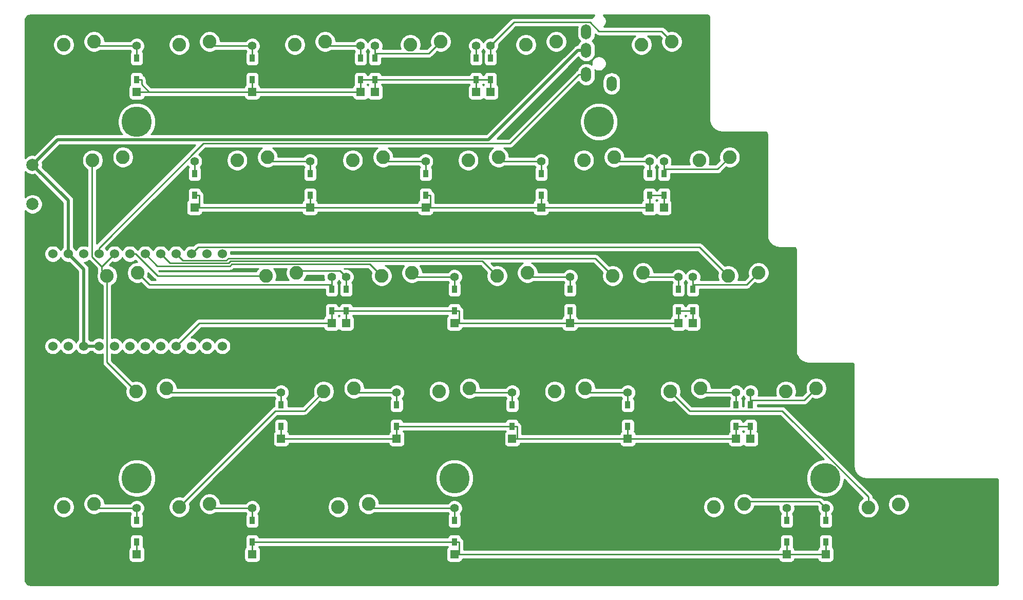
<source format=gbr>
G04 #@! TF.GenerationSoftware,KiCad,Pcbnew,(5.1.2-1)-1*
G04 #@! TF.CreationDate,2019-08-02T10:30:20+09:00*
G04 #@! TF.ProjectId,split-ask_left,73706c69-742d-4617-936b-5f6c6566742e,rev?*
G04 #@! TF.SameCoordinates,Original*
G04 #@! TF.FileFunction,Copper,L1,Top*
G04 #@! TF.FilePolarity,Positive*
%FSLAX46Y46*%
G04 Gerber Fmt 4.6, Leading zero omitted, Abs format (unit mm)*
G04 Created by KiCad (PCBNEW (5.1.2-1)-1) date 2019-08-02 10:30:20*
%MOMM*%
%LPD*%
G04 APERTURE LIST*
%ADD10C,5.000000*%
%ADD11C,2.250000*%
%ADD12C,1.524000*%
%ADD13R,0.950000X1.300000*%
%ADD14R,1.397000X1.397000*%
%ADD15C,1.397000*%
%ADD16O,1.700000X2.500000*%
%ADD17C,2.000000*%
%ADD18C,0.250000*%
%ADD19C,0.500000*%
%ADD20C,0.254000*%
G04 APERTURE END LIST*
D10*
X95250000Y-100806000D03*
X119062000Y-42068800D03*
X42862500Y-42068800D03*
X42862500Y-100806000D03*
X156369000Y-100806000D03*
D11*
X30837500Y-29337500D03*
X35837500Y-28837500D03*
X54887500Y-28837500D03*
X49887500Y-29337500D03*
X73937500Y-28837500D03*
X68937500Y-29337500D03*
X87987500Y-29337500D03*
X92987500Y-28837500D03*
X112038000Y-28837500D03*
X107038000Y-29337500D03*
X126088000Y-29337500D03*
X131088000Y-28837500D03*
X40600000Y-47887500D03*
X35600000Y-48387500D03*
X64412500Y-47887500D03*
X59412500Y-48387500D03*
X78462500Y-48387500D03*
X83462500Y-47887500D03*
X102512000Y-47887500D03*
X97512000Y-48387500D03*
X116562000Y-48387500D03*
X121562000Y-47887500D03*
X140612000Y-47887500D03*
X135612000Y-48387500D03*
X37981200Y-67437500D03*
X42981200Y-66937500D03*
X64175000Y-67437500D03*
X69175000Y-66937500D03*
X88225000Y-66937500D03*
X83225000Y-67437500D03*
X102275000Y-67437500D03*
X107275000Y-66937500D03*
X126325000Y-66937500D03*
X121325000Y-67437500D03*
X140375000Y-67437500D03*
X145375000Y-66937500D03*
X47743800Y-85987500D03*
X42743800Y-86487500D03*
X78700000Y-85987500D03*
X73700000Y-86487500D03*
X92750000Y-86487500D03*
X97750000Y-85987500D03*
X116800000Y-85987500D03*
X111800000Y-86487500D03*
X130850000Y-86487500D03*
X135850000Y-85987500D03*
X154900000Y-85987500D03*
X149900000Y-86487500D03*
X30837500Y-105538000D03*
X35837500Y-105038000D03*
X54887500Y-105038000D03*
X49887500Y-105538000D03*
X81081200Y-105038000D03*
X76081200Y-105538000D03*
X137994000Y-105538000D03*
X142994000Y-105038000D03*
D12*
X29042000Y-79048900D03*
X31582000Y-79048900D03*
X34122000Y-79048900D03*
X36662000Y-79048900D03*
X39202000Y-79048900D03*
X41742000Y-79048900D03*
X44282000Y-79048900D03*
X46822000Y-79048900D03*
X49362000Y-79048900D03*
X51902000Y-79048900D03*
X54442000Y-79048900D03*
X56982000Y-79048900D03*
X56982000Y-63828900D03*
X54442000Y-63828900D03*
X51902000Y-63828900D03*
X49362000Y-63828900D03*
X46822000Y-63828900D03*
X44282000Y-63828900D03*
X41742000Y-63828900D03*
X39202000Y-63828900D03*
X36662000Y-63828900D03*
X34122000Y-63828900D03*
X31582000Y-63828900D03*
X29042000Y-63828900D03*
D13*
X42862500Y-35112500D03*
D14*
X42862500Y-37147500D03*
D15*
X42862500Y-29527500D03*
D13*
X42862500Y-31562500D03*
X61912500Y-31562500D03*
D15*
X61912500Y-29527500D03*
D14*
X61912500Y-37147500D03*
D13*
X61912500Y-35112500D03*
X79771900Y-35112500D03*
D14*
X79771900Y-37147500D03*
D15*
X79771900Y-29527500D03*
D13*
X79771900Y-31562500D03*
X82153100Y-31562500D03*
D15*
X82153100Y-29527500D03*
D14*
X82153100Y-37147500D03*
D13*
X82153100Y-35112500D03*
X98821900Y-35112500D03*
D14*
X98821900Y-37147500D03*
D15*
X98821900Y-29527500D03*
D13*
X98821900Y-31562500D03*
X101203000Y-31562500D03*
D15*
X101203000Y-29527500D03*
D14*
X101203000Y-37147500D03*
D13*
X101203000Y-35112500D03*
X52387500Y-54162500D03*
D14*
X52387500Y-56197500D03*
D15*
X52387500Y-48577500D03*
D13*
X52387500Y-50612500D03*
X71437500Y-50612500D03*
D15*
X71437500Y-48577500D03*
D14*
X71437500Y-56197500D03*
D13*
X71437500Y-54162500D03*
X90487500Y-54162500D03*
D14*
X90487500Y-56197500D03*
D15*
X90487500Y-48577500D03*
D13*
X90487500Y-50612500D03*
X109538000Y-50612500D03*
D15*
X109538000Y-48577500D03*
D14*
X109538000Y-56197500D03*
D13*
X109538000Y-54162500D03*
X127397000Y-54162500D03*
D14*
X127397000Y-56197500D03*
D15*
X127397000Y-48577500D03*
D13*
X127397000Y-50612500D03*
X129778000Y-50612500D03*
D15*
X129778000Y-48577500D03*
D14*
X129778000Y-56197500D03*
D13*
X129778000Y-54162500D03*
X75009400Y-73212500D03*
D14*
X75009400Y-75247500D03*
D15*
X75009400Y-67627500D03*
D13*
X75009400Y-69662500D03*
X77390600Y-69662500D03*
D15*
X77390600Y-67627500D03*
D14*
X77390600Y-75247500D03*
D13*
X77390600Y-73212500D03*
X95250000Y-73212500D03*
D14*
X95250000Y-75247500D03*
D15*
X95250000Y-67627500D03*
D13*
X95250000Y-69662500D03*
X114300000Y-69662500D03*
D15*
X114300000Y-67627500D03*
D14*
X114300000Y-75247500D03*
D13*
X114300000Y-73212500D03*
X132159000Y-73212500D03*
D14*
X132159000Y-75247500D03*
D15*
X132159000Y-67627500D03*
D13*
X132159000Y-69662500D03*
X134541000Y-69662500D03*
D15*
X134541000Y-67627500D03*
D14*
X134541000Y-75247500D03*
D13*
X134541000Y-73212500D03*
X66675000Y-92262500D03*
D14*
X66675000Y-94297500D03*
D15*
X66675000Y-86677500D03*
D13*
X66675000Y-88712500D03*
X85725000Y-88712500D03*
D15*
X85725000Y-86677500D03*
D14*
X85725000Y-94297500D03*
D13*
X85725000Y-92262500D03*
X104775000Y-92262500D03*
D14*
X104775000Y-94297500D03*
D15*
X104775000Y-86677500D03*
D13*
X104775000Y-88712500D03*
X123825000Y-88712500D03*
D15*
X123825000Y-86677500D03*
D14*
X123825000Y-94297500D03*
D13*
X123825000Y-92262500D03*
X141684000Y-92262500D03*
D14*
X141684000Y-94297500D03*
D15*
X141684000Y-86677500D03*
D13*
X141684000Y-88712500D03*
X144066000Y-88712500D03*
D15*
X144066000Y-86677500D03*
D14*
X144066000Y-94297500D03*
D13*
X144066000Y-92262500D03*
X42862500Y-111313000D03*
D14*
X42862500Y-113348000D03*
D15*
X42862500Y-105728000D03*
D13*
X42862500Y-107763000D03*
X61912500Y-107763000D03*
D15*
X61912500Y-105728000D03*
D14*
X61912500Y-113348000D03*
D13*
X61912500Y-111313000D03*
X95250000Y-111313000D03*
D14*
X95250000Y-113348000D03*
D15*
X95250000Y-105728000D03*
D13*
X95250000Y-107763000D03*
X156470000Y-107763000D03*
D15*
X156470000Y-105728000D03*
D14*
X156470000Y-113348000D03*
D13*
X156470000Y-111313000D03*
D16*
X116962000Y-27260000D03*
X116962000Y-30260000D03*
X116962000Y-34260000D03*
X121162000Y-35760000D03*
D17*
X25690000Y-55637500D03*
X25690000Y-49137500D03*
D13*
X150019000Y-111313000D03*
D14*
X150019000Y-113348000D03*
D15*
X150019000Y-105728000D03*
D13*
X150019000Y-107763000D03*
D11*
X168479000Y-105113000D03*
X163479000Y-105613000D03*
D18*
X42862500Y-29527500D02*
X36527500Y-29527500D01*
X36527500Y-29527500D02*
X35837500Y-28837500D01*
X42862500Y-31562500D02*
X42862500Y-29527500D01*
X42862500Y-35112500D02*
X43662800Y-35112500D01*
X44897500Y-37147500D02*
X43662800Y-35912800D01*
X43662800Y-35912800D02*
X43662800Y-35112500D01*
X44897500Y-37147500D02*
X42862500Y-37147500D01*
X61912500Y-37147500D02*
X44897500Y-37147500D01*
X78748100Y-37147500D02*
X61912500Y-37147500D01*
X101203000Y-35112500D02*
X101203000Y-36123700D01*
X101203000Y-35112500D02*
X98821900Y-35112500D01*
X98821900Y-35112500D02*
X98821900Y-37147500D01*
X101203000Y-37147500D02*
X101203000Y-36123700D01*
X82153100Y-35112500D02*
X82153100Y-36123700D01*
X82153100Y-35112500D02*
X79771900Y-35112500D01*
X79771900Y-35112500D02*
X79771900Y-37147500D01*
X82153100Y-37147500D02*
X82153100Y-36123700D01*
X98821900Y-35112500D02*
X82153100Y-35112500D01*
X79771900Y-37147500D02*
X78748100Y-37147500D01*
X61912500Y-35112500D02*
X61912500Y-37147500D01*
X61912500Y-29527500D02*
X55577500Y-29527500D01*
X55577500Y-29527500D02*
X54887500Y-28837500D01*
X61912500Y-29527500D02*
X61912500Y-31562500D01*
X79771900Y-29527500D02*
X74627500Y-29527500D01*
X74627500Y-29527500D02*
X73937500Y-28837500D01*
X79771900Y-31562500D02*
X79771900Y-29527500D01*
X82153100Y-30793200D02*
X82153100Y-31562500D01*
X82153100Y-29527500D02*
X82153100Y-30793200D01*
X82153100Y-30793200D02*
X91031800Y-30793200D01*
X91031800Y-30793200D02*
X92987500Y-28837500D01*
X98821900Y-31562500D02*
X98821900Y-29527500D01*
X101203000Y-29527500D02*
X101203000Y-31562500D01*
X131088000Y-28837500D02*
X129369600Y-27119100D01*
X129369600Y-27119100D02*
X119037500Y-27119100D01*
X119037500Y-27119100D02*
X117594900Y-25676500D01*
X117594900Y-25676500D02*
X105054000Y-25676500D01*
X105054000Y-25676500D02*
X101203000Y-29527500D01*
X53187800Y-56197500D02*
X52387500Y-56197500D01*
X129778000Y-54162500D02*
X129778000Y-55173700D01*
X129778000Y-54162500D02*
X127397000Y-54162500D01*
X127397000Y-54162500D02*
X127397000Y-56197500D01*
X129778000Y-56197500D02*
X129778000Y-55173700D01*
X90487500Y-56197500D02*
X89463700Y-56197500D01*
X91287800Y-56197500D02*
X90487500Y-56197500D01*
X109538000Y-56197500D02*
X91287800Y-56197500D01*
X91287800Y-56197500D02*
X91287800Y-54162500D01*
X89463700Y-56197500D02*
X72461300Y-56197500D01*
X71437500Y-56197500D02*
X72461300Y-56197500D01*
X71437500Y-56197500D02*
X53187800Y-56197500D01*
X53187800Y-56197500D02*
X53187800Y-54162500D01*
X52387500Y-54162500D02*
X53187800Y-54162500D01*
X90487500Y-54162500D02*
X91287800Y-54162500D01*
X126373200Y-56197500D02*
X109538000Y-56197500D01*
X71437500Y-54162500D02*
X71437500Y-56197500D01*
X127397000Y-56197500D02*
X126373200Y-56197500D01*
X109538000Y-54162500D02*
X109538000Y-56197500D01*
X52387500Y-50612500D02*
X52387500Y-48577500D01*
X71437500Y-48577500D02*
X65102500Y-48577500D01*
X65102500Y-48577500D02*
X64412500Y-47887500D01*
X71437500Y-48577500D02*
X71437500Y-50612500D01*
X90487500Y-48577500D02*
X84152500Y-48577500D01*
X84152500Y-48577500D02*
X83462500Y-47887500D01*
X90487500Y-50612500D02*
X90487500Y-48577500D01*
X109538000Y-48577500D02*
X103202000Y-48577500D01*
X103202000Y-48577500D02*
X102512000Y-47887500D01*
X109538000Y-48577500D02*
X109538000Y-50612500D01*
X127397000Y-48577500D02*
X122252000Y-48577500D01*
X122252000Y-48577500D02*
X121562000Y-47887500D01*
X127397000Y-50612500D02*
X127397000Y-48577500D01*
X129778000Y-49877200D02*
X129778000Y-50612500D01*
X129778000Y-48577500D02*
X129778000Y-49877200D01*
X129778000Y-49877200D02*
X138622300Y-49877200D01*
X138622300Y-49877200D02*
X140612000Y-47887500D01*
X134541000Y-73212500D02*
X134541000Y-74223700D01*
X134541000Y-73212500D02*
X132159000Y-73212500D01*
X132159000Y-73212500D02*
X132159000Y-75247500D01*
X134541000Y-75247500D02*
X134541000Y-74223700D01*
X77390600Y-73212500D02*
X77390600Y-74223700D01*
X77390600Y-73212500D02*
X75009400Y-73212500D01*
X75009400Y-73212500D02*
X75009400Y-75247500D01*
X77390600Y-75247500D02*
X77390600Y-74223700D01*
X75009400Y-75247500D02*
X53163400Y-75247500D01*
X53163400Y-75247500D02*
X49362000Y-79048900D01*
X96050300Y-75247500D02*
X95250000Y-75247500D01*
X114300000Y-75247500D02*
X96050300Y-75247500D01*
X96050300Y-75247500D02*
X96050300Y-73212500D01*
X95250000Y-73212500D02*
X77390600Y-73212500D01*
X95650200Y-73212500D02*
X95250000Y-73212500D01*
X95650200Y-73212500D02*
X96050300Y-73212500D01*
X131135200Y-75247500D02*
X114300000Y-75247500D01*
X132159000Y-75247500D02*
X131135200Y-75247500D01*
X114300000Y-73212500D02*
X114300000Y-75247500D01*
X75009400Y-68906400D02*
X75009400Y-67627500D01*
X75009400Y-69662500D02*
X75009400Y-68906400D01*
X75009400Y-68906400D02*
X44950100Y-68906400D01*
X44950100Y-68906400D02*
X42981200Y-66937500D01*
X77390600Y-67627500D02*
X76339100Y-66576000D01*
X76339100Y-66576000D02*
X69536500Y-66576000D01*
X69536500Y-66576000D02*
X69175000Y-66937500D01*
X77390600Y-69662500D02*
X77390600Y-67627500D01*
X95250000Y-67627500D02*
X88915000Y-67627500D01*
X88915000Y-67627500D02*
X88225000Y-66937500D01*
X95250000Y-69662500D02*
X95250000Y-67627500D01*
X114300000Y-67627500D02*
X107965000Y-67627500D01*
X107965000Y-67627500D02*
X107275000Y-66937500D01*
X114300000Y-67627500D02*
X114300000Y-69662500D01*
X132159000Y-67627500D02*
X127015000Y-67627500D01*
X127015000Y-67627500D02*
X126325000Y-66937500D01*
X132159000Y-69662500D02*
X132159000Y-67627500D01*
X134541000Y-68900300D02*
X134541000Y-69662500D01*
X134541000Y-67627500D02*
X134541000Y-68900300D01*
X134541000Y-68900300D02*
X143412200Y-68900300D01*
X143412200Y-68900300D02*
X145375000Y-66937500D01*
X144066000Y-92262500D02*
X144066000Y-93273700D01*
X144066000Y-92262500D02*
X141684000Y-92262500D01*
X141684000Y-92262500D02*
X141684000Y-94297500D01*
X144066000Y-94297500D02*
X144066000Y-93273700D01*
X85725000Y-92262500D02*
X85725000Y-93273700D01*
X104775000Y-92262500D02*
X85725000Y-92262500D01*
X85725000Y-94297500D02*
X85725000Y-93273700D01*
X67186900Y-94297500D02*
X66675000Y-93785600D01*
X66675000Y-93785600D02*
X66675000Y-92262500D01*
X67186900Y-94297500D02*
X67698800Y-94297500D01*
X66675000Y-94297500D02*
X67186900Y-94297500D01*
X105575300Y-94297500D02*
X104775000Y-94297500D01*
X123825000Y-94297500D02*
X105575300Y-94297500D01*
X105575300Y-94297500D02*
X105575300Y-92262500D01*
X105175200Y-92262500D02*
X104775000Y-92262500D01*
X105175200Y-92262500D02*
X105575300Y-92262500D01*
X140660200Y-94297500D02*
X123825000Y-94297500D01*
X85725000Y-94297500D02*
X67698800Y-94297500D01*
X141684000Y-94297500D02*
X140660200Y-94297500D01*
X123825000Y-92262500D02*
X123825000Y-94297500D01*
X66675000Y-86677500D02*
X48433800Y-86677500D01*
X48433800Y-86677500D02*
X47743800Y-85987500D01*
X66675000Y-88712500D02*
X66675000Y-86677500D01*
X85725000Y-86677500D02*
X79390000Y-86677500D01*
X79390000Y-86677500D02*
X78700000Y-85987500D01*
X85725000Y-86677500D02*
X85725000Y-88712500D01*
X104775000Y-86677500D02*
X98440000Y-86677500D01*
X98440000Y-86677500D02*
X97750000Y-85987500D01*
X104775000Y-88712500D02*
X104775000Y-86677500D01*
X123825000Y-86677500D02*
X117490000Y-86677500D01*
X117490000Y-86677500D02*
X116800000Y-85987500D01*
X123825000Y-86677500D02*
X123825000Y-88712500D01*
X141684000Y-86677500D02*
X136540000Y-86677500D01*
X136540000Y-86677500D02*
X135850000Y-85987500D01*
X141684000Y-88712500D02*
X141684000Y-86677500D01*
X144066000Y-87955800D02*
X144066000Y-88712500D01*
X144066000Y-86677500D02*
X144066000Y-87955800D01*
X144066000Y-87955800D02*
X152931700Y-87955800D01*
X152931700Y-87955800D02*
X154900000Y-85987500D01*
X95250000Y-111313000D02*
X61912500Y-111313000D01*
X95650200Y-111313000D02*
X95250000Y-111313000D01*
X42862500Y-113348000D02*
X42862500Y-111313000D01*
X150530900Y-113348000D02*
X150019000Y-112836100D01*
X150019000Y-112836100D02*
X150019000Y-111313000D01*
X150530900Y-113348000D02*
X151042800Y-113348000D01*
X150019000Y-113348000D02*
X150530900Y-113348000D01*
X156470000Y-113348000D02*
X151042800Y-113348000D01*
X156470000Y-111313000D02*
X156470000Y-113348000D01*
X61912500Y-111313000D02*
X61912500Y-112324200D01*
X61912500Y-113348000D02*
X61912500Y-112324200D01*
X96050300Y-113348000D02*
X95250000Y-113348000D01*
X150019000Y-113348000D02*
X96050300Y-113348000D01*
X96050300Y-113348000D02*
X96050300Y-111313000D01*
X95650200Y-111313000D02*
X96050300Y-111313000D01*
X42862500Y-105728000D02*
X36527500Y-105728000D01*
X36527500Y-105728000D02*
X35837500Y-105038000D01*
X42862500Y-107763000D02*
X42862500Y-105728000D01*
X61912500Y-105728000D02*
X55577500Y-105728000D01*
X55577500Y-105728000D02*
X54887500Y-105038000D01*
X61912500Y-105728000D02*
X61912500Y-107763000D01*
X95250000Y-105728000D02*
X81771200Y-105728000D01*
X81771200Y-105728000D02*
X81081200Y-105038000D01*
X95250000Y-107763000D02*
X95250000Y-105728000D01*
X156470000Y-105728000D02*
X155412200Y-104670200D01*
X155412200Y-104670200D02*
X143361800Y-104670200D01*
X143361800Y-104670200D02*
X142994000Y-105038000D01*
X156470000Y-105728000D02*
X156470000Y-107763000D01*
X115786700Y-34260000D02*
X104427400Y-45619300D01*
X104427400Y-45619300D02*
X53892800Y-45619300D01*
X53892800Y-45619300D02*
X36662000Y-62850100D01*
X36662000Y-62850100D02*
X36662000Y-63828900D01*
X116962000Y-34260000D02*
X115786700Y-34260000D01*
D19*
X25690000Y-49137500D02*
X29808700Y-45018800D01*
X29808700Y-45018800D02*
X100853000Y-45018800D01*
X100853000Y-45018800D02*
X115612000Y-30260000D01*
X115612000Y-30260000D02*
X116962000Y-30260000D01*
X31582000Y-63828900D02*
X31582000Y-55029500D01*
X31582000Y-55029500D02*
X25690000Y-49137500D01*
X34122000Y-79048900D02*
X34122000Y-66368900D01*
X34122000Y-66368900D02*
X31582000Y-63828900D01*
X36662000Y-79048900D02*
X34122000Y-79048900D01*
D18*
X37117200Y-65913700D02*
X35522700Y-64319200D01*
X35522700Y-64319200D02*
X35522700Y-48464800D01*
X35522700Y-48464800D02*
X35600000Y-48387500D01*
X37981200Y-67437500D02*
X37117200Y-66573500D01*
X37117200Y-66573500D02*
X37117200Y-65913700D01*
X39202000Y-63828900D02*
X37117200Y-65913700D01*
X42743800Y-86487500D02*
X37981200Y-81724900D01*
X37981200Y-81724900D02*
X37981200Y-67437500D01*
X41742000Y-63828900D02*
X42689900Y-63828900D01*
X42689900Y-63828900D02*
X46298500Y-67437500D01*
X46298500Y-67437500D02*
X64175000Y-67437500D01*
X73700000Y-86487500D02*
X70499600Y-89687900D01*
X70499600Y-89687900D02*
X65737600Y-89687900D01*
X65737600Y-89687900D02*
X49887500Y-105538000D01*
X44282000Y-63828900D02*
X46274400Y-65821300D01*
X46274400Y-65821300D02*
X58217500Y-65821300D01*
X58217500Y-65821300D02*
X58551800Y-65487000D01*
X58551800Y-65487000D02*
X81274500Y-65487000D01*
X81274500Y-65487000D02*
X83225000Y-67437500D01*
X46822000Y-63828900D02*
X48364100Y-65371000D01*
X48364100Y-65371000D02*
X58030900Y-65371000D01*
X58030900Y-65371000D02*
X58368600Y-65033300D01*
X58368600Y-65033300D02*
X99870800Y-65033300D01*
X99870800Y-65033300D02*
X102275000Y-67437500D01*
X49362000Y-63828900D02*
X50453800Y-64920700D01*
X50453800Y-64920700D02*
X57619000Y-64920700D01*
X57619000Y-64920700D02*
X57970200Y-64569500D01*
X57970200Y-64569500D02*
X118457000Y-64569500D01*
X118457000Y-64569500D02*
X121325000Y-67437500D01*
X130850000Y-86487500D02*
X134050400Y-89687900D01*
X134050400Y-89687900D02*
X149258400Y-89687900D01*
X149258400Y-89687900D02*
X163479000Y-103908500D01*
X163479000Y-103908500D02*
X163479000Y-105613000D01*
X51902000Y-63828900D02*
X53007000Y-62723900D01*
X53007000Y-62723900D02*
X135661400Y-62723900D01*
X135661400Y-62723900D02*
X140375000Y-67437500D01*
X150019000Y-107763000D02*
X150019000Y-105728000D01*
D20*
G36*
X136977924Y-24482080D02*
G01*
X137040856Y-24501080D01*
X137098905Y-24531945D01*
X137149843Y-24573489D01*
X137191748Y-24624144D01*
X137223015Y-24681971D01*
X137242456Y-24744772D01*
X137252500Y-24840335D01*
X137252501Y-41694919D01*
X137255310Y-41723444D01*
X137255250Y-41732093D01*
X137256150Y-41741264D01*
X137284711Y-42012999D01*
X137296735Y-42071575D01*
X137307947Y-42130354D01*
X137310611Y-42139176D01*
X137391408Y-42400189D01*
X137414599Y-42455357D01*
X137436997Y-42510796D01*
X137441323Y-42518933D01*
X137571278Y-42759281D01*
X137604733Y-42808879D01*
X137637484Y-42858929D01*
X137643309Y-42866070D01*
X137817473Y-43076599D01*
X137859909Y-43118739D01*
X137901772Y-43161489D01*
X137908873Y-43167362D01*
X138120613Y-43340054D01*
X138170455Y-43373169D01*
X138219795Y-43406953D01*
X138227901Y-43411336D01*
X138469150Y-43539610D01*
X138524465Y-43562409D01*
X138579437Y-43585970D01*
X138588240Y-43588695D01*
X138849811Y-43667668D01*
X138908499Y-43679288D01*
X138967002Y-43691724D01*
X138976167Y-43692687D01*
X139248095Y-43719350D01*
X139248098Y-43719350D01*
X139280081Y-43722500D01*
X146405841Y-43722500D01*
X146503544Y-43732080D01*
X146566476Y-43751080D01*
X146624525Y-43781945D01*
X146675463Y-43823489D01*
X146717368Y-43874144D01*
X146748635Y-43931971D01*
X146768076Y-43994772D01*
X146778121Y-44090345D01*
X146778120Y-60744918D01*
X146780930Y-60773453D01*
X146780870Y-60782093D01*
X146781770Y-60791264D01*
X146810331Y-61062999D01*
X146822355Y-61121575D01*
X146833567Y-61180354D01*
X146836231Y-61189176D01*
X146917028Y-61450189D01*
X146940219Y-61505357D01*
X146962617Y-61560796D01*
X146966943Y-61568933D01*
X147096898Y-61809281D01*
X147130353Y-61858879D01*
X147163104Y-61908929D01*
X147168929Y-61916070D01*
X147343093Y-62126599D01*
X147385529Y-62168739D01*
X147427392Y-62211489D01*
X147434493Y-62217362D01*
X147646233Y-62390054D01*
X147696075Y-62423169D01*
X147745415Y-62456953D01*
X147753521Y-62461336D01*
X147994770Y-62589610D01*
X148050085Y-62612409D01*
X148105057Y-62635970D01*
X148113860Y-62638695D01*
X148375431Y-62717668D01*
X148434119Y-62729288D01*
X148492622Y-62741724D01*
X148501787Y-62742687D01*
X148773715Y-62769350D01*
X148773718Y-62769350D01*
X148805701Y-62772500D01*
X151167721Y-62772500D01*
X151265424Y-62782080D01*
X151328356Y-62801080D01*
X151386405Y-62831945D01*
X151437343Y-62873489D01*
X151479248Y-62924144D01*
X151510515Y-62981971D01*
X151529956Y-63044772D01*
X151540001Y-63140345D01*
X151540000Y-79794918D01*
X151542810Y-79823453D01*
X151542750Y-79832093D01*
X151543650Y-79841264D01*
X151572211Y-80112999D01*
X151584235Y-80171575D01*
X151595447Y-80230354D01*
X151598111Y-80239176D01*
X151678908Y-80500189D01*
X151702099Y-80555357D01*
X151724497Y-80610796D01*
X151728823Y-80618933D01*
X151858778Y-80859281D01*
X151892233Y-80908879D01*
X151924984Y-80958929D01*
X151930809Y-80966070D01*
X152104973Y-81176599D01*
X152147409Y-81218739D01*
X152189272Y-81261489D01*
X152196373Y-81267362D01*
X152408113Y-81440054D01*
X152457955Y-81473169D01*
X152507295Y-81506953D01*
X152515401Y-81511336D01*
X152756650Y-81639610D01*
X152811965Y-81662409D01*
X152866937Y-81685970D01*
X152875740Y-81688695D01*
X153137311Y-81767668D01*
X153195999Y-81779288D01*
X153254502Y-81791724D01*
X153263667Y-81792687D01*
X153535595Y-81819350D01*
X153535598Y-81819350D01*
X153567581Y-81822500D01*
X160692721Y-81822500D01*
X160790424Y-81832080D01*
X160853356Y-81851080D01*
X160911405Y-81881945D01*
X160962343Y-81923489D01*
X161004248Y-81974144D01*
X161035515Y-82031971D01*
X161054956Y-82094772D01*
X161065001Y-82190345D01*
X161065000Y-98844918D01*
X161067810Y-98873453D01*
X161067750Y-98882093D01*
X161068650Y-98891264D01*
X161097211Y-99162999D01*
X161109235Y-99221575D01*
X161120447Y-99280354D01*
X161123111Y-99289176D01*
X161203908Y-99550189D01*
X161227099Y-99605357D01*
X161249497Y-99660796D01*
X161253823Y-99668933D01*
X161383778Y-99909281D01*
X161417233Y-99958879D01*
X161449984Y-100008929D01*
X161455809Y-100016070D01*
X161629973Y-100226599D01*
X161672409Y-100268739D01*
X161714272Y-100311489D01*
X161721373Y-100317362D01*
X161933113Y-100490054D01*
X161982955Y-100523169D01*
X162032295Y-100556953D01*
X162040401Y-100561336D01*
X162281650Y-100689610D01*
X162336965Y-100712409D01*
X162391937Y-100735970D01*
X162400740Y-100738695D01*
X162662311Y-100817668D01*
X162720999Y-100829288D01*
X162779502Y-100841724D01*
X162788667Y-100842687D01*
X163060595Y-100869350D01*
X163060598Y-100869350D01*
X163092581Y-100872500D01*
X184505221Y-100872500D01*
X184602924Y-100882080D01*
X184665856Y-100901080D01*
X184723905Y-100931945D01*
X184774843Y-100973489D01*
X184816748Y-101024144D01*
X184848015Y-101081971D01*
X184867456Y-101144772D01*
X184877501Y-101240345D01*
X184877500Y-118030221D01*
X184867920Y-118127924D01*
X184848920Y-118190857D01*
X184818054Y-118248906D01*
X184776511Y-118299843D01*
X184725856Y-118341748D01*
X184668029Y-118373015D01*
X184605228Y-118392456D01*
X184509665Y-118402500D01*
X25344777Y-118402500D01*
X25149960Y-118383398D01*
X24993605Y-118336192D01*
X24849404Y-118259518D01*
X24722836Y-118156292D01*
X24618732Y-118030451D01*
X24541053Y-117886789D01*
X24492758Y-117730771D01*
X24472500Y-117538027D01*
X24472500Y-112649500D01*
X41525928Y-112649500D01*
X41525928Y-114046500D01*
X41538188Y-114170982D01*
X41574498Y-114290680D01*
X41633463Y-114400994D01*
X41712815Y-114497685D01*
X41809506Y-114577037D01*
X41919820Y-114636002D01*
X42039518Y-114672312D01*
X42164000Y-114684572D01*
X43561000Y-114684572D01*
X43685482Y-114672312D01*
X43805180Y-114636002D01*
X43915494Y-114577037D01*
X44012185Y-114497685D01*
X44091537Y-114400994D01*
X44150502Y-114290680D01*
X44186812Y-114170982D01*
X44199072Y-114046500D01*
X44199072Y-112649500D01*
X60575928Y-112649500D01*
X60575928Y-114046500D01*
X60588188Y-114170982D01*
X60624498Y-114290680D01*
X60683463Y-114400994D01*
X60762815Y-114497685D01*
X60859506Y-114577037D01*
X60969820Y-114636002D01*
X61089518Y-114672312D01*
X61214000Y-114684572D01*
X62611000Y-114684572D01*
X62735482Y-114672312D01*
X62855180Y-114636002D01*
X62965494Y-114577037D01*
X63062185Y-114497685D01*
X63141537Y-114400994D01*
X63200502Y-114290680D01*
X63236812Y-114170982D01*
X63249072Y-114046500D01*
X63249072Y-112649500D01*
X63236812Y-112525018D01*
X63200502Y-112405320D01*
X63141537Y-112295006D01*
X63062185Y-112198315D01*
X62996134Y-112144109D01*
X63013312Y-112087482D01*
X63014738Y-112073000D01*
X94147762Y-112073000D01*
X94149188Y-112087482D01*
X94166366Y-112144109D01*
X94100315Y-112198315D01*
X94020963Y-112295006D01*
X93961998Y-112405320D01*
X93925688Y-112525018D01*
X93913428Y-112649500D01*
X93913428Y-114046500D01*
X93925688Y-114170982D01*
X93961998Y-114290680D01*
X94020963Y-114400994D01*
X94100315Y-114497685D01*
X94197006Y-114577037D01*
X94307320Y-114636002D01*
X94427018Y-114672312D01*
X94551500Y-114684572D01*
X95948500Y-114684572D01*
X96072982Y-114672312D01*
X96192680Y-114636002D01*
X96302994Y-114577037D01*
X96399685Y-114497685D01*
X96479037Y-114400994D01*
X96538002Y-114290680D01*
X96574312Y-114170982D01*
X96580515Y-114108000D01*
X148688485Y-114108000D01*
X148694688Y-114170982D01*
X148730998Y-114290680D01*
X148789963Y-114400994D01*
X148869315Y-114497685D01*
X148966006Y-114577037D01*
X149076320Y-114636002D01*
X149196018Y-114672312D01*
X149320500Y-114684572D01*
X150717500Y-114684572D01*
X150841982Y-114672312D01*
X150961680Y-114636002D01*
X151071994Y-114577037D01*
X151168685Y-114497685D01*
X151248037Y-114400994D01*
X151307002Y-114290680D01*
X151343312Y-114170982D01*
X151349515Y-114108000D01*
X155139485Y-114108000D01*
X155145688Y-114170982D01*
X155181998Y-114290680D01*
X155240963Y-114400994D01*
X155320315Y-114497685D01*
X155417006Y-114577037D01*
X155527320Y-114636002D01*
X155647018Y-114672312D01*
X155771500Y-114684572D01*
X157168500Y-114684572D01*
X157292982Y-114672312D01*
X157412680Y-114636002D01*
X157522994Y-114577037D01*
X157619685Y-114497685D01*
X157699037Y-114400994D01*
X157758002Y-114290680D01*
X157794312Y-114170982D01*
X157806572Y-114046500D01*
X157806572Y-112649500D01*
X157794312Y-112525018D01*
X157758002Y-112405320D01*
X157699037Y-112295006D01*
X157619685Y-112198315D01*
X157553634Y-112144109D01*
X157570812Y-112087482D01*
X157583072Y-111963000D01*
X157583072Y-110663000D01*
X157570812Y-110538518D01*
X157534502Y-110418820D01*
X157475537Y-110308506D01*
X157396185Y-110211815D01*
X157299494Y-110132463D01*
X157189180Y-110073498D01*
X157069482Y-110037188D01*
X156945000Y-110024928D01*
X155995000Y-110024928D01*
X155870518Y-110037188D01*
X155750820Y-110073498D01*
X155640506Y-110132463D01*
X155543815Y-110211815D01*
X155464463Y-110308506D01*
X155405498Y-110418820D01*
X155369188Y-110538518D01*
X155356928Y-110663000D01*
X155356928Y-111963000D01*
X155369188Y-112087482D01*
X155386366Y-112144109D01*
X155320315Y-112198315D01*
X155240963Y-112295006D01*
X155181998Y-112405320D01*
X155145688Y-112525018D01*
X155139485Y-112588000D01*
X151349515Y-112588000D01*
X151343312Y-112525018D01*
X151307002Y-112405320D01*
X151248037Y-112295006D01*
X151168685Y-112198315D01*
X151102634Y-112144109D01*
X151119812Y-112087482D01*
X151132072Y-111963000D01*
X151132072Y-110663000D01*
X151119812Y-110538518D01*
X151083502Y-110418820D01*
X151024537Y-110308506D01*
X150945185Y-110211815D01*
X150848494Y-110132463D01*
X150738180Y-110073498D01*
X150618482Y-110037188D01*
X150494000Y-110024928D01*
X149544000Y-110024928D01*
X149419518Y-110037188D01*
X149299820Y-110073498D01*
X149189506Y-110132463D01*
X149092815Y-110211815D01*
X149013463Y-110308506D01*
X148954498Y-110418820D01*
X148918188Y-110538518D01*
X148905928Y-110663000D01*
X148905928Y-111963000D01*
X148918188Y-112087482D01*
X148935366Y-112144109D01*
X148869315Y-112198315D01*
X148789963Y-112295006D01*
X148730998Y-112405320D01*
X148694688Y-112525018D01*
X148688485Y-112588000D01*
X96810300Y-112588000D01*
X96810300Y-111350333D01*
X96813977Y-111313000D01*
X96799303Y-111164014D01*
X96755846Y-111020753D01*
X96685274Y-110888724D01*
X96590301Y-110772999D01*
X96474576Y-110678026D01*
X96358438Y-110615948D01*
X96350812Y-110538518D01*
X96314502Y-110418820D01*
X96255537Y-110308506D01*
X96176185Y-110211815D01*
X96079494Y-110132463D01*
X95969180Y-110073498D01*
X95849482Y-110037188D01*
X95725000Y-110024928D01*
X94775000Y-110024928D01*
X94650518Y-110037188D01*
X94530820Y-110073498D01*
X94420506Y-110132463D01*
X94323815Y-110211815D01*
X94244463Y-110308506D01*
X94185498Y-110418820D01*
X94149188Y-110538518D01*
X94147762Y-110553000D01*
X63014738Y-110553000D01*
X63013312Y-110538518D01*
X62977002Y-110418820D01*
X62918037Y-110308506D01*
X62838685Y-110211815D01*
X62741994Y-110132463D01*
X62631680Y-110073498D01*
X62511982Y-110037188D01*
X62387500Y-110024928D01*
X61437500Y-110024928D01*
X61313018Y-110037188D01*
X61193320Y-110073498D01*
X61083006Y-110132463D01*
X60986315Y-110211815D01*
X60906963Y-110308506D01*
X60847998Y-110418820D01*
X60811688Y-110538518D01*
X60799428Y-110663000D01*
X60799428Y-111963000D01*
X60811688Y-112087482D01*
X60828866Y-112144109D01*
X60762815Y-112198315D01*
X60683463Y-112295006D01*
X60624498Y-112405320D01*
X60588188Y-112525018D01*
X60575928Y-112649500D01*
X44199072Y-112649500D01*
X44186812Y-112525018D01*
X44150502Y-112405320D01*
X44091537Y-112295006D01*
X44012185Y-112198315D01*
X43946134Y-112144109D01*
X43963312Y-112087482D01*
X43975572Y-111963000D01*
X43975572Y-110663000D01*
X43963312Y-110538518D01*
X43927002Y-110418820D01*
X43868037Y-110308506D01*
X43788685Y-110211815D01*
X43691994Y-110132463D01*
X43581680Y-110073498D01*
X43461982Y-110037188D01*
X43337500Y-110024928D01*
X42387500Y-110024928D01*
X42263018Y-110037188D01*
X42143320Y-110073498D01*
X42033006Y-110132463D01*
X41936315Y-110211815D01*
X41856963Y-110308506D01*
X41797998Y-110418820D01*
X41761688Y-110538518D01*
X41749428Y-110663000D01*
X41749428Y-111963000D01*
X41761688Y-112087482D01*
X41778866Y-112144109D01*
X41712815Y-112198315D01*
X41633463Y-112295006D01*
X41574498Y-112405320D01*
X41538188Y-112525018D01*
X41525928Y-112649500D01*
X24472500Y-112649500D01*
X24472500Y-105364655D01*
X29077500Y-105364655D01*
X29077500Y-105711345D01*
X29145136Y-106051373D01*
X29277808Y-106371673D01*
X29470419Y-106659935D01*
X29715565Y-106905081D01*
X30003827Y-107097692D01*
X30324127Y-107230364D01*
X30664155Y-107298000D01*
X31010845Y-107298000D01*
X31350873Y-107230364D01*
X31671173Y-107097692D01*
X31959435Y-106905081D01*
X32204581Y-106659935D01*
X32397192Y-106371673D01*
X32529864Y-106051373D01*
X32597500Y-105711345D01*
X32597500Y-105364655D01*
X32529864Y-105024627D01*
X32463602Y-104864655D01*
X34077500Y-104864655D01*
X34077500Y-105211345D01*
X34145136Y-105551373D01*
X34277808Y-105871673D01*
X34470419Y-106159935D01*
X34715565Y-106405081D01*
X35003827Y-106597692D01*
X35324127Y-106730364D01*
X35664155Y-106798000D01*
X36010845Y-106798000D01*
X36350873Y-106730364D01*
X36671173Y-106597692D01*
X36835338Y-106488000D01*
X41766529Y-106488000D01*
X41826703Y-106578057D01*
X41924661Y-106676015D01*
X41856963Y-106758506D01*
X41797998Y-106868820D01*
X41761688Y-106988518D01*
X41749428Y-107113000D01*
X41749428Y-108413000D01*
X41761688Y-108537482D01*
X41797998Y-108657180D01*
X41856963Y-108767494D01*
X41936315Y-108864185D01*
X42033006Y-108943537D01*
X42143320Y-109002502D01*
X42263018Y-109038812D01*
X42387500Y-109051072D01*
X43337500Y-109051072D01*
X43461982Y-109038812D01*
X43581680Y-109002502D01*
X43691994Y-108943537D01*
X43788685Y-108864185D01*
X43868037Y-108767494D01*
X43927002Y-108657180D01*
X43963312Y-108537482D01*
X43975572Y-108413000D01*
X43975572Y-107113000D01*
X43963312Y-106988518D01*
X43927002Y-106868820D01*
X43868037Y-106758506D01*
X43800339Y-106676015D01*
X43898297Y-106578057D01*
X44044232Y-106359649D01*
X44144754Y-106116968D01*
X44196000Y-105859338D01*
X44196000Y-105596662D01*
X44144754Y-105339032D01*
X44044232Y-105096351D01*
X43898297Y-104877943D01*
X43712557Y-104692203D01*
X43494149Y-104546268D01*
X43251468Y-104445746D01*
X42993838Y-104394500D01*
X42731162Y-104394500D01*
X42473532Y-104445746D01*
X42230851Y-104546268D01*
X42012443Y-104692203D01*
X41826703Y-104877943D01*
X41766529Y-104968000D01*
X37597500Y-104968000D01*
X37597500Y-104864655D01*
X37529864Y-104524627D01*
X37397192Y-104204327D01*
X37204581Y-103916065D01*
X36959435Y-103670919D01*
X36671173Y-103478308D01*
X36350873Y-103345636D01*
X36010845Y-103278000D01*
X35664155Y-103278000D01*
X35324127Y-103345636D01*
X35003827Y-103478308D01*
X34715565Y-103670919D01*
X34470419Y-103916065D01*
X34277808Y-104204327D01*
X34145136Y-104524627D01*
X34077500Y-104864655D01*
X32463602Y-104864655D01*
X32397192Y-104704327D01*
X32204581Y-104416065D01*
X31959435Y-104170919D01*
X31671173Y-103978308D01*
X31350873Y-103845636D01*
X31010845Y-103778000D01*
X30664155Y-103778000D01*
X30324127Y-103845636D01*
X30003827Y-103978308D01*
X29715565Y-104170919D01*
X29470419Y-104416065D01*
X29277808Y-104704327D01*
X29145136Y-105024627D01*
X29077500Y-105364655D01*
X24472500Y-105364655D01*
X24472500Y-100497229D01*
X39727500Y-100497229D01*
X39727500Y-101114771D01*
X39847976Y-101720446D01*
X40084299Y-102290979D01*
X40427386Y-102804446D01*
X40864054Y-103241114D01*
X41377521Y-103584201D01*
X41948054Y-103820524D01*
X42553729Y-103941000D01*
X43171271Y-103941000D01*
X43776946Y-103820524D01*
X44347479Y-103584201D01*
X44860946Y-103241114D01*
X45297614Y-102804446D01*
X45640701Y-102290979D01*
X45877024Y-101720446D01*
X45997500Y-101114771D01*
X45997500Y-100497229D01*
X45877024Y-99891554D01*
X45640701Y-99321021D01*
X45297614Y-98807554D01*
X44860946Y-98370886D01*
X44347479Y-98027799D01*
X43776946Y-97791476D01*
X43171271Y-97671000D01*
X42553729Y-97671000D01*
X41948054Y-97791476D01*
X41377521Y-98027799D01*
X40864054Y-98370886D01*
X40427386Y-98807554D01*
X40084299Y-99321021D01*
X39847976Y-99891554D01*
X39727500Y-100497229D01*
X24472500Y-100497229D01*
X24472500Y-56732239D01*
X24647748Y-56907487D01*
X24915537Y-57086418D01*
X25213088Y-57209668D01*
X25528967Y-57272500D01*
X25851033Y-57272500D01*
X26166912Y-57209668D01*
X26464463Y-57086418D01*
X26732252Y-56907487D01*
X26959987Y-56679752D01*
X27138918Y-56411963D01*
X27262168Y-56114412D01*
X27325000Y-55798533D01*
X27325000Y-55476467D01*
X27262168Y-55160588D01*
X27138918Y-54863037D01*
X26959987Y-54595248D01*
X26732252Y-54367513D01*
X26464463Y-54188582D01*
X26166912Y-54065332D01*
X25851033Y-54002500D01*
X25528967Y-54002500D01*
X25213088Y-54065332D01*
X24915537Y-54188582D01*
X24647748Y-54367513D01*
X24472500Y-54542761D01*
X24472500Y-50232239D01*
X24647748Y-50407487D01*
X24915537Y-50586418D01*
X25213088Y-50709668D01*
X25528967Y-50772500D01*
X25851033Y-50772500D01*
X26036525Y-50735603D01*
X30697001Y-55396080D01*
X30697000Y-62740082D01*
X30691465Y-62743780D01*
X30496880Y-62938365D01*
X30343995Y-63167173D01*
X30312000Y-63244415D01*
X30280005Y-63167173D01*
X30127120Y-62938365D01*
X29932535Y-62743780D01*
X29703727Y-62590895D01*
X29449490Y-62485586D01*
X29179592Y-62431900D01*
X28904408Y-62431900D01*
X28634510Y-62485586D01*
X28380273Y-62590895D01*
X28151465Y-62743780D01*
X27956880Y-62938365D01*
X27803995Y-63167173D01*
X27698686Y-63421410D01*
X27645000Y-63691308D01*
X27645000Y-63966492D01*
X27698686Y-64236390D01*
X27803995Y-64490627D01*
X27956880Y-64719435D01*
X28151465Y-64914020D01*
X28380273Y-65066905D01*
X28634510Y-65172214D01*
X28904408Y-65225900D01*
X29179592Y-65225900D01*
X29449490Y-65172214D01*
X29703727Y-65066905D01*
X29932535Y-64914020D01*
X30127120Y-64719435D01*
X30280005Y-64490627D01*
X30312000Y-64413385D01*
X30343995Y-64490627D01*
X30496880Y-64719435D01*
X30691465Y-64914020D01*
X30920273Y-65066905D01*
X31174510Y-65172214D01*
X31444408Y-65225900D01*
X31719592Y-65225900D01*
X31726123Y-65224601D01*
X33237001Y-66735480D01*
X33237000Y-77960082D01*
X33231465Y-77963780D01*
X33036880Y-78158365D01*
X32883995Y-78387173D01*
X32852000Y-78464415D01*
X32820005Y-78387173D01*
X32667120Y-78158365D01*
X32472535Y-77963780D01*
X32243727Y-77810895D01*
X31989490Y-77705586D01*
X31719592Y-77651900D01*
X31444408Y-77651900D01*
X31174510Y-77705586D01*
X30920273Y-77810895D01*
X30691465Y-77963780D01*
X30496880Y-78158365D01*
X30343995Y-78387173D01*
X30312000Y-78464415D01*
X30280005Y-78387173D01*
X30127120Y-78158365D01*
X29932535Y-77963780D01*
X29703727Y-77810895D01*
X29449490Y-77705586D01*
X29179592Y-77651900D01*
X28904408Y-77651900D01*
X28634510Y-77705586D01*
X28380273Y-77810895D01*
X28151465Y-77963780D01*
X27956880Y-78158365D01*
X27803995Y-78387173D01*
X27698686Y-78641410D01*
X27645000Y-78911308D01*
X27645000Y-79186492D01*
X27698686Y-79456390D01*
X27803995Y-79710627D01*
X27956880Y-79939435D01*
X28151465Y-80134020D01*
X28380273Y-80286905D01*
X28634510Y-80392214D01*
X28904408Y-80445900D01*
X29179592Y-80445900D01*
X29449490Y-80392214D01*
X29703727Y-80286905D01*
X29932535Y-80134020D01*
X30127120Y-79939435D01*
X30280005Y-79710627D01*
X30312000Y-79633385D01*
X30343995Y-79710627D01*
X30496880Y-79939435D01*
X30691465Y-80134020D01*
X30920273Y-80286905D01*
X31174510Y-80392214D01*
X31444408Y-80445900D01*
X31719592Y-80445900D01*
X31989490Y-80392214D01*
X32243727Y-80286905D01*
X32472535Y-80134020D01*
X32667120Y-79939435D01*
X32820005Y-79710627D01*
X32852000Y-79633385D01*
X32883995Y-79710627D01*
X33036880Y-79939435D01*
X33231465Y-80134020D01*
X33460273Y-80286905D01*
X33714510Y-80392214D01*
X33984408Y-80445900D01*
X34259592Y-80445900D01*
X34529490Y-80392214D01*
X34783727Y-80286905D01*
X35012535Y-80134020D01*
X35207120Y-79939435D01*
X35210818Y-79933900D01*
X35573182Y-79933900D01*
X35576880Y-79939435D01*
X35771465Y-80134020D01*
X36000273Y-80286905D01*
X36254510Y-80392214D01*
X36524408Y-80445900D01*
X36799592Y-80445900D01*
X37069490Y-80392214D01*
X37221200Y-80329373D01*
X37221200Y-81687578D01*
X37217524Y-81724900D01*
X37221200Y-81762222D01*
X37221200Y-81762232D01*
X37232197Y-81873885D01*
X37261399Y-81970152D01*
X37275654Y-82017146D01*
X37346226Y-82149176D01*
X37376490Y-82186052D01*
X37441199Y-82264901D01*
X37470203Y-82288704D01*
X41081952Y-85900454D01*
X41051436Y-85974127D01*
X40983800Y-86314155D01*
X40983800Y-86660845D01*
X41051436Y-87000873D01*
X41184108Y-87321173D01*
X41376719Y-87609435D01*
X41621865Y-87854581D01*
X41910127Y-88047192D01*
X42230427Y-88179864D01*
X42570455Y-88247500D01*
X42917145Y-88247500D01*
X43257173Y-88179864D01*
X43577473Y-88047192D01*
X43865735Y-87854581D01*
X44110881Y-87609435D01*
X44303492Y-87321173D01*
X44436164Y-87000873D01*
X44503800Y-86660845D01*
X44503800Y-86314155D01*
X44436164Y-85974127D01*
X44369902Y-85814155D01*
X45983800Y-85814155D01*
X45983800Y-86160845D01*
X46051436Y-86500873D01*
X46184108Y-86821173D01*
X46376719Y-87109435D01*
X46621865Y-87354581D01*
X46910127Y-87547192D01*
X47230427Y-87679864D01*
X47570455Y-87747500D01*
X47917145Y-87747500D01*
X48257173Y-87679864D01*
X48577473Y-87547192D01*
X48741638Y-87437500D01*
X65579029Y-87437500D01*
X65639203Y-87527557D01*
X65737161Y-87625515D01*
X65669463Y-87708006D01*
X65610498Y-87818320D01*
X65574188Y-87938018D01*
X65561928Y-88062500D01*
X65561928Y-88946992D01*
X65445353Y-88982354D01*
X65313324Y-89052926D01*
X65313322Y-89052927D01*
X65313323Y-89052927D01*
X65226596Y-89124101D01*
X65226592Y-89124105D01*
X65197599Y-89147899D01*
X65173805Y-89176892D01*
X50474546Y-103876152D01*
X50400873Y-103845636D01*
X50060845Y-103778000D01*
X49714155Y-103778000D01*
X49374127Y-103845636D01*
X49053827Y-103978308D01*
X48765565Y-104170919D01*
X48520419Y-104416065D01*
X48327808Y-104704327D01*
X48195136Y-105024627D01*
X48127500Y-105364655D01*
X48127500Y-105711345D01*
X48195136Y-106051373D01*
X48327808Y-106371673D01*
X48520419Y-106659935D01*
X48765565Y-106905081D01*
X49053827Y-107097692D01*
X49374127Y-107230364D01*
X49714155Y-107298000D01*
X50060845Y-107298000D01*
X50400873Y-107230364D01*
X50721173Y-107097692D01*
X51009435Y-106905081D01*
X51254581Y-106659935D01*
X51447192Y-106371673D01*
X51579864Y-106051373D01*
X51647500Y-105711345D01*
X51647500Y-105364655D01*
X51579864Y-105024627D01*
X51549348Y-104950954D01*
X51635647Y-104864655D01*
X53127500Y-104864655D01*
X53127500Y-105211345D01*
X53195136Y-105551373D01*
X53327808Y-105871673D01*
X53520419Y-106159935D01*
X53765565Y-106405081D01*
X54053827Y-106597692D01*
X54374127Y-106730364D01*
X54714155Y-106798000D01*
X55060845Y-106798000D01*
X55400873Y-106730364D01*
X55721173Y-106597692D01*
X55885338Y-106488000D01*
X60816529Y-106488000D01*
X60876703Y-106578057D01*
X60974661Y-106676015D01*
X60906963Y-106758506D01*
X60847998Y-106868820D01*
X60811688Y-106988518D01*
X60799428Y-107113000D01*
X60799428Y-108413000D01*
X60811688Y-108537482D01*
X60847998Y-108657180D01*
X60906963Y-108767494D01*
X60986315Y-108864185D01*
X61083006Y-108943537D01*
X61193320Y-109002502D01*
X61313018Y-109038812D01*
X61437500Y-109051072D01*
X62387500Y-109051072D01*
X62511982Y-109038812D01*
X62631680Y-109002502D01*
X62741994Y-108943537D01*
X62838685Y-108864185D01*
X62918037Y-108767494D01*
X62977002Y-108657180D01*
X63013312Y-108537482D01*
X63025572Y-108413000D01*
X63025572Y-107113000D01*
X63013312Y-106988518D01*
X62977002Y-106868820D01*
X62918037Y-106758506D01*
X62850339Y-106676015D01*
X62948297Y-106578057D01*
X63094232Y-106359649D01*
X63194754Y-106116968D01*
X63246000Y-105859338D01*
X63246000Y-105596662D01*
X63199851Y-105364655D01*
X74321200Y-105364655D01*
X74321200Y-105711345D01*
X74388836Y-106051373D01*
X74521508Y-106371673D01*
X74714119Y-106659935D01*
X74959265Y-106905081D01*
X75247527Y-107097692D01*
X75567827Y-107230364D01*
X75907855Y-107298000D01*
X76254545Y-107298000D01*
X76594573Y-107230364D01*
X76914873Y-107097692D01*
X77203135Y-106905081D01*
X77448281Y-106659935D01*
X77640892Y-106371673D01*
X77773564Y-106051373D01*
X77841200Y-105711345D01*
X77841200Y-105364655D01*
X77773564Y-105024627D01*
X77707302Y-104864655D01*
X79321200Y-104864655D01*
X79321200Y-105211345D01*
X79388836Y-105551373D01*
X79521508Y-105871673D01*
X79714119Y-106159935D01*
X79959265Y-106405081D01*
X80247527Y-106597692D01*
X80567827Y-106730364D01*
X80907855Y-106798000D01*
X81254545Y-106798000D01*
X81594573Y-106730364D01*
X81914873Y-106597692D01*
X82079038Y-106488000D01*
X94154029Y-106488000D01*
X94214203Y-106578057D01*
X94312161Y-106676015D01*
X94244463Y-106758506D01*
X94185498Y-106868820D01*
X94149188Y-106988518D01*
X94136928Y-107113000D01*
X94136928Y-108413000D01*
X94149188Y-108537482D01*
X94185498Y-108657180D01*
X94244463Y-108767494D01*
X94323815Y-108864185D01*
X94420506Y-108943537D01*
X94530820Y-109002502D01*
X94650518Y-109038812D01*
X94775000Y-109051072D01*
X95725000Y-109051072D01*
X95849482Y-109038812D01*
X95969180Y-109002502D01*
X96079494Y-108943537D01*
X96176185Y-108864185D01*
X96255537Y-108767494D01*
X96314502Y-108657180D01*
X96350812Y-108537482D01*
X96363072Y-108413000D01*
X96363072Y-107113000D01*
X96350812Y-106988518D01*
X96314502Y-106868820D01*
X96255537Y-106758506D01*
X96187839Y-106676015D01*
X96285797Y-106578057D01*
X96431732Y-106359649D01*
X96532254Y-106116968D01*
X96583500Y-105859338D01*
X96583500Y-105596662D01*
X96537351Y-105364655D01*
X136234000Y-105364655D01*
X136234000Y-105711345D01*
X136301636Y-106051373D01*
X136434308Y-106371673D01*
X136626919Y-106659935D01*
X136872065Y-106905081D01*
X137160327Y-107097692D01*
X137480627Y-107230364D01*
X137820655Y-107298000D01*
X138167345Y-107298000D01*
X138507373Y-107230364D01*
X138827673Y-107097692D01*
X139115935Y-106905081D01*
X139361081Y-106659935D01*
X139553692Y-106371673D01*
X139686364Y-106051373D01*
X139754000Y-105711345D01*
X139754000Y-105364655D01*
X139686364Y-105024627D01*
X139620102Y-104864655D01*
X141234000Y-104864655D01*
X141234000Y-105211345D01*
X141301636Y-105551373D01*
X141434308Y-105871673D01*
X141626919Y-106159935D01*
X141872065Y-106405081D01*
X142160327Y-106597692D01*
X142480627Y-106730364D01*
X142820655Y-106798000D01*
X143167345Y-106798000D01*
X143507373Y-106730364D01*
X143827673Y-106597692D01*
X144115935Y-106405081D01*
X144361081Y-106159935D01*
X144553692Y-105871673D01*
X144686364Y-105551373D01*
X144710467Y-105430200D01*
X148718611Y-105430200D01*
X148685500Y-105596662D01*
X148685500Y-105859338D01*
X148736746Y-106116968D01*
X148837268Y-106359649D01*
X148983203Y-106578057D01*
X149081161Y-106676015D01*
X149013463Y-106758506D01*
X148954498Y-106868820D01*
X148918188Y-106988518D01*
X148905928Y-107113000D01*
X148905928Y-108413000D01*
X148918188Y-108537482D01*
X148954498Y-108657180D01*
X149013463Y-108767494D01*
X149092815Y-108864185D01*
X149189506Y-108943537D01*
X149299820Y-109002502D01*
X149419518Y-109038812D01*
X149544000Y-109051072D01*
X150494000Y-109051072D01*
X150618482Y-109038812D01*
X150738180Y-109002502D01*
X150848494Y-108943537D01*
X150945185Y-108864185D01*
X151024537Y-108767494D01*
X151083502Y-108657180D01*
X151119812Y-108537482D01*
X151132072Y-108413000D01*
X151132072Y-107113000D01*
X151119812Y-106988518D01*
X151083502Y-106868820D01*
X151024537Y-106758506D01*
X150956839Y-106676015D01*
X151054797Y-106578057D01*
X151200732Y-106359649D01*
X151301254Y-106116968D01*
X151352500Y-105859338D01*
X151352500Y-105596662D01*
X151319389Y-105430200D01*
X155097399Y-105430200D01*
X155157631Y-105490432D01*
X155136500Y-105596662D01*
X155136500Y-105859338D01*
X155187746Y-106116968D01*
X155288268Y-106359649D01*
X155434203Y-106578057D01*
X155532161Y-106676015D01*
X155464463Y-106758506D01*
X155405498Y-106868820D01*
X155369188Y-106988518D01*
X155356928Y-107113000D01*
X155356928Y-108413000D01*
X155369188Y-108537482D01*
X155405498Y-108657180D01*
X155464463Y-108767494D01*
X155543815Y-108864185D01*
X155640506Y-108943537D01*
X155750820Y-109002502D01*
X155870518Y-109038812D01*
X155995000Y-109051072D01*
X156945000Y-109051072D01*
X157069482Y-109038812D01*
X157189180Y-109002502D01*
X157299494Y-108943537D01*
X157396185Y-108864185D01*
X157475537Y-108767494D01*
X157534502Y-108657180D01*
X157570812Y-108537482D01*
X157583072Y-108413000D01*
X157583072Y-107113000D01*
X157570812Y-106988518D01*
X157534502Y-106868820D01*
X157475537Y-106758506D01*
X157407839Y-106676015D01*
X157505797Y-106578057D01*
X157651732Y-106359649D01*
X157752254Y-106116968D01*
X157803500Y-105859338D01*
X157803500Y-105596662D01*
X157752254Y-105339032D01*
X157651732Y-105096351D01*
X157505797Y-104877943D01*
X157320057Y-104692203D01*
X157101649Y-104546268D01*
X156858968Y-104445746D01*
X156601338Y-104394500D01*
X156338662Y-104394500D01*
X156232432Y-104415631D01*
X155976004Y-104159202D01*
X155952201Y-104130199D01*
X155836476Y-104035226D01*
X155704447Y-103964654D01*
X155561186Y-103921197D01*
X155449533Y-103910200D01*
X155449522Y-103910200D01*
X155412200Y-103906524D01*
X155374878Y-103910200D01*
X144355216Y-103910200D01*
X144115935Y-103670919D01*
X143827673Y-103478308D01*
X143507373Y-103345636D01*
X143167345Y-103278000D01*
X142820655Y-103278000D01*
X142480627Y-103345636D01*
X142160327Y-103478308D01*
X141872065Y-103670919D01*
X141626919Y-103916065D01*
X141434308Y-104204327D01*
X141301636Y-104524627D01*
X141234000Y-104864655D01*
X139620102Y-104864655D01*
X139553692Y-104704327D01*
X139361081Y-104416065D01*
X139115935Y-104170919D01*
X138827673Y-103978308D01*
X138507373Y-103845636D01*
X138167345Y-103778000D01*
X137820655Y-103778000D01*
X137480627Y-103845636D01*
X137160327Y-103978308D01*
X136872065Y-104170919D01*
X136626919Y-104416065D01*
X136434308Y-104704327D01*
X136301636Y-105024627D01*
X136234000Y-105364655D01*
X96537351Y-105364655D01*
X96532254Y-105339032D01*
X96431732Y-105096351D01*
X96285797Y-104877943D01*
X96100057Y-104692203D01*
X95881649Y-104546268D01*
X95638968Y-104445746D01*
X95381338Y-104394500D01*
X95118662Y-104394500D01*
X94861032Y-104445746D01*
X94618351Y-104546268D01*
X94399943Y-104692203D01*
X94214203Y-104877943D01*
X94154029Y-104968000D01*
X82841200Y-104968000D01*
X82841200Y-104864655D01*
X82773564Y-104524627D01*
X82640892Y-104204327D01*
X82448281Y-103916065D01*
X82203135Y-103670919D01*
X81914873Y-103478308D01*
X81594573Y-103345636D01*
X81254545Y-103278000D01*
X80907855Y-103278000D01*
X80567827Y-103345636D01*
X80247527Y-103478308D01*
X79959265Y-103670919D01*
X79714119Y-103916065D01*
X79521508Y-104204327D01*
X79388836Y-104524627D01*
X79321200Y-104864655D01*
X77707302Y-104864655D01*
X77640892Y-104704327D01*
X77448281Y-104416065D01*
X77203135Y-104170919D01*
X76914873Y-103978308D01*
X76594573Y-103845636D01*
X76254545Y-103778000D01*
X75907855Y-103778000D01*
X75567827Y-103845636D01*
X75247527Y-103978308D01*
X74959265Y-104170919D01*
X74714119Y-104416065D01*
X74521508Y-104704327D01*
X74388836Y-105024627D01*
X74321200Y-105364655D01*
X63199851Y-105364655D01*
X63194754Y-105339032D01*
X63094232Y-105096351D01*
X62948297Y-104877943D01*
X62762557Y-104692203D01*
X62544149Y-104546268D01*
X62301468Y-104445746D01*
X62043838Y-104394500D01*
X61781162Y-104394500D01*
X61523532Y-104445746D01*
X61280851Y-104546268D01*
X61062443Y-104692203D01*
X60876703Y-104877943D01*
X60816529Y-104968000D01*
X56647500Y-104968000D01*
X56647500Y-104864655D01*
X56579864Y-104524627D01*
X56447192Y-104204327D01*
X56254581Y-103916065D01*
X56009435Y-103670919D01*
X55721173Y-103478308D01*
X55400873Y-103345636D01*
X55060845Y-103278000D01*
X54714155Y-103278000D01*
X54374127Y-103345636D01*
X54053827Y-103478308D01*
X53765565Y-103670919D01*
X53520419Y-103916065D01*
X53327808Y-104204327D01*
X53195136Y-104524627D01*
X53127500Y-104864655D01*
X51635647Y-104864655D01*
X56003073Y-100497229D01*
X92115000Y-100497229D01*
X92115000Y-101114771D01*
X92235476Y-101720446D01*
X92471799Y-102290979D01*
X92814886Y-102804446D01*
X93251554Y-103241114D01*
X93765021Y-103584201D01*
X94335554Y-103820524D01*
X94941229Y-103941000D01*
X95558771Y-103941000D01*
X96164446Y-103820524D01*
X96734979Y-103584201D01*
X97248446Y-103241114D01*
X97685114Y-102804446D01*
X98028201Y-102290979D01*
X98264524Y-101720446D01*
X98385000Y-101114771D01*
X98385000Y-100497229D01*
X98264524Y-99891554D01*
X98028201Y-99321021D01*
X97685114Y-98807554D01*
X97248446Y-98370886D01*
X96734979Y-98027799D01*
X96164446Y-97791476D01*
X95558771Y-97671000D01*
X94941229Y-97671000D01*
X94335554Y-97791476D01*
X93765021Y-98027799D01*
X93251554Y-98370886D01*
X92814886Y-98807554D01*
X92471799Y-99321021D01*
X92235476Y-99891554D01*
X92115000Y-100497229D01*
X56003073Y-100497229D01*
X62901302Y-93599000D01*
X65338428Y-93599000D01*
X65338428Y-94996000D01*
X65350688Y-95120482D01*
X65386998Y-95240180D01*
X65445963Y-95350494D01*
X65525315Y-95447185D01*
X65622006Y-95526537D01*
X65732320Y-95585502D01*
X65852018Y-95621812D01*
X65976500Y-95634072D01*
X67373500Y-95634072D01*
X67497982Y-95621812D01*
X67617680Y-95585502D01*
X67727994Y-95526537D01*
X67824685Y-95447185D01*
X67904037Y-95350494D01*
X67963002Y-95240180D01*
X67999312Y-95120482D01*
X68005515Y-95057500D01*
X84394485Y-95057500D01*
X84400688Y-95120482D01*
X84436998Y-95240180D01*
X84495963Y-95350494D01*
X84575315Y-95447185D01*
X84672006Y-95526537D01*
X84782320Y-95585502D01*
X84902018Y-95621812D01*
X85026500Y-95634072D01*
X86423500Y-95634072D01*
X86547982Y-95621812D01*
X86667680Y-95585502D01*
X86777994Y-95526537D01*
X86874685Y-95447185D01*
X86954037Y-95350494D01*
X87013002Y-95240180D01*
X87049312Y-95120482D01*
X87061572Y-94996000D01*
X87061572Y-93599000D01*
X87049312Y-93474518D01*
X87013002Y-93354820D01*
X86954037Y-93244506D01*
X86874685Y-93147815D01*
X86808634Y-93093609D01*
X86825812Y-93036982D01*
X86827238Y-93022500D01*
X103672762Y-93022500D01*
X103674188Y-93036982D01*
X103691366Y-93093609D01*
X103625315Y-93147815D01*
X103545963Y-93244506D01*
X103486998Y-93354820D01*
X103450688Y-93474518D01*
X103438428Y-93599000D01*
X103438428Y-94996000D01*
X103450688Y-95120482D01*
X103486998Y-95240180D01*
X103545963Y-95350494D01*
X103625315Y-95447185D01*
X103722006Y-95526537D01*
X103832320Y-95585502D01*
X103952018Y-95621812D01*
X104076500Y-95634072D01*
X105473500Y-95634072D01*
X105597982Y-95621812D01*
X105717680Y-95585502D01*
X105827994Y-95526537D01*
X105924685Y-95447185D01*
X106004037Y-95350494D01*
X106063002Y-95240180D01*
X106099312Y-95120482D01*
X106105515Y-95057500D01*
X122494485Y-95057500D01*
X122500688Y-95120482D01*
X122536998Y-95240180D01*
X122595963Y-95350494D01*
X122675315Y-95447185D01*
X122772006Y-95526537D01*
X122882320Y-95585502D01*
X123002018Y-95621812D01*
X123126500Y-95634072D01*
X124523500Y-95634072D01*
X124647982Y-95621812D01*
X124767680Y-95585502D01*
X124877994Y-95526537D01*
X124974685Y-95447185D01*
X125054037Y-95350494D01*
X125113002Y-95240180D01*
X125149312Y-95120482D01*
X125155515Y-95057500D01*
X140353485Y-95057500D01*
X140359688Y-95120482D01*
X140395998Y-95240180D01*
X140454963Y-95350494D01*
X140534315Y-95447185D01*
X140631006Y-95526537D01*
X140741320Y-95585502D01*
X140861018Y-95621812D01*
X140985500Y-95634072D01*
X142382500Y-95634072D01*
X142506982Y-95621812D01*
X142626680Y-95585502D01*
X142736994Y-95526537D01*
X142833685Y-95447185D01*
X142875000Y-95396842D01*
X142916315Y-95447185D01*
X143013006Y-95526537D01*
X143123320Y-95585502D01*
X143243018Y-95621812D01*
X143367500Y-95634072D01*
X144764500Y-95634072D01*
X144888982Y-95621812D01*
X145008680Y-95585502D01*
X145118994Y-95526537D01*
X145215685Y-95447185D01*
X145295037Y-95350494D01*
X145354002Y-95240180D01*
X145390312Y-95120482D01*
X145402572Y-94996000D01*
X145402572Y-93599000D01*
X145390312Y-93474518D01*
X145354002Y-93354820D01*
X145295037Y-93244506D01*
X145215685Y-93147815D01*
X145149634Y-93093609D01*
X145166812Y-93036982D01*
X145179072Y-92912500D01*
X145179072Y-91612500D01*
X145166812Y-91488018D01*
X145130502Y-91368320D01*
X145071537Y-91258006D01*
X144992185Y-91161315D01*
X144895494Y-91081963D01*
X144785180Y-91022998D01*
X144665482Y-90986688D01*
X144541000Y-90974428D01*
X143591000Y-90974428D01*
X143466518Y-90986688D01*
X143346820Y-91022998D01*
X143236506Y-91081963D01*
X143139815Y-91161315D01*
X143060463Y-91258006D01*
X143001498Y-91368320D01*
X142965188Y-91488018D01*
X142963762Y-91502500D01*
X142786238Y-91502500D01*
X142784812Y-91488018D01*
X142748502Y-91368320D01*
X142689537Y-91258006D01*
X142610185Y-91161315D01*
X142513494Y-91081963D01*
X142403180Y-91022998D01*
X142283482Y-90986688D01*
X142159000Y-90974428D01*
X141209000Y-90974428D01*
X141084518Y-90986688D01*
X140964820Y-91022998D01*
X140854506Y-91081963D01*
X140757815Y-91161315D01*
X140678463Y-91258006D01*
X140619498Y-91368320D01*
X140583188Y-91488018D01*
X140570928Y-91612500D01*
X140570928Y-92912500D01*
X140583188Y-93036982D01*
X140600366Y-93093609D01*
X140534315Y-93147815D01*
X140454963Y-93244506D01*
X140395998Y-93354820D01*
X140359688Y-93474518D01*
X140353485Y-93537500D01*
X125155515Y-93537500D01*
X125149312Y-93474518D01*
X125113002Y-93354820D01*
X125054037Y-93244506D01*
X124974685Y-93147815D01*
X124908634Y-93093609D01*
X124925812Y-93036982D01*
X124938072Y-92912500D01*
X124938072Y-91612500D01*
X124925812Y-91488018D01*
X124889502Y-91368320D01*
X124830537Y-91258006D01*
X124751185Y-91161315D01*
X124654494Y-91081963D01*
X124544180Y-91022998D01*
X124424482Y-90986688D01*
X124300000Y-90974428D01*
X123350000Y-90974428D01*
X123225518Y-90986688D01*
X123105820Y-91022998D01*
X122995506Y-91081963D01*
X122898815Y-91161315D01*
X122819463Y-91258006D01*
X122760498Y-91368320D01*
X122724188Y-91488018D01*
X122711928Y-91612500D01*
X122711928Y-92912500D01*
X122724188Y-93036982D01*
X122741366Y-93093609D01*
X122675315Y-93147815D01*
X122595963Y-93244506D01*
X122536998Y-93354820D01*
X122500688Y-93474518D01*
X122494485Y-93537500D01*
X106335300Y-93537500D01*
X106335300Y-92299833D01*
X106338977Y-92262500D01*
X106324303Y-92113514D01*
X106280846Y-91970253D01*
X106210274Y-91838224D01*
X106115301Y-91722499D01*
X105999576Y-91627526D01*
X105883438Y-91565448D01*
X105875812Y-91488018D01*
X105839502Y-91368320D01*
X105780537Y-91258006D01*
X105701185Y-91161315D01*
X105604494Y-91081963D01*
X105494180Y-91022998D01*
X105374482Y-90986688D01*
X105250000Y-90974428D01*
X104300000Y-90974428D01*
X104175518Y-90986688D01*
X104055820Y-91022998D01*
X103945506Y-91081963D01*
X103848815Y-91161315D01*
X103769463Y-91258006D01*
X103710498Y-91368320D01*
X103674188Y-91488018D01*
X103672762Y-91502500D01*
X86827238Y-91502500D01*
X86825812Y-91488018D01*
X86789502Y-91368320D01*
X86730537Y-91258006D01*
X86651185Y-91161315D01*
X86554494Y-91081963D01*
X86444180Y-91022998D01*
X86324482Y-90986688D01*
X86200000Y-90974428D01*
X85250000Y-90974428D01*
X85125518Y-90986688D01*
X85005820Y-91022998D01*
X84895506Y-91081963D01*
X84798815Y-91161315D01*
X84719463Y-91258006D01*
X84660498Y-91368320D01*
X84624188Y-91488018D01*
X84611928Y-91612500D01*
X84611928Y-92912500D01*
X84624188Y-93036982D01*
X84641366Y-93093609D01*
X84575315Y-93147815D01*
X84495963Y-93244506D01*
X84436998Y-93354820D01*
X84400688Y-93474518D01*
X84394485Y-93537500D01*
X68005515Y-93537500D01*
X67999312Y-93474518D01*
X67963002Y-93354820D01*
X67904037Y-93244506D01*
X67824685Y-93147815D01*
X67758634Y-93093609D01*
X67775812Y-93036982D01*
X67788072Y-92912500D01*
X67788072Y-91612500D01*
X67775812Y-91488018D01*
X67739502Y-91368320D01*
X67680537Y-91258006D01*
X67601185Y-91161315D01*
X67504494Y-91081963D01*
X67394180Y-91022998D01*
X67274482Y-90986688D01*
X67150000Y-90974428D01*
X66200000Y-90974428D01*
X66075518Y-90986688D01*
X65955820Y-91022998D01*
X65845506Y-91081963D01*
X65748815Y-91161315D01*
X65669463Y-91258006D01*
X65610498Y-91368320D01*
X65574188Y-91488018D01*
X65561928Y-91612500D01*
X65561928Y-92912500D01*
X65574188Y-93036982D01*
X65591366Y-93093609D01*
X65525315Y-93147815D01*
X65445963Y-93244506D01*
X65386998Y-93354820D01*
X65350688Y-93474518D01*
X65338428Y-93599000D01*
X62901302Y-93599000D01*
X66052403Y-90447900D01*
X70462278Y-90447900D01*
X70499600Y-90451576D01*
X70536922Y-90447900D01*
X70536933Y-90447900D01*
X70648586Y-90436903D01*
X70791847Y-90393446D01*
X70923876Y-90322874D01*
X71039601Y-90227901D01*
X71063404Y-90198897D01*
X73112954Y-88149348D01*
X73186627Y-88179864D01*
X73526655Y-88247500D01*
X73873345Y-88247500D01*
X74213373Y-88179864D01*
X74533673Y-88047192D01*
X74821935Y-87854581D01*
X75067081Y-87609435D01*
X75259692Y-87321173D01*
X75392364Y-87000873D01*
X75460000Y-86660845D01*
X75460000Y-86314155D01*
X75392364Y-85974127D01*
X75326102Y-85814155D01*
X76940000Y-85814155D01*
X76940000Y-86160845D01*
X77007636Y-86500873D01*
X77140308Y-86821173D01*
X77332919Y-87109435D01*
X77578065Y-87354581D01*
X77866327Y-87547192D01*
X78186627Y-87679864D01*
X78526655Y-87747500D01*
X78873345Y-87747500D01*
X79213373Y-87679864D01*
X79533673Y-87547192D01*
X79697838Y-87437500D01*
X84629029Y-87437500D01*
X84689203Y-87527557D01*
X84787161Y-87625515D01*
X84719463Y-87708006D01*
X84660498Y-87818320D01*
X84624188Y-87938018D01*
X84611928Y-88062500D01*
X84611928Y-89362500D01*
X84624188Y-89486982D01*
X84660498Y-89606680D01*
X84719463Y-89716994D01*
X84798815Y-89813685D01*
X84895506Y-89893037D01*
X85005820Y-89952002D01*
X85125518Y-89988312D01*
X85250000Y-90000572D01*
X86200000Y-90000572D01*
X86324482Y-89988312D01*
X86444180Y-89952002D01*
X86554494Y-89893037D01*
X86651185Y-89813685D01*
X86730537Y-89716994D01*
X86789502Y-89606680D01*
X86825812Y-89486982D01*
X86838072Y-89362500D01*
X86838072Y-88062500D01*
X86825812Y-87938018D01*
X86789502Y-87818320D01*
X86730537Y-87708006D01*
X86662839Y-87625515D01*
X86760797Y-87527557D01*
X86906732Y-87309149D01*
X87007254Y-87066468D01*
X87058500Y-86808838D01*
X87058500Y-86546162D01*
X87012351Y-86314155D01*
X90990000Y-86314155D01*
X90990000Y-86660845D01*
X91057636Y-87000873D01*
X91190308Y-87321173D01*
X91382919Y-87609435D01*
X91628065Y-87854581D01*
X91916327Y-88047192D01*
X92236627Y-88179864D01*
X92576655Y-88247500D01*
X92923345Y-88247500D01*
X93263373Y-88179864D01*
X93583673Y-88047192D01*
X93871935Y-87854581D01*
X94117081Y-87609435D01*
X94309692Y-87321173D01*
X94442364Y-87000873D01*
X94510000Y-86660845D01*
X94510000Y-86314155D01*
X94442364Y-85974127D01*
X94376102Y-85814155D01*
X95990000Y-85814155D01*
X95990000Y-86160845D01*
X96057636Y-86500873D01*
X96190308Y-86821173D01*
X96382919Y-87109435D01*
X96628065Y-87354581D01*
X96916327Y-87547192D01*
X97236627Y-87679864D01*
X97576655Y-87747500D01*
X97923345Y-87747500D01*
X98263373Y-87679864D01*
X98583673Y-87547192D01*
X98747838Y-87437500D01*
X103679029Y-87437500D01*
X103739203Y-87527557D01*
X103837161Y-87625515D01*
X103769463Y-87708006D01*
X103710498Y-87818320D01*
X103674188Y-87938018D01*
X103661928Y-88062500D01*
X103661928Y-89362500D01*
X103674188Y-89486982D01*
X103710498Y-89606680D01*
X103769463Y-89716994D01*
X103848815Y-89813685D01*
X103945506Y-89893037D01*
X104055820Y-89952002D01*
X104175518Y-89988312D01*
X104300000Y-90000572D01*
X105250000Y-90000572D01*
X105374482Y-89988312D01*
X105494180Y-89952002D01*
X105604494Y-89893037D01*
X105701185Y-89813685D01*
X105780537Y-89716994D01*
X105839502Y-89606680D01*
X105875812Y-89486982D01*
X105888072Y-89362500D01*
X105888072Y-88062500D01*
X105875812Y-87938018D01*
X105839502Y-87818320D01*
X105780537Y-87708006D01*
X105712839Y-87625515D01*
X105810797Y-87527557D01*
X105956732Y-87309149D01*
X106057254Y-87066468D01*
X106108500Y-86808838D01*
X106108500Y-86546162D01*
X106062351Y-86314155D01*
X110040000Y-86314155D01*
X110040000Y-86660845D01*
X110107636Y-87000873D01*
X110240308Y-87321173D01*
X110432919Y-87609435D01*
X110678065Y-87854581D01*
X110966327Y-88047192D01*
X111286627Y-88179864D01*
X111626655Y-88247500D01*
X111973345Y-88247500D01*
X112313373Y-88179864D01*
X112633673Y-88047192D01*
X112921935Y-87854581D01*
X113167081Y-87609435D01*
X113359692Y-87321173D01*
X113492364Y-87000873D01*
X113560000Y-86660845D01*
X113560000Y-86314155D01*
X113492364Y-85974127D01*
X113426102Y-85814155D01*
X115040000Y-85814155D01*
X115040000Y-86160845D01*
X115107636Y-86500873D01*
X115240308Y-86821173D01*
X115432919Y-87109435D01*
X115678065Y-87354581D01*
X115966327Y-87547192D01*
X116286627Y-87679864D01*
X116626655Y-87747500D01*
X116973345Y-87747500D01*
X117313373Y-87679864D01*
X117633673Y-87547192D01*
X117797838Y-87437500D01*
X122729029Y-87437500D01*
X122789203Y-87527557D01*
X122887161Y-87625515D01*
X122819463Y-87708006D01*
X122760498Y-87818320D01*
X122724188Y-87938018D01*
X122711928Y-88062500D01*
X122711928Y-89362500D01*
X122724188Y-89486982D01*
X122760498Y-89606680D01*
X122819463Y-89716994D01*
X122898815Y-89813685D01*
X122995506Y-89893037D01*
X123105820Y-89952002D01*
X123225518Y-89988312D01*
X123350000Y-90000572D01*
X124300000Y-90000572D01*
X124424482Y-89988312D01*
X124544180Y-89952002D01*
X124654494Y-89893037D01*
X124751185Y-89813685D01*
X124830537Y-89716994D01*
X124889502Y-89606680D01*
X124925812Y-89486982D01*
X124938072Y-89362500D01*
X124938072Y-88062500D01*
X124925812Y-87938018D01*
X124889502Y-87818320D01*
X124830537Y-87708006D01*
X124762839Y-87625515D01*
X124860797Y-87527557D01*
X125006732Y-87309149D01*
X125107254Y-87066468D01*
X125158500Y-86808838D01*
X125158500Y-86546162D01*
X125112351Y-86314155D01*
X129090000Y-86314155D01*
X129090000Y-86660845D01*
X129157636Y-87000873D01*
X129290308Y-87321173D01*
X129482919Y-87609435D01*
X129728065Y-87854581D01*
X130016327Y-88047192D01*
X130336627Y-88179864D01*
X130676655Y-88247500D01*
X131023345Y-88247500D01*
X131363373Y-88179864D01*
X131437046Y-88149348D01*
X133486600Y-90198902D01*
X133510399Y-90227901D01*
X133539397Y-90251699D01*
X133626123Y-90322874D01*
X133758153Y-90393446D01*
X133901414Y-90436903D01*
X134013067Y-90447900D01*
X134013076Y-90447900D01*
X134050399Y-90451576D01*
X134087722Y-90447900D01*
X148943599Y-90447900D01*
X156166698Y-97671000D01*
X156060229Y-97671000D01*
X155454554Y-97791476D01*
X154884021Y-98027799D01*
X154370554Y-98370886D01*
X153933886Y-98807554D01*
X153590799Y-99321021D01*
X153354476Y-99891554D01*
X153234000Y-100497229D01*
X153234000Y-101114771D01*
X153354476Y-101720446D01*
X153590799Y-102290979D01*
X153933886Y-102804446D01*
X154370554Y-103241114D01*
X154884021Y-103584201D01*
X155454554Y-103820524D01*
X156060229Y-103941000D01*
X156677771Y-103941000D01*
X157283446Y-103820524D01*
X157853979Y-103584201D01*
X158367446Y-103241114D01*
X158804114Y-102804446D01*
X159147201Y-102290979D01*
X159383524Y-101720446D01*
X159504000Y-101114771D01*
X159504000Y-101008303D01*
X162587586Y-104091889D01*
X162357065Y-104245919D01*
X162111919Y-104491065D01*
X161919308Y-104779327D01*
X161786636Y-105099627D01*
X161719000Y-105439655D01*
X161719000Y-105786345D01*
X161786636Y-106126373D01*
X161919308Y-106446673D01*
X162111919Y-106734935D01*
X162357065Y-106980081D01*
X162645327Y-107172692D01*
X162965627Y-107305364D01*
X163305655Y-107373000D01*
X163652345Y-107373000D01*
X163992373Y-107305364D01*
X164312673Y-107172692D01*
X164600935Y-106980081D01*
X164846081Y-106734935D01*
X165038692Y-106446673D01*
X165171364Y-106126373D01*
X165239000Y-105786345D01*
X165239000Y-105439655D01*
X165171364Y-105099627D01*
X165105102Y-104939655D01*
X166719000Y-104939655D01*
X166719000Y-105286345D01*
X166786636Y-105626373D01*
X166919308Y-105946673D01*
X167111919Y-106234935D01*
X167357065Y-106480081D01*
X167645327Y-106672692D01*
X167965627Y-106805364D01*
X168305655Y-106873000D01*
X168652345Y-106873000D01*
X168992373Y-106805364D01*
X169312673Y-106672692D01*
X169600935Y-106480081D01*
X169846081Y-106234935D01*
X170038692Y-105946673D01*
X170171364Y-105626373D01*
X170239000Y-105286345D01*
X170239000Y-104939655D01*
X170171364Y-104599627D01*
X170038692Y-104279327D01*
X169846081Y-103991065D01*
X169600935Y-103745919D01*
X169312673Y-103553308D01*
X168992373Y-103420636D01*
X168652345Y-103353000D01*
X168305655Y-103353000D01*
X167965627Y-103420636D01*
X167645327Y-103553308D01*
X167357065Y-103745919D01*
X167111919Y-103991065D01*
X166919308Y-104279327D01*
X166786636Y-104599627D01*
X166719000Y-104939655D01*
X165105102Y-104939655D01*
X165038692Y-104779327D01*
X164846081Y-104491065D01*
X164600935Y-104245919D01*
X164312673Y-104053308D01*
X164239000Y-104022792D01*
X164239000Y-103945822D01*
X164242676Y-103908499D01*
X164239000Y-103871176D01*
X164239000Y-103871167D01*
X164228003Y-103759514D01*
X164184546Y-103616253D01*
X164113974Y-103484224D01*
X164061789Y-103420636D01*
X164042799Y-103397496D01*
X164042795Y-103397492D01*
X164019001Y-103368499D01*
X163990010Y-103344707D01*
X149822204Y-89176903D01*
X149798401Y-89147899D01*
X149682676Y-89052926D01*
X149550647Y-88982354D01*
X149407386Y-88938897D01*
X149295733Y-88927900D01*
X149295722Y-88927900D01*
X149258400Y-88924224D01*
X149221078Y-88927900D01*
X145179072Y-88927900D01*
X145179072Y-88715800D01*
X152894378Y-88715800D01*
X152931700Y-88719476D01*
X152969022Y-88715800D01*
X152969033Y-88715800D01*
X153080686Y-88704803D01*
X153223947Y-88661346D01*
X153355976Y-88590774D01*
X153471701Y-88495801D01*
X153495504Y-88466797D01*
X154312954Y-87649348D01*
X154386627Y-87679864D01*
X154726655Y-87747500D01*
X155073345Y-87747500D01*
X155413373Y-87679864D01*
X155733673Y-87547192D01*
X156021935Y-87354581D01*
X156267081Y-87109435D01*
X156459692Y-86821173D01*
X156592364Y-86500873D01*
X156660000Y-86160845D01*
X156660000Y-85814155D01*
X156592364Y-85474127D01*
X156459692Y-85153827D01*
X156267081Y-84865565D01*
X156021935Y-84620419D01*
X155733673Y-84427808D01*
X155413373Y-84295136D01*
X155073345Y-84227500D01*
X154726655Y-84227500D01*
X154386627Y-84295136D01*
X154066327Y-84427808D01*
X153778065Y-84620419D01*
X153532919Y-84865565D01*
X153340308Y-85153827D01*
X153207636Y-85474127D01*
X153140000Y-85814155D01*
X153140000Y-86160845D01*
X153207636Y-86500873D01*
X153238152Y-86574546D01*
X152616899Y-87195800D01*
X151511623Y-87195800D01*
X151592364Y-87000873D01*
X151660000Y-86660845D01*
X151660000Y-86314155D01*
X151592364Y-85974127D01*
X151459692Y-85653827D01*
X151267081Y-85365565D01*
X151021935Y-85120419D01*
X150733673Y-84927808D01*
X150413373Y-84795136D01*
X150073345Y-84727500D01*
X149726655Y-84727500D01*
X149386627Y-84795136D01*
X149066327Y-84927808D01*
X148778065Y-85120419D01*
X148532919Y-85365565D01*
X148340308Y-85653827D01*
X148207636Y-85974127D01*
X148140000Y-86314155D01*
X148140000Y-86660845D01*
X148207636Y-87000873D01*
X148288377Y-87195800D01*
X145294683Y-87195800D01*
X145348254Y-87066468D01*
X145399500Y-86808838D01*
X145399500Y-86546162D01*
X145348254Y-86288532D01*
X145247732Y-86045851D01*
X145101797Y-85827443D01*
X144916057Y-85641703D01*
X144697649Y-85495768D01*
X144454968Y-85395246D01*
X144197338Y-85344000D01*
X143934662Y-85344000D01*
X143677032Y-85395246D01*
X143434351Y-85495768D01*
X143215943Y-85641703D01*
X143030203Y-85827443D01*
X142884268Y-86045851D01*
X142875000Y-86068226D01*
X142865732Y-86045851D01*
X142719797Y-85827443D01*
X142534057Y-85641703D01*
X142315649Y-85495768D01*
X142072968Y-85395246D01*
X141815338Y-85344000D01*
X141552662Y-85344000D01*
X141295032Y-85395246D01*
X141052351Y-85495768D01*
X140833943Y-85641703D01*
X140648203Y-85827443D01*
X140588029Y-85917500D01*
X137610000Y-85917500D01*
X137610000Y-85814155D01*
X137542364Y-85474127D01*
X137409692Y-85153827D01*
X137217081Y-84865565D01*
X136971935Y-84620419D01*
X136683673Y-84427808D01*
X136363373Y-84295136D01*
X136023345Y-84227500D01*
X135676655Y-84227500D01*
X135336627Y-84295136D01*
X135016327Y-84427808D01*
X134728065Y-84620419D01*
X134482919Y-84865565D01*
X134290308Y-85153827D01*
X134157636Y-85474127D01*
X134090000Y-85814155D01*
X134090000Y-86160845D01*
X134157636Y-86500873D01*
X134290308Y-86821173D01*
X134482919Y-87109435D01*
X134728065Y-87354581D01*
X135016327Y-87547192D01*
X135336627Y-87679864D01*
X135676655Y-87747500D01*
X136023345Y-87747500D01*
X136363373Y-87679864D01*
X136683673Y-87547192D01*
X136847838Y-87437500D01*
X140588029Y-87437500D01*
X140648203Y-87527557D01*
X140746161Y-87625515D01*
X140678463Y-87708006D01*
X140619498Y-87818320D01*
X140583188Y-87938018D01*
X140570928Y-88062500D01*
X140570928Y-88927900D01*
X134365202Y-88927900D01*
X132511848Y-87074546D01*
X132542364Y-87000873D01*
X132610000Y-86660845D01*
X132610000Y-86314155D01*
X132542364Y-85974127D01*
X132409692Y-85653827D01*
X132217081Y-85365565D01*
X131971935Y-85120419D01*
X131683673Y-84927808D01*
X131363373Y-84795136D01*
X131023345Y-84727500D01*
X130676655Y-84727500D01*
X130336627Y-84795136D01*
X130016327Y-84927808D01*
X129728065Y-85120419D01*
X129482919Y-85365565D01*
X129290308Y-85653827D01*
X129157636Y-85974127D01*
X129090000Y-86314155D01*
X125112351Y-86314155D01*
X125107254Y-86288532D01*
X125006732Y-86045851D01*
X124860797Y-85827443D01*
X124675057Y-85641703D01*
X124456649Y-85495768D01*
X124213968Y-85395246D01*
X123956338Y-85344000D01*
X123693662Y-85344000D01*
X123436032Y-85395246D01*
X123193351Y-85495768D01*
X122974943Y-85641703D01*
X122789203Y-85827443D01*
X122729029Y-85917500D01*
X118560000Y-85917500D01*
X118560000Y-85814155D01*
X118492364Y-85474127D01*
X118359692Y-85153827D01*
X118167081Y-84865565D01*
X117921935Y-84620419D01*
X117633673Y-84427808D01*
X117313373Y-84295136D01*
X116973345Y-84227500D01*
X116626655Y-84227500D01*
X116286627Y-84295136D01*
X115966327Y-84427808D01*
X115678065Y-84620419D01*
X115432919Y-84865565D01*
X115240308Y-85153827D01*
X115107636Y-85474127D01*
X115040000Y-85814155D01*
X113426102Y-85814155D01*
X113359692Y-85653827D01*
X113167081Y-85365565D01*
X112921935Y-85120419D01*
X112633673Y-84927808D01*
X112313373Y-84795136D01*
X111973345Y-84727500D01*
X111626655Y-84727500D01*
X111286627Y-84795136D01*
X110966327Y-84927808D01*
X110678065Y-85120419D01*
X110432919Y-85365565D01*
X110240308Y-85653827D01*
X110107636Y-85974127D01*
X110040000Y-86314155D01*
X106062351Y-86314155D01*
X106057254Y-86288532D01*
X105956732Y-86045851D01*
X105810797Y-85827443D01*
X105625057Y-85641703D01*
X105406649Y-85495768D01*
X105163968Y-85395246D01*
X104906338Y-85344000D01*
X104643662Y-85344000D01*
X104386032Y-85395246D01*
X104143351Y-85495768D01*
X103924943Y-85641703D01*
X103739203Y-85827443D01*
X103679029Y-85917500D01*
X99510000Y-85917500D01*
X99510000Y-85814155D01*
X99442364Y-85474127D01*
X99309692Y-85153827D01*
X99117081Y-84865565D01*
X98871935Y-84620419D01*
X98583673Y-84427808D01*
X98263373Y-84295136D01*
X97923345Y-84227500D01*
X97576655Y-84227500D01*
X97236627Y-84295136D01*
X96916327Y-84427808D01*
X96628065Y-84620419D01*
X96382919Y-84865565D01*
X96190308Y-85153827D01*
X96057636Y-85474127D01*
X95990000Y-85814155D01*
X94376102Y-85814155D01*
X94309692Y-85653827D01*
X94117081Y-85365565D01*
X93871935Y-85120419D01*
X93583673Y-84927808D01*
X93263373Y-84795136D01*
X92923345Y-84727500D01*
X92576655Y-84727500D01*
X92236627Y-84795136D01*
X91916327Y-84927808D01*
X91628065Y-85120419D01*
X91382919Y-85365565D01*
X91190308Y-85653827D01*
X91057636Y-85974127D01*
X90990000Y-86314155D01*
X87012351Y-86314155D01*
X87007254Y-86288532D01*
X86906732Y-86045851D01*
X86760797Y-85827443D01*
X86575057Y-85641703D01*
X86356649Y-85495768D01*
X86113968Y-85395246D01*
X85856338Y-85344000D01*
X85593662Y-85344000D01*
X85336032Y-85395246D01*
X85093351Y-85495768D01*
X84874943Y-85641703D01*
X84689203Y-85827443D01*
X84629029Y-85917500D01*
X80460000Y-85917500D01*
X80460000Y-85814155D01*
X80392364Y-85474127D01*
X80259692Y-85153827D01*
X80067081Y-84865565D01*
X79821935Y-84620419D01*
X79533673Y-84427808D01*
X79213373Y-84295136D01*
X78873345Y-84227500D01*
X78526655Y-84227500D01*
X78186627Y-84295136D01*
X77866327Y-84427808D01*
X77578065Y-84620419D01*
X77332919Y-84865565D01*
X77140308Y-85153827D01*
X77007636Y-85474127D01*
X76940000Y-85814155D01*
X75326102Y-85814155D01*
X75259692Y-85653827D01*
X75067081Y-85365565D01*
X74821935Y-85120419D01*
X74533673Y-84927808D01*
X74213373Y-84795136D01*
X73873345Y-84727500D01*
X73526655Y-84727500D01*
X73186627Y-84795136D01*
X72866327Y-84927808D01*
X72578065Y-85120419D01*
X72332919Y-85365565D01*
X72140308Y-85653827D01*
X72007636Y-85974127D01*
X71940000Y-86314155D01*
X71940000Y-86660845D01*
X72007636Y-87000873D01*
X72038152Y-87074546D01*
X70184799Y-88927900D01*
X67788072Y-88927900D01*
X67788072Y-88062500D01*
X67775812Y-87938018D01*
X67739502Y-87818320D01*
X67680537Y-87708006D01*
X67612839Y-87625515D01*
X67710797Y-87527557D01*
X67856732Y-87309149D01*
X67957254Y-87066468D01*
X68008500Y-86808838D01*
X68008500Y-86546162D01*
X67957254Y-86288532D01*
X67856732Y-86045851D01*
X67710797Y-85827443D01*
X67525057Y-85641703D01*
X67306649Y-85495768D01*
X67063968Y-85395246D01*
X66806338Y-85344000D01*
X66543662Y-85344000D01*
X66286032Y-85395246D01*
X66043351Y-85495768D01*
X65824943Y-85641703D01*
X65639203Y-85827443D01*
X65579029Y-85917500D01*
X49503800Y-85917500D01*
X49503800Y-85814155D01*
X49436164Y-85474127D01*
X49303492Y-85153827D01*
X49110881Y-84865565D01*
X48865735Y-84620419D01*
X48577473Y-84427808D01*
X48257173Y-84295136D01*
X47917145Y-84227500D01*
X47570455Y-84227500D01*
X47230427Y-84295136D01*
X46910127Y-84427808D01*
X46621865Y-84620419D01*
X46376719Y-84865565D01*
X46184108Y-85153827D01*
X46051436Y-85474127D01*
X45983800Y-85814155D01*
X44369902Y-85814155D01*
X44303492Y-85653827D01*
X44110881Y-85365565D01*
X43865735Y-85120419D01*
X43577473Y-84927808D01*
X43257173Y-84795136D01*
X42917145Y-84727500D01*
X42570455Y-84727500D01*
X42230427Y-84795136D01*
X42156754Y-84825652D01*
X38741200Y-81410099D01*
X38741200Y-80370132D01*
X38794510Y-80392214D01*
X39064408Y-80445900D01*
X39339592Y-80445900D01*
X39609490Y-80392214D01*
X39863727Y-80286905D01*
X40092535Y-80134020D01*
X40287120Y-79939435D01*
X40440005Y-79710627D01*
X40472000Y-79633385D01*
X40503995Y-79710627D01*
X40656880Y-79939435D01*
X40851465Y-80134020D01*
X41080273Y-80286905D01*
X41334510Y-80392214D01*
X41604408Y-80445900D01*
X41879592Y-80445900D01*
X42149490Y-80392214D01*
X42403727Y-80286905D01*
X42632535Y-80134020D01*
X42827120Y-79939435D01*
X42980005Y-79710627D01*
X43012000Y-79633385D01*
X43043995Y-79710627D01*
X43196880Y-79939435D01*
X43391465Y-80134020D01*
X43620273Y-80286905D01*
X43874510Y-80392214D01*
X44144408Y-80445900D01*
X44419592Y-80445900D01*
X44689490Y-80392214D01*
X44943727Y-80286905D01*
X45172535Y-80134020D01*
X45367120Y-79939435D01*
X45520005Y-79710627D01*
X45552000Y-79633385D01*
X45583995Y-79710627D01*
X45736880Y-79939435D01*
X45931465Y-80134020D01*
X46160273Y-80286905D01*
X46414510Y-80392214D01*
X46684408Y-80445900D01*
X46959592Y-80445900D01*
X47229490Y-80392214D01*
X47483727Y-80286905D01*
X47712535Y-80134020D01*
X47907120Y-79939435D01*
X48060005Y-79710627D01*
X48092000Y-79633385D01*
X48123995Y-79710627D01*
X48276880Y-79939435D01*
X48471465Y-80134020D01*
X48700273Y-80286905D01*
X48954510Y-80392214D01*
X49224408Y-80445900D01*
X49499592Y-80445900D01*
X49769490Y-80392214D01*
X50023727Y-80286905D01*
X50252535Y-80134020D01*
X50447120Y-79939435D01*
X50600005Y-79710627D01*
X50632000Y-79633385D01*
X50663995Y-79710627D01*
X50816880Y-79939435D01*
X51011465Y-80134020D01*
X51240273Y-80286905D01*
X51494510Y-80392214D01*
X51764408Y-80445900D01*
X52039592Y-80445900D01*
X52309490Y-80392214D01*
X52563727Y-80286905D01*
X52792535Y-80134020D01*
X52987120Y-79939435D01*
X53140005Y-79710627D01*
X53172000Y-79633385D01*
X53203995Y-79710627D01*
X53356880Y-79939435D01*
X53551465Y-80134020D01*
X53780273Y-80286905D01*
X54034510Y-80392214D01*
X54304408Y-80445900D01*
X54579592Y-80445900D01*
X54849490Y-80392214D01*
X55103727Y-80286905D01*
X55332535Y-80134020D01*
X55527120Y-79939435D01*
X55680005Y-79710627D01*
X55712000Y-79633385D01*
X55743995Y-79710627D01*
X55896880Y-79939435D01*
X56091465Y-80134020D01*
X56320273Y-80286905D01*
X56574510Y-80392214D01*
X56844408Y-80445900D01*
X57119592Y-80445900D01*
X57389490Y-80392214D01*
X57643727Y-80286905D01*
X57872535Y-80134020D01*
X58067120Y-79939435D01*
X58220005Y-79710627D01*
X58325314Y-79456390D01*
X58379000Y-79186492D01*
X58379000Y-78911308D01*
X58325314Y-78641410D01*
X58220005Y-78387173D01*
X58067120Y-78158365D01*
X57872535Y-77963780D01*
X57643727Y-77810895D01*
X57389490Y-77705586D01*
X57119592Y-77651900D01*
X56844408Y-77651900D01*
X56574510Y-77705586D01*
X56320273Y-77810895D01*
X56091465Y-77963780D01*
X55896880Y-78158365D01*
X55743995Y-78387173D01*
X55712000Y-78464415D01*
X55680005Y-78387173D01*
X55527120Y-78158365D01*
X55332535Y-77963780D01*
X55103727Y-77810895D01*
X54849490Y-77705586D01*
X54579592Y-77651900D01*
X54304408Y-77651900D01*
X54034510Y-77705586D01*
X53780273Y-77810895D01*
X53551465Y-77963780D01*
X53356880Y-78158365D01*
X53203995Y-78387173D01*
X53172000Y-78464415D01*
X53140005Y-78387173D01*
X52987120Y-78158365D01*
X52792535Y-77963780D01*
X52563727Y-77810895D01*
X52309490Y-77705586D01*
X52039592Y-77651900D01*
X51833802Y-77651900D01*
X53478203Y-76007500D01*
X73678885Y-76007500D01*
X73685088Y-76070482D01*
X73721398Y-76190180D01*
X73780363Y-76300494D01*
X73859715Y-76397185D01*
X73956406Y-76476537D01*
X74066720Y-76535502D01*
X74186418Y-76571812D01*
X74310900Y-76584072D01*
X75707900Y-76584072D01*
X75832382Y-76571812D01*
X75952080Y-76535502D01*
X76062394Y-76476537D01*
X76159085Y-76397185D01*
X76200000Y-76347330D01*
X76240915Y-76397185D01*
X76337606Y-76476537D01*
X76447920Y-76535502D01*
X76567618Y-76571812D01*
X76692100Y-76584072D01*
X78089100Y-76584072D01*
X78213582Y-76571812D01*
X78333280Y-76535502D01*
X78443594Y-76476537D01*
X78540285Y-76397185D01*
X78619637Y-76300494D01*
X78678602Y-76190180D01*
X78714912Y-76070482D01*
X78727172Y-75946000D01*
X78727172Y-74549000D01*
X78714912Y-74424518D01*
X78678602Y-74304820D01*
X78619637Y-74194506D01*
X78540285Y-74097815D01*
X78474234Y-74043609D01*
X78491412Y-73986982D01*
X78492838Y-73972500D01*
X94147762Y-73972500D01*
X94149188Y-73986982D01*
X94166366Y-74043609D01*
X94100315Y-74097815D01*
X94020963Y-74194506D01*
X93961998Y-74304820D01*
X93925688Y-74424518D01*
X93913428Y-74549000D01*
X93913428Y-75946000D01*
X93925688Y-76070482D01*
X93961998Y-76190180D01*
X94020963Y-76300494D01*
X94100315Y-76397185D01*
X94197006Y-76476537D01*
X94307320Y-76535502D01*
X94427018Y-76571812D01*
X94551500Y-76584072D01*
X95948500Y-76584072D01*
X96072982Y-76571812D01*
X96192680Y-76535502D01*
X96302994Y-76476537D01*
X96399685Y-76397185D01*
X96479037Y-76300494D01*
X96538002Y-76190180D01*
X96574312Y-76070482D01*
X96580515Y-76007500D01*
X112969485Y-76007500D01*
X112975688Y-76070482D01*
X113011998Y-76190180D01*
X113070963Y-76300494D01*
X113150315Y-76397185D01*
X113247006Y-76476537D01*
X113357320Y-76535502D01*
X113477018Y-76571812D01*
X113601500Y-76584072D01*
X114998500Y-76584072D01*
X115122982Y-76571812D01*
X115242680Y-76535502D01*
X115352994Y-76476537D01*
X115449685Y-76397185D01*
X115529037Y-76300494D01*
X115588002Y-76190180D01*
X115624312Y-76070482D01*
X115630515Y-76007500D01*
X130828485Y-76007500D01*
X130834688Y-76070482D01*
X130870998Y-76190180D01*
X130929963Y-76300494D01*
X131009315Y-76397185D01*
X131106006Y-76476537D01*
X131216320Y-76535502D01*
X131336018Y-76571812D01*
X131460500Y-76584072D01*
X132857500Y-76584072D01*
X132981982Y-76571812D01*
X133101680Y-76535502D01*
X133211994Y-76476537D01*
X133308685Y-76397185D01*
X133350000Y-76346842D01*
X133391315Y-76397185D01*
X133488006Y-76476537D01*
X133598320Y-76535502D01*
X133718018Y-76571812D01*
X133842500Y-76584072D01*
X135239500Y-76584072D01*
X135363982Y-76571812D01*
X135483680Y-76535502D01*
X135593994Y-76476537D01*
X135690685Y-76397185D01*
X135770037Y-76300494D01*
X135829002Y-76190180D01*
X135865312Y-76070482D01*
X135877572Y-75946000D01*
X135877572Y-74549000D01*
X135865312Y-74424518D01*
X135829002Y-74304820D01*
X135770037Y-74194506D01*
X135690685Y-74097815D01*
X135624634Y-74043609D01*
X135641812Y-73986982D01*
X135654072Y-73862500D01*
X135654072Y-72562500D01*
X135641812Y-72438018D01*
X135605502Y-72318320D01*
X135546537Y-72208006D01*
X135467185Y-72111315D01*
X135370494Y-72031963D01*
X135260180Y-71972998D01*
X135140482Y-71936688D01*
X135016000Y-71924428D01*
X134066000Y-71924428D01*
X133941518Y-71936688D01*
X133821820Y-71972998D01*
X133711506Y-72031963D01*
X133614815Y-72111315D01*
X133535463Y-72208006D01*
X133476498Y-72318320D01*
X133440188Y-72438018D01*
X133438762Y-72452500D01*
X133261238Y-72452500D01*
X133259812Y-72438018D01*
X133223502Y-72318320D01*
X133164537Y-72208006D01*
X133085185Y-72111315D01*
X132988494Y-72031963D01*
X132878180Y-71972998D01*
X132758482Y-71936688D01*
X132634000Y-71924428D01*
X131684000Y-71924428D01*
X131559518Y-71936688D01*
X131439820Y-71972998D01*
X131329506Y-72031963D01*
X131232815Y-72111315D01*
X131153463Y-72208006D01*
X131094498Y-72318320D01*
X131058188Y-72438018D01*
X131045928Y-72562500D01*
X131045928Y-73862500D01*
X131058188Y-73986982D01*
X131075366Y-74043609D01*
X131009315Y-74097815D01*
X130929963Y-74194506D01*
X130870998Y-74304820D01*
X130834688Y-74424518D01*
X130828485Y-74487500D01*
X115630515Y-74487500D01*
X115624312Y-74424518D01*
X115588002Y-74304820D01*
X115529037Y-74194506D01*
X115449685Y-74097815D01*
X115383634Y-74043609D01*
X115400812Y-73986982D01*
X115413072Y-73862500D01*
X115413072Y-72562500D01*
X115400812Y-72438018D01*
X115364502Y-72318320D01*
X115305537Y-72208006D01*
X115226185Y-72111315D01*
X115129494Y-72031963D01*
X115019180Y-71972998D01*
X114899482Y-71936688D01*
X114775000Y-71924428D01*
X113825000Y-71924428D01*
X113700518Y-71936688D01*
X113580820Y-71972998D01*
X113470506Y-72031963D01*
X113373815Y-72111315D01*
X113294463Y-72208006D01*
X113235498Y-72318320D01*
X113199188Y-72438018D01*
X113186928Y-72562500D01*
X113186928Y-73862500D01*
X113199188Y-73986982D01*
X113216366Y-74043609D01*
X113150315Y-74097815D01*
X113070963Y-74194506D01*
X113011998Y-74304820D01*
X112975688Y-74424518D01*
X112969485Y-74487500D01*
X96810300Y-74487500D01*
X96810300Y-73249833D01*
X96813977Y-73212500D01*
X96799303Y-73063514D01*
X96755846Y-72920253D01*
X96685274Y-72788224D01*
X96590301Y-72672499D01*
X96474576Y-72577526D01*
X96358438Y-72515448D01*
X96350812Y-72438018D01*
X96314502Y-72318320D01*
X96255537Y-72208006D01*
X96176185Y-72111315D01*
X96079494Y-72031963D01*
X95969180Y-71972998D01*
X95849482Y-71936688D01*
X95725000Y-71924428D01*
X94775000Y-71924428D01*
X94650518Y-71936688D01*
X94530820Y-71972998D01*
X94420506Y-72031963D01*
X94323815Y-72111315D01*
X94244463Y-72208006D01*
X94185498Y-72318320D01*
X94149188Y-72438018D01*
X94147762Y-72452500D01*
X78492838Y-72452500D01*
X78491412Y-72438018D01*
X78455102Y-72318320D01*
X78396137Y-72208006D01*
X78316785Y-72111315D01*
X78220094Y-72031963D01*
X78109780Y-71972998D01*
X77990082Y-71936688D01*
X77865600Y-71924428D01*
X76915600Y-71924428D01*
X76791118Y-71936688D01*
X76671420Y-71972998D01*
X76561106Y-72031963D01*
X76464415Y-72111315D01*
X76385063Y-72208006D01*
X76326098Y-72318320D01*
X76289788Y-72438018D01*
X76288362Y-72452500D01*
X76111638Y-72452500D01*
X76110212Y-72438018D01*
X76073902Y-72318320D01*
X76014937Y-72208006D01*
X75935585Y-72111315D01*
X75838894Y-72031963D01*
X75728580Y-71972998D01*
X75608882Y-71936688D01*
X75484400Y-71924428D01*
X74534400Y-71924428D01*
X74409918Y-71936688D01*
X74290220Y-71972998D01*
X74179906Y-72031963D01*
X74083215Y-72111315D01*
X74003863Y-72208006D01*
X73944898Y-72318320D01*
X73908588Y-72438018D01*
X73896328Y-72562500D01*
X73896328Y-73862500D01*
X73908588Y-73986982D01*
X73925766Y-74043609D01*
X73859715Y-74097815D01*
X73780363Y-74194506D01*
X73721398Y-74304820D01*
X73685088Y-74424518D01*
X73678885Y-74487500D01*
X53200722Y-74487500D01*
X53163399Y-74483824D01*
X53126076Y-74487500D01*
X53126067Y-74487500D01*
X53014414Y-74498497D01*
X52871153Y-74541954D01*
X52739124Y-74612526D01*
X52739122Y-74612527D01*
X52739123Y-74612527D01*
X52652396Y-74683701D01*
X52652392Y-74683705D01*
X52623399Y-74707499D01*
X52599605Y-74736492D01*
X49653570Y-77682528D01*
X49499592Y-77651900D01*
X49224408Y-77651900D01*
X48954510Y-77705586D01*
X48700273Y-77810895D01*
X48471465Y-77963780D01*
X48276880Y-78158365D01*
X48123995Y-78387173D01*
X48092000Y-78464415D01*
X48060005Y-78387173D01*
X47907120Y-78158365D01*
X47712535Y-77963780D01*
X47483727Y-77810895D01*
X47229490Y-77705586D01*
X46959592Y-77651900D01*
X46684408Y-77651900D01*
X46414510Y-77705586D01*
X46160273Y-77810895D01*
X45931465Y-77963780D01*
X45736880Y-78158365D01*
X45583995Y-78387173D01*
X45552000Y-78464415D01*
X45520005Y-78387173D01*
X45367120Y-78158365D01*
X45172535Y-77963780D01*
X44943727Y-77810895D01*
X44689490Y-77705586D01*
X44419592Y-77651900D01*
X44144408Y-77651900D01*
X43874510Y-77705586D01*
X43620273Y-77810895D01*
X43391465Y-77963780D01*
X43196880Y-78158365D01*
X43043995Y-78387173D01*
X43012000Y-78464415D01*
X42980005Y-78387173D01*
X42827120Y-78158365D01*
X42632535Y-77963780D01*
X42403727Y-77810895D01*
X42149490Y-77705586D01*
X41879592Y-77651900D01*
X41604408Y-77651900D01*
X41334510Y-77705586D01*
X41080273Y-77810895D01*
X40851465Y-77963780D01*
X40656880Y-78158365D01*
X40503995Y-78387173D01*
X40472000Y-78464415D01*
X40440005Y-78387173D01*
X40287120Y-78158365D01*
X40092535Y-77963780D01*
X39863727Y-77810895D01*
X39609490Y-77705586D01*
X39339592Y-77651900D01*
X39064408Y-77651900D01*
X38794510Y-77705586D01*
X38741200Y-77727668D01*
X38741200Y-69027708D01*
X38814873Y-68997192D01*
X39103135Y-68804581D01*
X39348281Y-68559435D01*
X39540892Y-68271173D01*
X39673564Y-67950873D01*
X39741200Y-67610845D01*
X39741200Y-67264155D01*
X39673564Y-66924127D01*
X39540892Y-66603827D01*
X39348281Y-66315565D01*
X39103135Y-66070419D01*
X38814873Y-65877808D01*
X38494573Y-65745136D01*
X38382799Y-65722903D01*
X38910430Y-65195272D01*
X39064408Y-65225900D01*
X39339592Y-65225900D01*
X39609490Y-65172214D01*
X39863727Y-65066905D01*
X40092535Y-64914020D01*
X40287120Y-64719435D01*
X40440005Y-64490627D01*
X40472000Y-64413385D01*
X40503995Y-64490627D01*
X40656880Y-64719435D01*
X40851465Y-64914020D01*
X41080273Y-65066905D01*
X41334510Y-65172214D01*
X41604408Y-65225900D01*
X41879592Y-65225900D01*
X42149490Y-65172214D01*
X42403727Y-65066905D01*
X42632535Y-64914020D01*
X42666377Y-64880178D01*
X42963699Y-65177500D01*
X42807855Y-65177500D01*
X42467827Y-65245136D01*
X42147527Y-65377808D01*
X41859265Y-65570419D01*
X41614119Y-65815565D01*
X41421508Y-66103827D01*
X41288836Y-66424127D01*
X41221200Y-66764155D01*
X41221200Y-67110845D01*
X41288836Y-67450873D01*
X41421508Y-67771173D01*
X41614119Y-68059435D01*
X41859265Y-68304581D01*
X42147527Y-68497192D01*
X42467827Y-68629864D01*
X42807855Y-68697500D01*
X43154545Y-68697500D01*
X43494573Y-68629864D01*
X43568246Y-68599348D01*
X44386301Y-69417403D01*
X44410099Y-69446401D01*
X44439097Y-69470199D01*
X44525823Y-69541374D01*
X44646441Y-69605846D01*
X44657853Y-69611946D01*
X44801114Y-69655403D01*
X44912767Y-69666400D01*
X44912776Y-69666400D01*
X44950099Y-69670076D01*
X44987422Y-69666400D01*
X73896328Y-69666400D01*
X73896328Y-70312500D01*
X73908588Y-70436982D01*
X73944898Y-70556680D01*
X74003863Y-70666994D01*
X74083215Y-70763685D01*
X74179906Y-70843037D01*
X74290220Y-70902002D01*
X74409918Y-70938312D01*
X74534400Y-70950572D01*
X75484400Y-70950572D01*
X75608882Y-70938312D01*
X75728580Y-70902002D01*
X75838894Y-70843037D01*
X75935585Y-70763685D01*
X76014937Y-70666994D01*
X76073902Y-70556680D01*
X76110212Y-70436982D01*
X76122472Y-70312500D01*
X76122472Y-69012500D01*
X76110212Y-68888018D01*
X76073902Y-68768320D01*
X76014937Y-68658006D01*
X75947239Y-68575515D01*
X76045197Y-68477557D01*
X76191132Y-68259149D01*
X76200000Y-68237740D01*
X76208868Y-68259149D01*
X76354803Y-68477557D01*
X76452761Y-68575515D01*
X76385063Y-68658006D01*
X76326098Y-68768320D01*
X76289788Y-68888018D01*
X76277528Y-69012500D01*
X76277528Y-70312500D01*
X76289788Y-70436982D01*
X76326098Y-70556680D01*
X76385063Y-70666994D01*
X76464415Y-70763685D01*
X76561106Y-70843037D01*
X76671420Y-70902002D01*
X76791118Y-70938312D01*
X76915600Y-70950572D01*
X77865600Y-70950572D01*
X77990082Y-70938312D01*
X78109780Y-70902002D01*
X78220094Y-70843037D01*
X78316785Y-70763685D01*
X78396137Y-70666994D01*
X78455102Y-70556680D01*
X78491412Y-70436982D01*
X78503672Y-70312500D01*
X78503672Y-69012500D01*
X78491412Y-68888018D01*
X78455102Y-68768320D01*
X78396137Y-68658006D01*
X78328439Y-68575515D01*
X78426397Y-68477557D01*
X78572332Y-68259149D01*
X78672854Y-68016468D01*
X78724100Y-67758838D01*
X78724100Y-67496162D01*
X78672854Y-67238532D01*
X78572332Y-66995851D01*
X78426397Y-66777443D01*
X78240657Y-66591703D01*
X78022249Y-66445768D01*
X77779568Y-66345246D01*
X77521938Y-66294000D01*
X77259262Y-66294000D01*
X77153032Y-66315131D01*
X77084901Y-66247000D01*
X80959699Y-66247000D01*
X81563152Y-66850454D01*
X81532636Y-66924127D01*
X81465000Y-67264155D01*
X81465000Y-67610845D01*
X81532636Y-67950873D01*
X81665308Y-68271173D01*
X81857919Y-68559435D01*
X82103065Y-68804581D01*
X82391327Y-68997192D01*
X82711627Y-69129864D01*
X83051655Y-69197500D01*
X83398345Y-69197500D01*
X83738373Y-69129864D01*
X84058673Y-68997192D01*
X84346935Y-68804581D01*
X84592081Y-68559435D01*
X84784692Y-68271173D01*
X84917364Y-67950873D01*
X84985000Y-67610845D01*
X84985000Y-67264155D01*
X84917364Y-66924127D01*
X84784692Y-66603827D01*
X84592081Y-66315565D01*
X84346935Y-66070419D01*
X84058673Y-65877808D01*
X83854652Y-65793300D01*
X86880184Y-65793300D01*
X86857919Y-65815565D01*
X86665308Y-66103827D01*
X86532636Y-66424127D01*
X86465000Y-66764155D01*
X86465000Y-67110845D01*
X86532636Y-67450873D01*
X86665308Y-67771173D01*
X86857919Y-68059435D01*
X87103065Y-68304581D01*
X87391327Y-68497192D01*
X87711627Y-68629864D01*
X88051655Y-68697500D01*
X88398345Y-68697500D01*
X88738373Y-68629864D01*
X89058673Y-68497192D01*
X89222838Y-68387500D01*
X94154029Y-68387500D01*
X94214203Y-68477557D01*
X94312161Y-68575515D01*
X94244463Y-68658006D01*
X94185498Y-68768320D01*
X94149188Y-68888018D01*
X94136928Y-69012500D01*
X94136928Y-70312500D01*
X94149188Y-70436982D01*
X94185498Y-70556680D01*
X94244463Y-70666994D01*
X94323815Y-70763685D01*
X94420506Y-70843037D01*
X94530820Y-70902002D01*
X94650518Y-70938312D01*
X94775000Y-70950572D01*
X95725000Y-70950572D01*
X95849482Y-70938312D01*
X95969180Y-70902002D01*
X96079494Y-70843037D01*
X96176185Y-70763685D01*
X96255537Y-70666994D01*
X96314502Y-70556680D01*
X96350812Y-70436982D01*
X96363072Y-70312500D01*
X96363072Y-69012500D01*
X96350812Y-68888018D01*
X96314502Y-68768320D01*
X96255537Y-68658006D01*
X96187839Y-68575515D01*
X96285797Y-68477557D01*
X96431732Y-68259149D01*
X96532254Y-68016468D01*
X96583500Y-67758838D01*
X96583500Y-67496162D01*
X96532254Y-67238532D01*
X96431732Y-66995851D01*
X96285797Y-66777443D01*
X96100057Y-66591703D01*
X95881649Y-66445768D01*
X95638968Y-66345246D01*
X95381338Y-66294000D01*
X95118662Y-66294000D01*
X94861032Y-66345246D01*
X94618351Y-66445768D01*
X94399943Y-66591703D01*
X94214203Y-66777443D01*
X94154029Y-66867500D01*
X89985000Y-66867500D01*
X89985000Y-66764155D01*
X89917364Y-66424127D01*
X89784692Y-66103827D01*
X89592081Y-65815565D01*
X89569816Y-65793300D01*
X99555999Y-65793300D01*
X100613152Y-66850454D01*
X100582636Y-66924127D01*
X100515000Y-67264155D01*
X100515000Y-67610845D01*
X100582636Y-67950873D01*
X100715308Y-68271173D01*
X100907919Y-68559435D01*
X101153065Y-68804581D01*
X101441327Y-68997192D01*
X101761627Y-69129864D01*
X102101655Y-69197500D01*
X102448345Y-69197500D01*
X102788373Y-69129864D01*
X103108673Y-68997192D01*
X103396935Y-68804581D01*
X103642081Y-68559435D01*
X103834692Y-68271173D01*
X103967364Y-67950873D01*
X104035000Y-67610845D01*
X104035000Y-67264155D01*
X103967364Y-66924127D01*
X103834692Y-66603827D01*
X103642081Y-66315565D01*
X103396935Y-66070419D01*
X103108673Y-65877808D01*
X102788373Y-65745136D01*
X102448345Y-65677500D01*
X102101655Y-65677500D01*
X101761627Y-65745136D01*
X101687954Y-65775652D01*
X101241801Y-65329500D01*
X106557953Y-65329500D01*
X106441327Y-65377808D01*
X106153065Y-65570419D01*
X105907919Y-65815565D01*
X105715308Y-66103827D01*
X105582636Y-66424127D01*
X105515000Y-66764155D01*
X105515000Y-67110845D01*
X105582636Y-67450873D01*
X105715308Y-67771173D01*
X105907919Y-68059435D01*
X106153065Y-68304581D01*
X106441327Y-68497192D01*
X106761627Y-68629864D01*
X107101655Y-68697500D01*
X107448345Y-68697500D01*
X107788373Y-68629864D01*
X108108673Y-68497192D01*
X108272838Y-68387500D01*
X113204029Y-68387500D01*
X113264203Y-68477557D01*
X113362161Y-68575515D01*
X113294463Y-68658006D01*
X113235498Y-68768320D01*
X113199188Y-68888018D01*
X113186928Y-69012500D01*
X113186928Y-70312500D01*
X113199188Y-70436982D01*
X113235498Y-70556680D01*
X113294463Y-70666994D01*
X113373815Y-70763685D01*
X113470506Y-70843037D01*
X113580820Y-70902002D01*
X113700518Y-70938312D01*
X113825000Y-70950572D01*
X114775000Y-70950572D01*
X114899482Y-70938312D01*
X115019180Y-70902002D01*
X115129494Y-70843037D01*
X115226185Y-70763685D01*
X115305537Y-70666994D01*
X115364502Y-70556680D01*
X115400812Y-70436982D01*
X115413072Y-70312500D01*
X115413072Y-69012500D01*
X115400812Y-68888018D01*
X115364502Y-68768320D01*
X115305537Y-68658006D01*
X115237839Y-68575515D01*
X115335797Y-68477557D01*
X115481732Y-68259149D01*
X115582254Y-68016468D01*
X115633500Y-67758838D01*
X115633500Y-67496162D01*
X115582254Y-67238532D01*
X115481732Y-66995851D01*
X115335797Y-66777443D01*
X115150057Y-66591703D01*
X114931649Y-66445768D01*
X114688968Y-66345246D01*
X114431338Y-66294000D01*
X114168662Y-66294000D01*
X113911032Y-66345246D01*
X113668351Y-66445768D01*
X113449943Y-66591703D01*
X113264203Y-66777443D01*
X113204029Y-66867500D01*
X109035000Y-66867500D01*
X109035000Y-66764155D01*
X108967364Y-66424127D01*
X108834692Y-66103827D01*
X108642081Y-65815565D01*
X108396935Y-65570419D01*
X108108673Y-65377808D01*
X107992047Y-65329500D01*
X118142199Y-65329500D01*
X119663152Y-66850454D01*
X119632636Y-66924127D01*
X119565000Y-67264155D01*
X119565000Y-67610845D01*
X119632636Y-67950873D01*
X119765308Y-68271173D01*
X119957919Y-68559435D01*
X120203065Y-68804581D01*
X120491327Y-68997192D01*
X120811627Y-69129864D01*
X121151655Y-69197500D01*
X121498345Y-69197500D01*
X121838373Y-69129864D01*
X122158673Y-68997192D01*
X122446935Y-68804581D01*
X122692081Y-68559435D01*
X122884692Y-68271173D01*
X123017364Y-67950873D01*
X123085000Y-67610845D01*
X123085000Y-67264155D01*
X123017364Y-66924127D01*
X122884692Y-66603827D01*
X122692081Y-66315565D01*
X122446935Y-66070419D01*
X122158673Y-65877808D01*
X121838373Y-65745136D01*
X121498345Y-65677500D01*
X121151655Y-65677500D01*
X120811627Y-65745136D01*
X120737954Y-65775652D01*
X119020804Y-64058503D01*
X118997001Y-64029499D01*
X118881276Y-63934526D01*
X118749247Y-63863954D01*
X118605986Y-63820497D01*
X118494333Y-63809500D01*
X118494322Y-63809500D01*
X118457000Y-63805824D01*
X118419678Y-63809500D01*
X58379000Y-63809500D01*
X58379000Y-63691308D01*
X58337744Y-63483900D01*
X135346599Y-63483900D01*
X138713152Y-66850454D01*
X138682636Y-66924127D01*
X138615000Y-67264155D01*
X138615000Y-67610845D01*
X138682636Y-67950873D01*
X138761099Y-68140300D01*
X135771961Y-68140300D01*
X135823254Y-68016468D01*
X135874500Y-67758838D01*
X135874500Y-67496162D01*
X135823254Y-67238532D01*
X135722732Y-66995851D01*
X135576797Y-66777443D01*
X135391057Y-66591703D01*
X135172649Y-66445768D01*
X134929968Y-66345246D01*
X134672338Y-66294000D01*
X134409662Y-66294000D01*
X134152032Y-66345246D01*
X133909351Y-66445768D01*
X133690943Y-66591703D01*
X133505203Y-66777443D01*
X133359268Y-66995851D01*
X133350000Y-67018226D01*
X133340732Y-66995851D01*
X133194797Y-66777443D01*
X133009057Y-66591703D01*
X132790649Y-66445768D01*
X132547968Y-66345246D01*
X132290338Y-66294000D01*
X132027662Y-66294000D01*
X131770032Y-66345246D01*
X131527351Y-66445768D01*
X131308943Y-66591703D01*
X131123203Y-66777443D01*
X131063029Y-66867500D01*
X128085000Y-66867500D01*
X128085000Y-66764155D01*
X128017364Y-66424127D01*
X127884692Y-66103827D01*
X127692081Y-65815565D01*
X127446935Y-65570419D01*
X127158673Y-65377808D01*
X126838373Y-65245136D01*
X126498345Y-65177500D01*
X126151655Y-65177500D01*
X125811627Y-65245136D01*
X125491327Y-65377808D01*
X125203065Y-65570419D01*
X124957919Y-65815565D01*
X124765308Y-66103827D01*
X124632636Y-66424127D01*
X124565000Y-66764155D01*
X124565000Y-67110845D01*
X124632636Y-67450873D01*
X124765308Y-67771173D01*
X124957919Y-68059435D01*
X125203065Y-68304581D01*
X125491327Y-68497192D01*
X125811627Y-68629864D01*
X126151655Y-68697500D01*
X126498345Y-68697500D01*
X126838373Y-68629864D01*
X127158673Y-68497192D01*
X127322838Y-68387500D01*
X131063029Y-68387500D01*
X131123203Y-68477557D01*
X131221161Y-68575515D01*
X131153463Y-68658006D01*
X131094498Y-68768320D01*
X131058188Y-68888018D01*
X131045928Y-69012500D01*
X131045928Y-70312500D01*
X131058188Y-70436982D01*
X131094498Y-70556680D01*
X131153463Y-70666994D01*
X131232815Y-70763685D01*
X131329506Y-70843037D01*
X131439820Y-70902002D01*
X131559518Y-70938312D01*
X131684000Y-70950572D01*
X132634000Y-70950572D01*
X132758482Y-70938312D01*
X132878180Y-70902002D01*
X132988494Y-70843037D01*
X133085185Y-70763685D01*
X133164537Y-70666994D01*
X133223502Y-70556680D01*
X133259812Y-70436982D01*
X133272072Y-70312500D01*
X133272072Y-69012500D01*
X133259812Y-68888018D01*
X133223502Y-68768320D01*
X133164537Y-68658006D01*
X133096839Y-68575515D01*
X133194797Y-68477557D01*
X133340732Y-68259149D01*
X133350000Y-68236774D01*
X133359268Y-68259149D01*
X133505203Y-68477557D01*
X133603161Y-68575515D01*
X133535463Y-68658006D01*
X133476498Y-68768320D01*
X133440188Y-68888018D01*
X133427928Y-69012500D01*
X133427928Y-70312500D01*
X133440188Y-70436982D01*
X133476498Y-70556680D01*
X133535463Y-70666994D01*
X133614815Y-70763685D01*
X133711506Y-70843037D01*
X133821820Y-70902002D01*
X133941518Y-70938312D01*
X134066000Y-70950572D01*
X135016000Y-70950572D01*
X135140482Y-70938312D01*
X135260180Y-70902002D01*
X135370494Y-70843037D01*
X135467185Y-70763685D01*
X135546537Y-70666994D01*
X135605502Y-70556680D01*
X135641812Y-70436982D01*
X135654072Y-70312500D01*
X135654072Y-69660300D01*
X143374878Y-69660300D01*
X143412200Y-69663976D01*
X143449522Y-69660300D01*
X143449533Y-69660300D01*
X143561186Y-69649303D01*
X143704447Y-69605846D01*
X143836476Y-69535274D01*
X143952201Y-69440301D01*
X143976004Y-69411298D01*
X144787954Y-68599348D01*
X144861627Y-68629864D01*
X145201655Y-68697500D01*
X145548345Y-68697500D01*
X145888373Y-68629864D01*
X146208673Y-68497192D01*
X146496935Y-68304581D01*
X146742081Y-68059435D01*
X146934692Y-67771173D01*
X147067364Y-67450873D01*
X147135000Y-67110845D01*
X147135000Y-66764155D01*
X147067364Y-66424127D01*
X146934692Y-66103827D01*
X146742081Y-65815565D01*
X146496935Y-65570419D01*
X146208673Y-65377808D01*
X145888373Y-65245136D01*
X145548345Y-65177500D01*
X145201655Y-65177500D01*
X144861627Y-65245136D01*
X144541327Y-65377808D01*
X144253065Y-65570419D01*
X144007919Y-65815565D01*
X143815308Y-66103827D01*
X143682636Y-66424127D01*
X143615000Y-66764155D01*
X143615000Y-67110845D01*
X143682636Y-67450873D01*
X143713152Y-67524546D01*
X143097399Y-68140300D01*
X141988901Y-68140300D01*
X142067364Y-67950873D01*
X142135000Y-67610845D01*
X142135000Y-67264155D01*
X142067364Y-66924127D01*
X141934692Y-66603827D01*
X141742081Y-66315565D01*
X141496935Y-66070419D01*
X141208673Y-65877808D01*
X140888373Y-65745136D01*
X140548345Y-65677500D01*
X140201655Y-65677500D01*
X139861627Y-65745136D01*
X139787954Y-65775652D01*
X136225204Y-62212903D01*
X136201401Y-62183899D01*
X136085676Y-62088926D01*
X135953647Y-62018354D01*
X135810386Y-61974897D01*
X135698733Y-61963900D01*
X135698722Y-61963900D01*
X135661400Y-61960224D01*
X135624078Y-61963900D01*
X53044322Y-61963900D01*
X53007000Y-61960224D01*
X52969677Y-61963900D01*
X52969667Y-61963900D01*
X52858014Y-61974897D01*
X52719721Y-62016847D01*
X52714753Y-62018354D01*
X52582723Y-62088926D01*
X52529497Y-62132608D01*
X52466999Y-62183899D01*
X52443201Y-62212897D01*
X52193570Y-62462528D01*
X52039592Y-62431900D01*
X51764408Y-62431900D01*
X51494510Y-62485586D01*
X51240273Y-62590895D01*
X51011465Y-62743780D01*
X50816880Y-62938365D01*
X50663995Y-63167173D01*
X50632000Y-63244415D01*
X50600005Y-63167173D01*
X50447120Y-62938365D01*
X50252535Y-62743780D01*
X50023727Y-62590895D01*
X49769490Y-62485586D01*
X49499592Y-62431900D01*
X49224408Y-62431900D01*
X48954510Y-62485586D01*
X48700273Y-62590895D01*
X48471465Y-62743780D01*
X48276880Y-62938365D01*
X48123995Y-63167173D01*
X48092000Y-63244415D01*
X48060005Y-63167173D01*
X47907120Y-62938365D01*
X47712535Y-62743780D01*
X47483727Y-62590895D01*
X47229490Y-62485586D01*
X46959592Y-62431900D01*
X46684408Y-62431900D01*
X46414510Y-62485586D01*
X46160273Y-62590895D01*
X45931465Y-62743780D01*
X45736880Y-62938365D01*
X45583995Y-63167173D01*
X45552000Y-63244415D01*
X45520005Y-63167173D01*
X45367120Y-62938365D01*
X45172535Y-62743780D01*
X44943727Y-62590895D01*
X44689490Y-62485586D01*
X44419592Y-62431900D01*
X44144408Y-62431900D01*
X43874510Y-62485586D01*
X43620273Y-62590895D01*
X43391465Y-62743780D01*
X43196880Y-62938365D01*
X43049293Y-63159245D01*
X42982147Y-63123354D01*
X42942738Y-63111400D01*
X42827120Y-62938365D01*
X42632535Y-62743780D01*
X42403727Y-62590895D01*
X42149490Y-62485586D01*
X41879592Y-62431900D01*
X41604408Y-62431900D01*
X41334510Y-62485586D01*
X41080273Y-62590895D01*
X40851465Y-62743780D01*
X40656880Y-62938365D01*
X40503995Y-63167173D01*
X40472000Y-63244415D01*
X40440005Y-63167173D01*
X40287120Y-62938365D01*
X40092535Y-62743780D01*
X39863727Y-62590895D01*
X39609490Y-62485586D01*
X39339592Y-62431900D01*
X39064408Y-62431900D01*
X38794510Y-62485586D01*
X38540273Y-62590895D01*
X38311465Y-62743780D01*
X38116880Y-62938365D01*
X37963995Y-63167173D01*
X37932000Y-63244415D01*
X37900005Y-63167173D01*
X37747120Y-62938365D01*
X37697828Y-62889073D01*
X45087901Y-55499000D01*
X51050928Y-55499000D01*
X51050928Y-56896000D01*
X51063188Y-57020482D01*
X51099498Y-57140180D01*
X51158463Y-57250494D01*
X51237815Y-57347185D01*
X51334506Y-57426537D01*
X51444820Y-57485502D01*
X51564518Y-57521812D01*
X51689000Y-57534072D01*
X53086000Y-57534072D01*
X53210482Y-57521812D01*
X53330180Y-57485502D01*
X53440494Y-57426537D01*
X53537185Y-57347185D01*
X53616537Y-57250494D01*
X53675502Y-57140180D01*
X53711812Y-57020482D01*
X53718015Y-56957500D01*
X70106985Y-56957500D01*
X70113188Y-57020482D01*
X70149498Y-57140180D01*
X70208463Y-57250494D01*
X70287815Y-57347185D01*
X70384506Y-57426537D01*
X70494820Y-57485502D01*
X70614518Y-57521812D01*
X70739000Y-57534072D01*
X72136000Y-57534072D01*
X72260482Y-57521812D01*
X72380180Y-57485502D01*
X72490494Y-57426537D01*
X72587185Y-57347185D01*
X72666537Y-57250494D01*
X72725502Y-57140180D01*
X72761812Y-57020482D01*
X72768015Y-56957500D01*
X89156985Y-56957500D01*
X89163188Y-57020482D01*
X89199498Y-57140180D01*
X89258463Y-57250494D01*
X89337815Y-57347185D01*
X89434506Y-57426537D01*
X89544820Y-57485502D01*
X89664518Y-57521812D01*
X89789000Y-57534072D01*
X91186000Y-57534072D01*
X91310482Y-57521812D01*
X91430180Y-57485502D01*
X91540494Y-57426537D01*
X91637185Y-57347185D01*
X91716537Y-57250494D01*
X91775502Y-57140180D01*
X91811812Y-57020482D01*
X91818015Y-56957500D01*
X108207485Y-56957500D01*
X108213688Y-57020482D01*
X108249998Y-57140180D01*
X108308963Y-57250494D01*
X108388315Y-57347185D01*
X108485006Y-57426537D01*
X108595320Y-57485502D01*
X108715018Y-57521812D01*
X108839500Y-57534072D01*
X110236500Y-57534072D01*
X110360982Y-57521812D01*
X110480680Y-57485502D01*
X110590994Y-57426537D01*
X110687685Y-57347185D01*
X110767037Y-57250494D01*
X110826002Y-57140180D01*
X110862312Y-57020482D01*
X110868515Y-56957500D01*
X126066485Y-56957500D01*
X126072688Y-57020482D01*
X126108998Y-57140180D01*
X126167963Y-57250494D01*
X126247315Y-57347185D01*
X126344006Y-57426537D01*
X126454320Y-57485502D01*
X126574018Y-57521812D01*
X126698500Y-57534072D01*
X128095500Y-57534072D01*
X128219982Y-57521812D01*
X128339680Y-57485502D01*
X128449994Y-57426537D01*
X128546685Y-57347185D01*
X128587500Y-57297452D01*
X128628315Y-57347185D01*
X128725006Y-57426537D01*
X128835320Y-57485502D01*
X128955018Y-57521812D01*
X129079500Y-57534072D01*
X130476500Y-57534072D01*
X130600982Y-57521812D01*
X130720680Y-57485502D01*
X130830994Y-57426537D01*
X130927685Y-57347185D01*
X131007037Y-57250494D01*
X131066002Y-57140180D01*
X131102312Y-57020482D01*
X131114572Y-56896000D01*
X131114572Y-55499000D01*
X131102312Y-55374518D01*
X131066002Y-55254820D01*
X131007037Y-55144506D01*
X130927685Y-55047815D01*
X130861634Y-54993609D01*
X130878812Y-54936982D01*
X130891072Y-54812500D01*
X130891072Y-53512500D01*
X130878812Y-53388018D01*
X130842502Y-53268320D01*
X130783537Y-53158006D01*
X130704185Y-53061315D01*
X130607494Y-52981963D01*
X130497180Y-52922998D01*
X130377482Y-52886688D01*
X130253000Y-52874428D01*
X129303000Y-52874428D01*
X129178518Y-52886688D01*
X129058820Y-52922998D01*
X128948506Y-52981963D01*
X128851815Y-53061315D01*
X128772463Y-53158006D01*
X128713498Y-53268320D01*
X128677188Y-53388018D01*
X128675762Y-53402500D01*
X128499238Y-53402500D01*
X128497812Y-53388018D01*
X128461502Y-53268320D01*
X128402537Y-53158006D01*
X128323185Y-53061315D01*
X128226494Y-52981963D01*
X128116180Y-52922998D01*
X127996482Y-52886688D01*
X127872000Y-52874428D01*
X126922000Y-52874428D01*
X126797518Y-52886688D01*
X126677820Y-52922998D01*
X126567506Y-52981963D01*
X126470815Y-53061315D01*
X126391463Y-53158006D01*
X126332498Y-53268320D01*
X126296188Y-53388018D01*
X126283928Y-53512500D01*
X126283928Y-54812500D01*
X126296188Y-54936982D01*
X126313366Y-54993609D01*
X126247315Y-55047815D01*
X126167963Y-55144506D01*
X126108998Y-55254820D01*
X126072688Y-55374518D01*
X126066485Y-55437500D01*
X110868515Y-55437500D01*
X110862312Y-55374518D01*
X110826002Y-55254820D01*
X110767037Y-55144506D01*
X110687685Y-55047815D01*
X110621634Y-54993609D01*
X110638812Y-54936982D01*
X110651072Y-54812500D01*
X110651072Y-53512500D01*
X110638812Y-53388018D01*
X110602502Y-53268320D01*
X110543537Y-53158006D01*
X110464185Y-53061315D01*
X110367494Y-52981963D01*
X110257180Y-52922998D01*
X110137482Y-52886688D01*
X110013000Y-52874428D01*
X109063000Y-52874428D01*
X108938518Y-52886688D01*
X108818820Y-52922998D01*
X108708506Y-52981963D01*
X108611815Y-53061315D01*
X108532463Y-53158006D01*
X108473498Y-53268320D01*
X108437188Y-53388018D01*
X108424928Y-53512500D01*
X108424928Y-54812500D01*
X108437188Y-54936982D01*
X108454366Y-54993609D01*
X108388315Y-55047815D01*
X108308963Y-55144506D01*
X108249998Y-55254820D01*
X108213688Y-55374518D01*
X108207485Y-55437500D01*
X92047800Y-55437500D01*
X92047800Y-54199833D01*
X92051477Y-54162500D01*
X92036803Y-54013514D01*
X91993346Y-53870253D01*
X91922774Y-53738224D01*
X91827801Y-53622499D01*
X91712076Y-53527526D01*
X91595938Y-53465448D01*
X91588312Y-53388018D01*
X91552002Y-53268320D01*
X91493037Y-53158006D01*
X91413685Y-53061315D01*
X91316994Y-52981963D01*
X91206680Y-52922998D01*
X91086982Y-52886688D01*
X90962500Y-52874428D01*
X90012500Y-52874428D01*
X89888018Y-52886688D01*
X89768320Y-52922998D01*
X89658006Y-52981963D01*
X89561315Y-53061315D01*
X89481963Y-53158006D01*
X89422998Y-53268320D01*
X89386688Y-53388018D01*
X89374428Y-53512500D01*
X89374428Y-54812500D01*
X89386688Y-54936982D01*
X89403866Y-54993609D01*
X89337815Y-55047815D01*
X89258463Y-55144506D01*
X89199498Y-55254820D01*
X89163188Y-55374518D01*
X89156985Y-55437500D01*
X72768015Y-55437500D01*
X72761812Y-55374518D01*
X72725502Y-55254820D01*
X72666537Y-55144506D01*
X72587185Y-55047815D01*
X72521134Y-54993609D01*
X72538312Y-54936982D01*
X72550572Y-54812500D01*
X72550572Y-53512500D01*
X72538312Y-53388018D01*
X72502002Y-53268320D01*
X72443037Y-53158006D01*
X72363685Y-53061315D01*
X72266994Y-52981963D01*
X72156680Y-52922998D01*
X72036982Y-52886688D01*
X71912500Y-52874428D01*
X70962500Y-52874428D01*
X70838018Y-52886688D01*
X70718320Y-52922998D01*
X70608006Y-52981963D01*
X70511315Y-53061315D01*
X70431963Y-53158006D01*
X70372998Y-53268320D01*
X70336688Y-53388018D01*
X70324428Y-53512500D01*
X70324428Y-54812500D01*
X70336688Y-54936982D01*
X70353866Y-54993609D01*
X70287815Y-55047815D01*
X70208463Y-55144506D01*
X70149498Y-55254820D01*
X70113188Y-55374518D01*
X70106985Y-55437500D01*
X53947800Y-55437500D01*
X53947800Y-54199833D01*
X53951477Y-54162500D01*
X53936803Y-54013514D01*
X53893346Y-53870253D01*
X53822774Y-53738224D01*
X53727801Y-53622499D01*
X53612076Y-53527526D01*
X53495938Y-53465448D01*
X53488312Y-53388018D01*
X53452002Y-53268320D01*
X53393037Y-53158006D01*
X53313685Y-53061315D01*
X53216994Y-52981963D01*
X53106680Y-52922998D01*
X52986982Y-52886688D01*
X52862500Y-52874428D01*
X51912500Y-52874428D01*
X51788018Y-52886688D01*
X51668320Y-52922998D01*
X51558006Y-52981963D01*
X51461315Y-53061315D01*
X51381963Y-53158006D01*
X51322998Y-53268320D01*
X51286688Y-53388018D01*
X51274428Y-53512500D01*
X51274428Y-54812500D01*
X51286688Y-54936982D01*
X51303866Y-54993609D01*
X51237815Y-55047815D01*
X51158463Y-55144506D01*
X51099498Y-55254820D01*
X51063188Y-55374518D01*
X51050928Y-55499000D01*
X45087901Y-55499000D01*
X51274655Y-49312247D01*
X51351703Y-49427557D01*
X51449661Y-49525515D01*
X51381963Y-49608006D01*
X51322998Y-49718320D01*
X51286688Y-49838018D01*
X51274428Y-49962500D01*
X51274428Y-51262500D01*
X51286688Y-51386982D01*
X51322998Y-51506680D01*
X51381963Y-51616994D01*
X51461315Y-51713685D01*
X51558006Y-51793037D01*
X51668320Y-51852002D01*
X51788018Y-51888312D01*
X51912500Y-51900572D01*
X52862500Y-51900572D01*
X52986982Y-51888312D01*
X53106680Y-51852002D01*
X53216994Y-51793037D01*
X53313685Y-51713685D01*
X53393037Y-51616994D01*
X53452002Y-51506680D01*
X53488312Y-51386982D01*
X53500572Y-51262500D01*
X53500572Y-49962500D01*
X53488312Y-49838018D01*
X53452002Y-49718320D01*
X53393037Y-49608006D01*
X53325339Y-49525515D01*
X53423297Y-49427557D01*
X53569232Y-49209149D01*
X53669754Y-48966468D01*
X53721000Y-48708838D01*
X53721000Y-48446162D01*
X53674851Y-48214155D01*
X57652500Y-48214155D01*
X57652500Y-48560845D01*
X57720136Y-48900873D01*
X57852808Y-49221173D01*
X58045419Y-49509435D01*
X58290565Y-49754581D01*
X58578827Y-49947192D01*
X58899127Y-50079864D01*
X59239155Y-50147500D01*
X59585845Y-50147500D01*
X59925873Y-50079864D01*
X60246173Y-49947192D01*
X60534435Y-49754581D01*
X60779581Y-49509435D01*
X60972192Y-49221173D01*
X61104864Y-48900873D01*
X61172500Y-48560845D01*
X61172500Y-48214155D01*
X61104864Y-47874127D01*
X60972192Y-47553827D01*
X60779581Y-47265565D01*
X60534435Y-47020419D01*
X60246173Y-46827808D01*
X59925873Y-46695136D01*
X59585845Y-46627500D01*
X59239155Y-46627500D01*
X58899127Y-46695136D01*
X58578827Y-46827808D01*
X58290565Y-47020419D01*
X58045419Y-47265565D01*
X57852808Y-47553827D01*
X57720136Y-47874127D01*
X57652500Y-48214155D01*
X53674851Y-48214155D01*
X53669754Y-48188532D01*
X53569232Y-47945851D01*
X53423297Y-47727443D01*
X53237557Y-47541703D01*
X53122247Y-47464655D01*
X54207602Y-46379300D01*
X63501764Y-46379300D01*
X63290565Y-46520419D01*
X63045419Y-46765565D01*
X62852808Y-47053827D01*
X62720136Y-47374127D01*
X62652500Y-47714155D01*
X62652500Y-48060845D01*
X62720136Y-48400873D01*
X62852808Y-48721173D01*
X63045419Y-49009435D01*
X63290565Y-49254581D01*
X63578827Y-49447192D01*
X63899127Y-49579864D01*
X64239155Y-49647500D01*
X64585845Y-49647500D01*
X64925873Y-49579864D01*
X65246173Y-49447192D01*
X65410338Y-49337500D01*
X70341529Y-49337500D01*
X70401703Y-49427557D01*
X70499661Y-49525515D01*
X70431963Y-49608006D01*
X70372998Y-49718320D01*
X70336688Y-49838018D01*
X70324428Y-49962500D01*
X70324428Y-51262500D01*
X70336688Y-51386982D01*
X70372998Y-51506680D01*
X70431963Y-51616994D01*
X70511315Y-51713685D01*
X70608006Y-51793037D01*
X70718320Y-51852002D01*
X70838018Y-51888312D01*
X70962500Y-51900572D01*
X71912500Y-51900572D01*
X72036982Y-51888312D01*
X72156680Y-51852002D01*
X72266994Y-51793037D01*
X72363685Y-51713685D01*
X72443037Y-51616994D01*
X72502002Y-51506680D01*
X72538312Y-51386982D01*
X72550572Y-51262500D01*
X72550572Y-49962500D01*
X72538312Y-49838018D01*
X72502002Y-49718320D01*
X72443037Y-49608006D01*
X72375339Y-49525515D01*
X72473297Y-49427557D01*
X72619232Y-49209149D01*
X72719754Y-48966468D01*
X72771000Y-48708838D01*
X72771000Y-48446162D01*
X72724851Y-48214155D01*
X76702500Y-48214155D01*
X76702500Y-48560845D01*
X76770136Y-48900873D01*
X76902808Y-49221173D01*
X77095419Y-49509435D01*
X77340565Y-49754581D01*
X77628827Y-49947192D01*
X77949127Y-50079864D01*
X78289155Y-50147500D01*
X78635845Y-50147500D01*
X78975873Y-50079864D01*
X79296173Y-49947192D01*
X79584435Y-49754581D01*
X79829581Y-49509435D01*
X80022192Y-49221173D01*
X80154864Y-48900873D01*
X80222500Y-48560845D01*
X80222500Y-48214155D01*
X80154864Y-47874127D01*
X80022192Y-47553827D01*
X79829581Y-47265565D01*
X79584435Y-47020419D01*
X79296173Y-46827808D01*
X78975873Y-46695136D01*
X78635845Y-46627500D01*
X78289155Y-46627500D01*
X77949127Y-46695136D01*
X77628827Y-46827808D01*
X77340565Y-47020419D01*
X77095419Y-47265565D01*
X76902808Y-47553827D01*
X76770136Y-47874127D01*
X76702500Y-48214155D01*
X72724851Y-48214155D01*
X72719754Y-48188532D01*
X72619232Y-47945851D01*
X72473297Y-47727443D01*
X72287557Y-47541703D01*
X72069149Y-47395768D01*
X71826468Y-47295246D01*
X71568838Y-47244000D01*
X71306162Y-47244000D01*
X71048532Y-47295246D01*
X70805851Y-47395768D01*
X70587443Y-47541703D01*
X70401703Y-47727443D01*
X70341529Y-47817500D01*
X66172500Y-47817500D01*
X66172500Y-47714155D01*
X66104864Y-47374127D01*
X65972192Y-47053827D01*
X65779581Y-46765565D01*
X65534435Y-46520419D01*
X65323236Y-46379300D01*
X82551764Y-46379300D01*
X82340565Y-46520419D01*
X82095419Y-46765565D01*
X81902808Y-47053827D01*
X81770136Y-47374127D01*
X81702500Y-47714155D01*
X81702500Y-48060845D01*
X81770136Y-48400873D01*
X81902808Y-48721173D01*
X82095419Y-49009435D01*
X82340565Y-49254581D01*
X82628827Y-49447192D01*
X82949127Y-49579864D01*
X83289155Y-49647500D01*
X83635845Y-49647500D01*
X83975873Y-49579864D01*
X84296173Y-49447192D01*
X84460338Y-49337500D01*
X89391529Y-49337500D01*
X89451703Y-49427557D01*
X89549661Y-49525515D01*
X89481963Y-49608006D01*
X89422998Y-49718320D01*
X89386688Y-49838018D01*
X89374428Y-49962500D01*
X89374428Y-51262500D01*
X89386688Y-51386982D01*
X89422998Y-51506680D01*
X89481963Y-51616994D01*
X89561315Y-51713685D01*
X89658006Y-51793037D01*
X89768320Y-51852002D01*
X89888018Y-51888312D01*
X90012500Y-51900572D01*
X90962500Y-51900572D01*
X91086982Y-51888312D01*
X91206680Y-51852002D01*
X91316994Y-51793037D01*
X91413685Y-51713685D01*
X91493037Y-51616994D01*
X91552002Y-51506680D01*
X91588312Y-51386982D01*
X91600572Y-51262500D01*
X91600572Y-49962500D01*
X91588312Y-49838018D01*
X91552002Y-49718320D01*
X91493037Y-49608006D01*
X91425339Y-49525515D01*
X91523297Y-49427557D01*
X91669232Y-49209149D01*
X91769754Y-48966468D01*
X91821000Y-48708838D01*
X91821000Y-48446162D01*
X91774851Y-48214155D01*
X95752000Y-48214155D01*
X95752000Y-48560845D01*
X95819636Y-48900873D01*
X95952308Y-49221173D01*
X96144919Y-49509435D01*
X96390065Y-49754581D01*
X96678327Y-49947192D01*
X96998627Y-50079864D01*
X97338655Y-50147500D01*
X97685345Y-50147500D01*
X98025373Y-50079864D01*
X98345673Y-49947192D01*
X98633935Y-49754581D01*
X98879081Y-49509435D01*
X99071692Y-49221173D01*
X99204364Y-48900873D01*
X99272000Y-48560845D01*
X99272000Y-48214155D01*
X99204364Y-47874127D01*
X99071692Y-47553827D01*
X98879081Y-47265565D01*
X98633935Y-47020419D01*
X98345673Y-46827808D01*
X98025373Y-46695136D01*
X97685345Y-46627500D01*
X97338655Y-46627500D01*
X96998627Y-46695136D01*
X96678327Y-46827808D01*
X96390065Y-47020419D01*
X96144919Y-47265565D01*
X95952308Y-47553827D01*
X95819636Y-47874127D01*
X95752000Y-48214155D01*
X91774851Y-48214155D01*
X91769754Y-48188532D01*
X91669232Y-47945851D01*
X91523297Y-47727443D01*
X91337557Y-47541703D01*
X91119149Y-47395768D01*
X90876468Y-47295246D01*
X90618838Y-47244000D01*
X90356162Y-47244000D01*
X90098532Y-47295246D01*
X89855851Y-47395768D01*
X89637443Y-47541703D01*
X89451703Y-47727443D01*
X89391529Y-47817500D01*
X85222500Y-47817500D01*
X85222500Y-47714155D01*
X85154864Y-47374127D01*
X85022192Y-47053827D01*
X84829581Y-46765565D01*
X84584435Y-46520419D01*
X84373236Y-46379300D01*
X101601264Y-46379300D01*
X101390065Y-46520419D01*
X101144919Y-46765565D01*
X100952308Y-47053827D01*
X100819636Y-47374127D01*
X100752000Y-47714155D01*
X100752000Y-48060845D01*
X100819636Y-48400873D01*
X100952308Y-48721173D01*
X101144919Y-49009435D01*
X101390065Y-49254581D01*
X101678327Y-49447192D01*
X101998627Y-49579864D01*
X102338655Y-49647500D01*
X102685345Y-49647500D01*
X103025373Y-49579864D01*
X103345673Y-49447192D01*
X103509838Y-49337500D01*
X108442029Y-49337500D01*
X108502203Y-49427557D01*
X108600161Y-49525515D01*
X108532463Y-49608006D01*
X108473498Y-49718320D01*
X108437188Y-49838018D01*
X108424928Y-49962500D01*
X108424928Y-51262500D01*
X108437188Y-51386982D01*
X108473498Y-51506680D01*
X108532463Y-51616994D01*
X108611815Y-51713685D01*
X108708506Y-51793037D01*
X108818820Y-51852002D01*
X108938518Y-51888312D01*
X109063000Y-51900572D01*
X110013000Y-51900572D01*
X110137482Y-51888312D01*
X110257180Y-51852002D01*
X110367494Y-51793037D01*
X110464185Y-51713685D01*
X110543537Y-51616994D01*
X110602502Y-51506680D01*
X110638812Y-51386982D01*
X110651072Y-51262500D01*
X110651072Y-49962500D01*
X110638812Y-49838018D01*
X110602502Y-49718320D01*
X110543537Y-49608006D01*
X110475839Y-49525515D01*
X110573797Y-49427557D01*
X110719732Y-49209149D01*
X110820254Y-48966468D01*
X110871500Y-48708838D01*
X110871500Y-48446162D01*
X110825351Y-48214155D01*
X114802000Y-48214155D01*
X114802000Y-48560845D01*
X114869636Y-48900873D01*
X115002308Y-49221173D01*
X115194919Y-49509435D01*
X115440065Y-49754581D01*
X115728327Y-49947192D01*
X116048627Y-50079864D01*
X116388655Y-50147500D01*
X116735345Y-50147500D01*
X117075373Y-50079864D01*
X117395673Y-49947192D01*
X117683935Y-49754581D01*
X117929081Y-49509435D01*
X118121692Y-49221173D01*
X118254364Y-48900873D01*
X118322000Y-48560845D01*
X118322000Y-48214155D01*
X118254364Y-47874127D01*
X118188102Y-47714155D01*
X119802000Y-47714155D01*
X119802000Y-48060845D01*
X119869636Y-48400873D01*
X120002308Y-48721173D01*
X120194919Y-49009435D01*
X120440065Y-49254581D01*
X120728327Y-49447192D01*
X121048627Y-49579864D01*
X121388655Y-49647500D01*
X121735345Y-49647500D01*
X122075373Y-49579864D01*
X122395673Y-49447192D01*
X122559838Y-49337500D01*
X126301029Y-49337500D01*
X126361203Y-49427557D01*
X126459161Y-49525515D01*
X126391463Y-49608006D01*
X126332498Y-49718320D01*
X126296188Y-49838018D01*
X126283928Y-49962500D01*
X126283928Y-51262500D01*
X126296188Y-51386982D01*
X126332498Y-51506680D01*
X126391463Y-51616994D01*
X126470815Y-51713685D01*
X126567506Y-51793037D01*
X126677820Y-51852002D01*
X126797518Y-51888312D01*
X126922000Y-51900572D01*
X127872000Y-51900572D01*
X127996482Y-51888312D01*
X128116180Y-51852002D01*
X128226494Y-51793037D01*
X128323185Y-51713685D01*
X128402537Y-51616994D01*
X128461502Y-51506680D01*
X128497812Y-51386982D01*
X128510072Y-51262500D01*
X128510072Y-49962500D01*
X128497812Y-49838018D01*
X128461502Y-49718320D01*
X128402537Y-49608006D01*
X128334839Y-49525515D01*
X128432797Y-49427557D01*
X128578732Y-49209149D01*
X128587500Y-49187981D01*
X128596268Y-49209149D01*
X128742203Y-49427557D01*
X128840161Y-49525515D01*
X128772463Y-49608006D01*
X128713498Y-49718320D01*
X128677188Y-49838018D01*
X128664928Y-49962500D01*
X128664928Y-51262500D01*
X128677188Y-51386982D01*
X128713498Y-51506680D01*
X128772463Y-51616994D01*
X128851815Y-51713685D01*
X128948506Y-51793037D01*
X129058820Y-51852002D01*
X129178518Y-51888312D01*
X129303000Y-51900572D01*
X130253000Y-51900572D01*
X130377482Y-51888312D01*
X130497180Y-51852002D01*
X130607494Y-51793037D01*
X130704185Y-51713685D01*
X130783537Y-51616994D01*
X130842502Y-51506680D01*
X130878812Y-51386982D01*
X130891072Y-51262500D01*
X130891072Y-50637200D01*
X138584978Y-50637200D01*
X138622300Y-50640876D01*
X138659622Y-50637200D01*
X138659633Y-50637200D01*
X138771286Y-50626203D01*
X138914547Y-50582746D01*
X139046576Y-50512174D01*
X139162301Y-50417201D01*
X139186104Y-50388197D01*
X140024954Y-49549348D01*
X140098627Y-49579864D01*
X140438655Y-49647500D01*
X140785345Y-49647500D01*
X141125373Y-49579864D01*
X141445673Y-49447192D01*
X141733935Y-49254581D01*
X141979081Y-49009435D01*
X142171692Y-48721173D01*
X142304364Y-48400873D01*
X142372000Y-48060845D01*
X142372000Y-47714155D01*
X142304364Y-47374127D01*
X142171692Y-47053827D01*
X141979081Y-46765565D01*
X141733935Y-46520419D01*
X141445673Y-46327808D01*
X141125373Y-46195136D01*
X140785345Y-46127500D01*
X140438655Y-46127500D01*
X140098627Y-46195136D01*
X139778327Y-46327808D01*
X139490065Y-46520419D01*
X139244919Y-46765565D01*
X139052308Y-47053827D01*
X138919636Y-47374127D01*
X138852000Y-47714155D01*
X138852000Y-48060845D01*
X138919636Y-48400873D01*
X138950152Y-48474546D01*
X138307499Y-49117200D01*
X137214759Y-49117200D01*
X137304364Y-48900873D01*
X137372000Y-48560845D01*
X137372000Y-48214155D01*
X137304364Y-47874127D01*
X137171692Y-47553827D01*
X136979081Y-47265565D01*
X136733935Y-47020419D01*
X136445673Y-46827808D01*
X136125373Y-46695136D01*
X135785345Y-46627500D01*
X135438655Y-46627500D01*
X135098627Y-46695136D01*
X134778327Y-46827808D01*
X134490065Y-47020419D01*
X134244919Y-47265565D01*
X134052308Y-47553827D01*
X133919636Y-47874127D01*
X133852000Y-48214155D01*
X133852000Y-48560845D01*
X133919636Y-48900873D01*
X134009241Y-49117200D01*
X130997819Y-49117200D01*
X131060254Y-48966468D01*
X131111500Y-48708838D01*
X131111500Y-48446162D01*
X131060254Y-48188532D01*
X130959732Y-47945851D01*
X130813797Y-47727443D01*
X130628057Y-47541703D01*
X130409649Y-47395768D01*
X130166968Y-47295246D01*
X129909338Y-47244000D01*
X129646662Y-47244000D01*
X129389032Y-47295246D01*
X129146351Y-47395768D01*
X128927943Y-47541703D01*
X128742203Y-47727443D01*
X128596268Y-47945851D01*
X128587500Y-47967019D01*
X128578732Y-47945851D01*
X128432797Y-47727443D01*
X128247057Y-47541703D01*
X128028649Y-47395768D01*
X127785968Y-47295246D01*
X127528338Y-47244000D01*
X127265662Y-47244000D01*
X127008032Y-47295246D01*
X126765351Y-47395768D01*
X126546943Y-47541703D01*
X126361203Y-47727443D01*
X126301029Y-47817500D01*
X123322000Y-47817500D01*
X123322000Y-47714155D01*
X123254364Y-47374127D01*
X123121692Y-47053827D01*
X122929081Y-46765565D01*
X122683935Y-46520419D01*
X122395673Y-46327808D01*
X122075373Y-46195136D01*
X121735345Y-46127500D01*
X121388655Y-46127500D01*
X121048627Y-46195136D01*
X120728327Y-46327808D01*
X120440065Y-46520419D01*
X120194919Y-46765565D01*
X120002308Y-47053827D01*
X119869636Y-47374127D01*
X119802000Y-47714155D01*
X118188102Y-47714155D01*
X118121692Y-47553827D01*
X117929081Y-47265565D01*
X117683935Y-47020419D01*
X117395673Y-46827808D01*
X117075373Y-46695136D01*
X116735345Y-46627500D01*
X116388655Y-46627500D01*
X116048627Y-46695136D01*
X115728327Y-46827808D01*
X115440065Y-47020419D01*
X115194919Y-47265565D01*
X115002308Y-47553827D01*
X114869636Y-47874127D01*
X114802000Y-48214155D01*
X110825351Y-48214155D01*
X110820254Y-48188532D01*
X110719732Y-47945851D01*
X110573797Y-47727443D01*
X110388057Y-47541703D01*
X110169649Y-47395768D01*
X109926968Y-47295246D01*
X109669338Y-47244000D01*
X109406662Y-47244000D01*
X109149032Y-47295246D01*
X108906351Y-47395768D01*
X108687943Y-47541703D01*
X108502203Y-47727443D01*
X108442029Y-47817500D01*
X104272000Y-47817500D01*
X104272000Y-47714155D01*
X104204364Y-47374127D01*
X104071692Y-47053827D01*
X103879081Y-46765565D01*
X103633935Y-46520419D01*
X103422736Y-46379300D01*
X104390078Y-46379300D01*
X104427400Y-46382976D01*
X104464722Y-46379300D01*
X104464733Y-46379300D01*
X104576386Y-46368303D01*
X104719647Y-46324846D01*
X104851676Y-46254274D01*
X104967401Y-46159301D01*
X104991204Y-46130297D01*
X109361472Y-41760029D01*
X115927000Y-41760029D01*
X115927000Y-42377571D01*
X116047476Y-42983246D01*
X116283799Y-43553779D01*
X116626886Y-44067246D01*
X117063554Y-44503914D01*
X117577021Y-44847001D01*
X118147554Y-45083324D01*
X118753229Y-45203800D01*
X119370771Y-45203800D01*
X119976446Y-45083324D01*
X120546979Y-44847001D01*
X121060446Y-44503914D01*
X121497114Y-44067246D01*
X121840201Y-43553779D01*
X122076524Y-42983246D01*
X122197000Y-42377571D01*
X122197000Y-41760029D01*
X122076524Y-41154354D01*
X121840201Y-40583821D01*
X121497114Y-40070354D01*
X121060446Y-39633686D01*
X120546979Y-39290599D01*
X119976446Y-39054276D01*
X119370771Y-38933800D01*
X118753229Y-38933800D01*
X118147554Y-39054276D01*
X117577021Y-39290599D01*
X117063554Y-39633686D01*
X116626886Y-40070354D01*
X116283799Y-40583821D01*
X116047476Y-41154354D01*
X115927000Y-41760029D01*
X109361472Y-41760029D01*
X115690361Y-35431141D01*
X115721294Y-35489013D01*
X115906866Y-35715134D01*
X116132986Y-35900706D01*
X116390966Y-36038599D01*
X116670889Y-36123513D01*
X116962000Y-36152185D01*
X117253110Y-36123513D01*
X117533033Y-36038599D01*
X117791013Y-35900706D01*
X118017134Y-35715134D01*
X118202706Y-35489014D01*
X118310657Y-35287050D01*
X119677000Y-35287050D01*
X119677000Y-36232949D01*
X119698487Y-36451110D01*
X119783401Y-36731033D01*
X119921294Y-36989013D01*
X120106866Y-37215134D01*
X120332986Y-37400706D01*
X120590966Y-37538599D01*
X120870889Y-37623513D01*
X121162000Y-37652185D01*
X121453110Y-37623513D01*
X121733033Y-37538599D01*
X121991013Y-37400706D01*
X122217134Y-37215134D01*
X122402706Y-36989014D01*
X122540599Y-36731034D01*
X122625513Y-36451111D01*
X122647000Y-36232950D01*
X122647000Y-35287051D01*
X122625513Y-35068889D01*
X122540599Y-34788966D01*
X122402706Y-34530986D01*
X122217134Y-34304866D01*
X121991014Y-34119294D01*
X121733034Y-33981401D01*
X121453111Y-33896487D01*
X121162000Y-33867815D01*
X120870890Y-33896487D01*
X120590967Y-33981401D01*
X120332987Y-34119294D01*
X120106866Y-34304866D01*
X119921294Y-34530986D01*
X119783401Y-34788966D01*
X119698487Y-35068889D01*
X119677000Y-35287050D01*
X118310657Y-35287050D01*
X118340599Y-35231034D01*
X118425513Y-34951111D01*
X118447000Y-34732950D01*
X118447000Y-33787051D01*
X118425513Y-33568889D01*
X118406926Y-33507616D01*
X118477008Y-33554443D01*
X118701764Y-33647540D01*
X118940363Y-33695000D01*
X119183637Y-33695000D01*
X119422236Y-33647540D01*
X119646992Y-33554443D01*
X119849267Y-33419287D01*
X120021287Y-33247267D01*
X120156443Y-33044992D01*
X120249540Y-32820236D01*
X120297000Y-32581637D01*
X120297000Y-32338363D01*
X120249540Y-32099764D01*
X120156443Y-31875008D01*
X120021287Y-31672733D01*
X119849267Y-31500713D01*
X119646992Y-31365557D01*
X119422236Y-31272460D01*
X119183637Y-31225000D01*
X118940363Y-31225000D01*
X118701764Y-31272460D01*
X118477008Y-31365557D01*
X118274733Y-31500713D01*
X118102713Y-31672733D01*
X117967557Y-31875008D01*
X117874460Y-32099764D01*
X117827000Y-32338363D01*
X117827000Y-32581637D01*
X117842972Y-32661935D01*
X117791014Y-32619294D01*
X117533034Y-32481401D01*
X117253111Y-32396487D01*
X116962000Y-32367815D01*
X116670890Y-32396487D01*
X116390967Y-32481401D01*
X116132987Y-32619294D01*
X115906866Y-32804866D01*
X115721294Y-33030986D01*
X115583401Y-33288966D01*
X115503718Y-33551643D01*
X115494489Y-33554443D01*
X115494453Y-33554454D01*
X115362423Y-33625026D01*
X115278783Y-33693668D01*
X115246699Y-33719999D01*
X115222901Y-33748997D01*
X104112599Y-44859300D01*
X102264089Y-44859300D01*
X115691082Y-31432490D01*
X115721294Y-31489013D01*
X115906866Y-31715134D01*
X116132986Y-31900706D01*
X116390966Y-32038599D01*
X116670889Y-32123513D01*
X116962000Y-32152185D01*
X117253110Y-32123513D01*
X117533033Y-32038599D01*
X117791013Y-31900706D01*
X118017134Y-31715134D01*
X118202706Y-31489014D01*
X118340599Y-31231034D01*
X118425513Y-30951111D01*
X118447000Y-30732950D01*
X118447000Y-29787051D01*
X118425513Y-29568889D01*
X118340599Y-29288966D01*
X118202706Y-29030986D01*
X118017134Y-28804866D01*
X117962465Y-28760000D01*
X118017134Y-28715134D01*
X118202706Y-28489014D01*
X118340599Y-28231034D01*
X118425513Y-27951111D01*
X118447000Y-27732950D01*
X118447000Y-27603403D01*
X118473705Y-27630108D01*
X118497499Y-27659101D01*
X118526492Y-27682895D01*
X118526496Y-27682899D01*
X118587483Y-27732949D01*
X118613224Y-27754074D01*
X118745253Y-27824646D01*
X118888514Y-27868103D01*
X119000167Y-27879100D01*
X119000176Y-27879100D01*
X119037499Y-27882776D01*
X119074822Y-27879100D01*
X125102733Y-27879100D01*
X124966065Y-27970419D01*
X124720919Y-28215565D01*
X124528308Y-28503827D01*
X124395636Y-28824127D01*
X124328000Y-29164155D01*
X124328000Y-29510845D01*
X124395636Y-29850873D01*
X124528308Y-30171173D01*
X124720919Y-30459435D01*
X124966065Y-30704581D01*
X125254327Y-30897192D01*
X125574627Y-31029864D01*
X125914655Y-31097500D01*
X126261345Y-31097500D01*
X126601373Y-31029864D01*
X126921673Y-30897192D01*
X127209935Y-30704581D01*
X127455081Y-30459435D01*
X127647692Y-30171173D01*
X127780364Y-29850873D01*
X127848000Y-29510845D01*
X127848000Y-29164155D01*
X127780364Y-28824127D01*
X127647692Y-28503827D01*
X127455081Y-28215565D01*
X127209935Y-27970419D01*
X127073267Y-27879100D01*
X129054799Y-27879100D01*
X129426152Y-28250454D01*
X129395636Y-28324127D01*
X129328000Y-28664155D01*
X129328000Y-29010845D01*
X129395636Y-29350873D01*
X129528308Y-29671173D01*
X129720919Y-29959435D01*
X129966065Y-30204581D01*
X130254327Y-30397192D01*
X130574627Y-30529864D01*
X130914655Y-30597500D01*
X131261345Y-30597500D01*
X131601373Y-30529864D01*
X131921673Y-30397192D01*
X132209935Y-30204581D01*
X132455081Y-29959435D01*
X132647692Y-29671173D01*
X132780364Y-29350873D01*
X132848000Y-29010845D01*
X132848000Y-28664155D01*
X132780364Y-28324127D01*
X132647692Y-28003827D01*
X132455081Y-27715565D01*
X132209935Y-27470419D01*
X131921673Y-27277808D01*
X131601373Y-27145136D01*
X131261345Y-27077500D01*
X130914655Y-27077500D01*
X130574627Y-27145136D01*
X130500954Y-27175652D01*
X129933404Y-26608103D01*
X129909601Y-26579099D01*
X129793876Y-26484126D01*
X129661847Y-26413554D01*
X129518586Y-26370097D01*
X129406933Y-26359100D01*
X129406922Y-26359100D01*
X129369600Y-26355424D01*
X129332278Y-26359100D01*
X119909454Y-26359100D01*
X120021287Y-26247267D01*
X120156443Y-26044992D01*
X120249540Y-25820236D01*
X120297000Y-25581637D01*
X120297000Y-25338363D01*
X120249540Y-25099764D01*
X120156443Y-24875008D01*
X120021287Y-24672733D01*
X119849267Y-24500713D01*
X119807043Y-24472500D01*
X136880221Y-24472500D01*
X136977924Y-24482080D01*
X136977924Y-24482080D01*
G37*
X136977924Y-24482080D02*
X137040856Y-24501080D01*
X137098905Y-24531945D01*
X137149843Y-24573489D01*
X137191748Y-24624144D01*
X137223015Y-24681971D01*
X137242456Y-24744772D01*
X137252500Y-24840335D01*
X137252501Y-41694919D01*
X137255310Y-41723444D01*
X137255250Y-41732093D01*
X137256150Y-41741264D01*
X137284711Y-42012999D01*
X137296735Y-42071575D01*
X137307947Y-42130354D01*
X137310611Y-42139176D01*
X137391408Y-42400189D01*
X137414599Y-42455357D01*
X137436997Y-42510796D01*
X137441323Y-42518933D01*
X137571278Y-42759281D01*
X137604733Y-42808879D01*
X137637484Y-42858929D01*
X137643309Y-42866070D01*
X137817473Y-43076599D01*
X137859909Y-43118739D01*
X137901772Y-43161489D01*
X137908873Y-43167362D01*
X138120613Y-43340054D01*
X138170455Y-43373169D01*
X138219795Y-43406953D01*
X138227901Y-43411336D01*
X138469150Y-43539610D01*
X138524465Y-43562409D01*
X138579437Y-43585970D01*
X138588240Y-43588695D01*
X138849811Y-43667668D01*
X138908499Y-43679288D01*
X138967002Y-43691724D01*
X138976167Y-43692687D01*
X139248095Y-43719350D01*
X139248098Y-43719350D01*
X139280081Y-43722500D01*
X146405841Y-43722500D01*
X146503544Y-43732080D01*
X146566476Y-43751080D01*
X146624525Y-43781945D01*
X146675463Y-43823489D01*
X146717368Y-43874144D01*
X146748635Y-43931971D01*
X146768076Y-43994772D01*
X146778121Y-44090345D01*
X146778120Y-60744918D01*
X146780930Y-60773453D01*
X146780870Y-60782093D01*
X146781770Y-60791264D01*
X146810331Y-61062999D01*
X146822355Y-61121575D01*
X146833567Y-61180354D01*
X146836231Y-61189176D01*
X146917028Y-61450189D01*
X146940219Y-61505357D01*
X146962617Y-61560796D01*
X146966943Y-61568933D01*
X147096898Y-61809281D01*
X147130353Y-61858879D01*
X147163104Y-61908929D01*
X147168929Y-61916070D01*
X147343093Y-62126599D01*
X147385529Y-62168739D01*
X147427392Y-62211489D01*
X147434493Y-62217362D01*
X147646233Y-62390054D01*
X147696075Y-62423169D01*
X147745415Y-62456953D01*
X147753521Y-62461336D01*
X147994770Y-62589610D01*
X148050085Y-62612409D01*
X148105057Y-62635970D01*
X148113860Y-62638695D01*
X148375431Y-62717668D01*
X148434119Y-62729288D01*
X148492622Y-62741724D01*
X148501787Y-62742687D01*
X148773715Y-62769350D01*
X148773718Y-62769350D01*
X148805701Y-62772500D01*
X151167721Y-62772500D01*
X151265424Y-62782080D01*
X151328356Y-62801080D01*
X151386405Y-62831945D01*
X151437343Y-62873489D01*
X151479248Y-62924144D01*
X151510515Y-62981971D01*
X151529956Y-63044772D01*
X151540001Y-63140345D01*
X151540000Y-79794918D01*
X151542810Y-79823453D01*
X151542750Y-79832093D01*
X151543650Y-79841264D01*
X151572211Y-80112999D01*
X151584235Y-80171575D01*
X151595447Y-80230354D01*
X151598111Y-80239176D01*
X151678908Y-80500189D01*
X151702099Y-80555357D01*
X151724497Y-80610796D01*
X151728823Y-80618933D01*
X151858778Y-80859281D01*
X151892233Y-80908879D01*
X151924984Y-80958929D01*
X151930809Y-80966070D01*
X152104973Y-81176599D01*
X152147409Y-81218739D01*
X152189272Y-81261489D01*
X152196373Y-81267362D01*
X152408113Y-81440054D01*
X152457955Y-81473169D01*
X152507295Y-81506953D01*
X152515401Y-81511336D01*
X152756650Y-81639610D01*
X152811965Y-81662409D01*
X152866937Y-81685970D01*
X152875740Y-81688695D01*
X153137311Y-81767668D01*
X153195999Y-81779288D01*
X153254502Y-81791724D01*
X153263667Y-81792687D01*
X153535595Y-81819350D01*
X153535598Y-81819350D01*
X153567581Y-81822500D01*
X160692721Y-81822500D01*
X160790424Y-81832080D01*
X160853356Y-81851080D01*
X160911405Y-81881945D01*
X160962343Y-81923489D01*
X161004248Y-81974144D01*
X161035515Y-82031971D01*
X161054956Y-82094772D01*
X161065001Y-82190345D01*
X161065000Y-98844918D01*
X161067810Y-98873453D01*
X161067750Y-98882093D01*
X161068650Y-98891264D01*
X161097211Y-99162999D01*
X161109235Y-99221575D01*
X161120447Y-99280354D01*
X161123111Y-99289176D01*
X161203908Y-99550189D01*
X161227099Y-99605357D01*
X161249497Y-99660796D01*
X161253823Y-99668933D01*
X161383778Y-99909281D01*
X161417233Y-99958879D01*
X161449984Y-100008929D01*
X161455809Y-100016070D01*
X161629973Y-100226599D01*
X161672409Y-100268739D01*
X161714272Y-100311489D01*
X161721373Y-100317362D01*
X161933113Y-100490054D01*
X161982955Y-100523169D01*
X162032295Y-100556953D01*
X162040401Y-100561336D01*
X162281650Y-100689610D01*
X162336965Y-100712409D01*
X162391937Y-100735970D01*
X162400740Y-100738695D01*
X162662311Y-100817668D01*
X162720999Y-100829288D01*
X162779502Y-100841724D01*
X162788667Y-100842687D01*
X163060595Y-100869350D01*
X163060598Y-100869350D01*
X163092581Y-100872500D01*
X184505221Y-100872500D01*
X184602924Y-100882080D01*
X184665856Y-100901080D01*
X184723905Y-100931945D01*
X184774843Y-100973489D01*
X184816748Y-101024144D01*
X184848015Y-101081971D01*
X184867456Y-101144772D01*
X184877501Y-101240345D01*
X184877500Y-118030221D01*
X184867920Y-118127924D01*
X184848920Y-118190857D01*
X184818054Y-118248906D01*
X184776511Y-118299843D01*
X184725856Y-118341748D01*
X184668029Y-118373015D01*
X184605228Y-118392456D01*
X184509665Y-118402500D01*
X25344777Y-118402500D01*
X25149960Y-118383398D01*
X24993605Y-118336192D01*
X24849404Y-118259518D01*
X24722836Y-118156292D01*
X24618732Y-118030451D01*
X24541053Y-117886789D01*
X24492758Y-117730771D01*
X24472500Y-117538027D01*
X24472500Y-112649500D01*
X41525928Y-112649500D01*
X41525928Y-114046500D01*
X41538188Y-114170982D01*
X41574498Y-114290680D01*
X41633463Y-114400994D01*
X41712815Y-114497685D01*
X41809506Y-114577037D01*
X41919820Y-114636002D01*
X42039518Y-114672312D01*
X42164000Y-114684572D01*
X43561000Y-114684572D01*
X43685482Y-114672312D01*
X43805180Y-114636002D01*
X43915494Y-114577037D01*
X44012185Y-114497685D01*
X44091537Y-114400994D01*
X44150502Y-114290680D01*
X44186812Y-114170982D01*
X44199072Y-114046500D01*
X44199072Y-112649500D01*
X60575928Y-112649500D01*
X60575928Y-114046500D01*
X60588188Y-114170982D01*
X60624498Y-114290680D01*
X60683463Y-114400994D01*
X60762815Y-114497685D01*
X60859506Y-114577037D01*
X60969820Y-114636002D01*
X61089518Y-114672312D01*
X61214000Y-114684572D01*
X62611000Y-114684572D01*
X62735482Y-114672312D01*
X62855180Y-114636002D01*
X62965494Y-114577037D01*
X63062185Y-114497685D01*
X63141537Y-114400994D01*
X63200502Y-114290680D01*
X63236812Y-114170982D01*
X63249072Y-114046500D01*
X63249072Y-112649500D01*
X63236812Y-112525018D01*
X63200502Y-112405320D01*
X63141537Y-112295006D01*
X63062185Y-112198315D01*
X62996134Y-112144109D01*
X63013312Y-112087482D01*
X63014738Y-112073000D01*
X94147762Y-112073000D01*
X94149188Y-112087482D01*
X94166366Y-112144109D01*
X94100315Y-112198315D01*
X94020963Y-112295006D01*
X93961998Y-112405320D01*
X93925688Y-112525018D01*
X93913428Y-112649500D01*
X93913428Y-114046500D01*
X93925688Y-114170982D01*
X93961998Y-114290680D01*
X94020963Y-114400994D01*
X94100315Y-114497685D01*
X94197006Y-114577037D01*
X94307320Y-114636002D01*
X94427018Y-114672312D01*
X94551500Y-114684572D01*
X95948500Y-114684572D01*
X96072982Y-114672312D01*
X96192680Y-114636002D01*
X96302994Y-114577037D01*
X96399685Y-114497685D01*
X96479037Y-114400994D01*
X96538002Y-114290680D01*
X96574312Y-114170982D01*
X96580515Y-114108000D01*
X148688485Y-114108000D01*
X148694688Y-114170982D01*
X148730998Y-114290680D01*
X148789963Y-114400994D01*
X148869315Y-114497685D01*
X148966006Y-114577037D01*
X149076320Y-114636002D01*
X149196018Y-114672312D01*
X149320500Y-114684572D01*
X150717500Y-114684572D01*
X150841982Y-114672312D01*
X150961680Y-114636002D01*
X151071994Y-114577037D01*
X151168685Y-114497685D01*
X151248037Y-114400994D01*
X151307002Y-114290680D01*
X151343312Y-114170982D01*
X151349515Y-114108000D01*
X155139485Y-114108000D01*
X155145688Y-114170982D01*
X155181998Y-114290680D01*
X155240963Y-114400994D01*
X155320315Y-114497685D01*
X155417006Y-114577037D01*
X155527320Y-114636002D01*
X155647018Y-114672312D01*
X155771500Y-114684572D01*
X157168500Y-114684572D01*
X157292982Y-114672312D01*
X157412680Y-114636002D01*
X157522994Y-114577037D01*
X157619685Y-114497685D01*
X157699037Y-114400994D01*
X157758002Y-114290680D01*
X157794312Y-114170982D01*
X157806572Y-114046500D01*
X157806572Y-112649500D01*
X157794312Y-112525018D01*
X157758002Y-112405320D01*
X157699037Y-112295006D01*
X157619685Y-112198315D01*
X157553634Y-112144109D01*
X157570812Y-112087482D01*
X157583072Y-111963000D01*
X157583072Y-110663000D01*
X157570812Y-110538518D01*
X157534502Y-110418820D01*
X157475537Y-110308506D01*
X157396185Y-110211815D01*
X157299494Y-110132463D01*
X157189180Y-110073498D01*
X157069482Y-110037188D01*
X156945000Y-110024928D01*
X155995000Y-110024928D01*
X155870518Y-110037188D01*
X155750820Y-110073498D01*
X155640506Y-110132463D01*
X155543815Y-110211815D01*
X155464463Y-110308506D01*
X155405498Y-110418820D01*
X155369188Y-110538518D01*
X155356928Y-110663000D01*
X155356928Y-111963000D01*
X155369188Y-112087482D01*
X155386366Y-112144109D01*
X155320315Y-112198315D01*
X155240963Y-112295006D01*
X155181998Y-112405320D01*
X155145688Y-112525018D01*
X155139485Y-112588000D01*
X151349515Y-112588000D01*
X151343312Y-112525018D01*
X151307002Y-112405320D01*
X151248037Y-112295006D01*
X151168685Y-112198315D01*
X151102634Y-112144109D01*
X151119812Y-112087482D01*
X151132072Y-111963000D01*
X151132072Y-110663000D01*
X151119812Y-110538518D01*
X151083502Y-110418820D01*
X151024537Y-110308506D01*
X150945185Y-110211815D01*
X150848494Y-110132463D01*
X150738180Y-110073498D01*
X150618482Y-110037188D01*
X150494000Y-110024928D01*
X149544000Y-110024928D01*
X149419518Y-110037188D01*
X149299820Y-110073498D01*
X149189506Y-110132463D01*
X149092815Y-110211815D01*
X149013463Y-110308506D01*
X148954498Y-110418820D01*
X148918188Y-110538518D01*
X148905928Y-110663000D01*
X148905928Y-111963000D01*
X148918188Y-112087482D01*
X148935366Y-112144109D01*
X148869315Y-112198315D01*
X148789963Y-112295006D01*
X148730998Y-112405320D01*
X148694688Y-112525018D01*
X148688485Y-112588000D01*
X96810300Y-112588000D01*
X96810300Y-111350333D01*
X96813977Y-111313000D01*
X96799303Y-111164014D01*
X96755846Y-111020753D01*
X96685274Y-110888724D01*
X96590301Y-110772999D01*
X96474576Y-110678026D01*
X96358438Y-110615948D01*
X96350812Y-110538518D01*
X96314502Y-110418820D01*
X96255537Y-110308506D01*
X96176185Y-110211815D01*
X96079494Y-110132463D01*
X95969180Y-110073498D01*
X95849482Y-110037188D01*
X95725000Y-110024928D01*
X94775000Y-110024928D01*
X94650518Y-110037188D01*
X94530820Y-110073498D01*
X94420506Y-110132463D01*
X94323815Y-110211815D01*
X94244463Y-110308506D01*
X94185498Y-110418820D01*
X94149188Y-110538518D01*
X94147762Y-110553000D01*
X63014738Y-110553000D01*
X63013312Y-110538518D01*
X62977002Y-110418820D01*
X62918037Y-110308506D01*
X62838685Y-110211815D01*
X62741994Y-110132463D01*
X62631680Y-110073498D01*
X62511982Y-110037188D01*
X62387500Y-110024928D01*
X61437500Y-110024928D01*
X61313018Y-110037188D01*
X61193320Y-110073498D01*
X61083006Y-110132463D01*
X60986315Y-110211815D01*
X60906963Y-110308506D01*
X60847998Y-110418820D01*
X60811688Y-110538518D01*
X60799428Y-110663000D01*
X60799428Y-111963000D01*
X60811688Y-112087482D01*
X60828866Y-112144109D01*
X60762815Y-112198315D01*
X60683463Y-112295006D01*
X60624498Y-112405320D01*
X60588188Y-112525018D01*
X60575928Y-112649500D01*
X44199072Y-112649500D01*
X44186812Y-112525018D01*
X44150502Y-112405320D01*
X44091537Y-112295006D01*
X44012185Y-112198315D01*
X43946134Y-112144109D01*
X43963312Y-112087482D01*
X43975572Y-111963000D01*
X43975572Y-110663000D01*
X43963312Y-110538518D01*
X43927002Y-110418820D01*
X43868037Y-110308506D01*
X43788685Y-110211815D01*
X43691994Y-110132463D01*
X43581680Y-110073498D01*
X43461982Y-110037188D01*
X43337500Y-110024928D01*
X42387500Y-110024928D01*
X42263018Y-110037188D01*
X42143320Y-110073498D01*
X42033006Y-110132463D01*
X41936315Y-110211815D01*
X41856963Y-110308506D01*
X41797998Y-110418820D01*
X41761688Y-110538518D01*
X41749428Y-110663000D01*
X41749428Y-111963000D01*
X41761688Y-112087482D01*
X41778866Y-112144109D01*
X41712815Y-112198315D01*
X41633463Y-112295006D01*
X41574498Y-112405320D01*
X41538188Y-112525018D01*
X41525928Y-112649500D01*
X24472500Y-112649500D01*
X24472500Y-105364655D01*
X29077500Y-105364655D01*
X29077500Y-105711345D01*
X29145136Y-106051373D01*
X29277808Y-106371673D01*
X29470419Y-106659935D01*
X29715565Y-106905081D01*
X30003827Y-107097692D01*
X30324127Y-107230364D01*
X30664155Y-107298000D01*
X31010845Y-107298000D01*
X31350873Y-107230364D01*
X31671173Y-107097692D01*
X31959435Y-106905081D01*
X32204581Y-106659935D01*
X32397192Y-106371673D01*
X32529864Y-106051373D01*
X32597500Y-105711345D01*
X32597500Y-105364655D01*
X32529864Y-105024627D01*
X32463602Y-104864655D01*
X34077500Y-104864655D01*
X34077500Y-105211345D01*
X34145136Y-105551373D01*
X34277808Y-105871673D01*
X34470419Y-106159935D01*
X34715565Y-106405081D01*
X35003827Y-106597692D01*
X35324127Y-106730364D01*
X35664155Y-106798000D01*
X36010845Y-106798000D01*
X36350873Y-106730364D01*
X36671173Y-106597692D01*
X36835338Y-106488000D01*
X41766529Y-106488000D01*
X41826703Y-106578057D01*
X41924661Y-106676015D01*
X41856963Y-106758506D01*
X41797998Y-106868820D01*
X41761688Y-106988518D01*
X41749428Y-107113000D01*
X41749428Y-108413000D01*
X41761688Y-108537482D01*
X41797998Y-108657180D01*
X41856963Y-108767494D01*
X41936315Y-108864185D01*
X42033006Y-108943537D01*
X42143320Y-109002502D01*
X42263018Y-109038812D01*
X42387500Y-109051072D01*
X43337500Y-109051072D01*
X43461982Y-109038812D01*
X43581680Y-109002502D01*
X43691994Y-108943537D01*
X43788685Y-108864185D01*
X43868037Y-108767494D01*
X43927002Y-108657180D01*
X43963312Y-108537482D01*
X43975572Y-108413000D01*
X43975572Y-107113000D01*
X43963312Y-106988518D01*
X43927002Y-106868820D01*
X43868037Y-106758506D01*
X43800339Y-106676015D01*
X43898297Y-106578057D01*
X44044232Y-106359649D01*
X44144754Y-106116968D01*
X44196000Y-105859338D01*
X44196000Y-105596662D01*
X44144754Y-105339032D01*
X44044232Y-105096351D01*
X43898297Y-104877943D01*
X43712557Y-104692203D01*
X43494149Y-104546268D01*
X43251468Y-104445746D01*
X42993838Y-104394500D01*
X42731162Y-104394500D01*
X42473532Y-104445746D01*
X42230851Y-104546268D01*
X42012443Y-104692203D01*
X41826703Y-104877943D01*
X41766529Y-104968000D01*
X37597500Y-104968000D01*
X37597500Y-104864655D01*
X37529864Y-104524627D01*
X37397192Y-104204327D01*
X37204581Y-103916065D01*
X36959435Y-103670919D01*
X36671173Y-103478308D01*
X36350873Y-103345636D01*
X36010845Y-103278000D01*
X35664155Y-103278000D01*
X35324127Y-103345636D01*
X35003827Y-103478308D01*
X34715565Y-103670919D01*
X34470419Y-103916065D01*
X34277808Y-104204327D01*
X34145136Y-104524627D01*
X34077500Y-104864655D01*
X32463602Y-104864655D01*
X32397192Y-104704327D01*
X32204581Y-104416065D01*
X31959435Y-104170919D01*
X31671173Y-103978308D01*
X31350873Y-103845636D01*
X31010845Y-103778000D01*
X30664155Y-103778000D01*
X30324127Y-103845636D01*
X30003827Y-103978308D01*
X29715565Y-104170919D01*
X29470419Y-104416065D01*
X29277808Y-104704327D01*
X29145136Y-105024627D01*
X29077500Y-105364655D01*
X24472500Y-105364655D01*
X24472500Y-100497229D01*
X39727500Y-100497229D01*
X39727500Y-101114771D01*
X39847976Y-101720446D01*
X40084299Y-102290979D01*
X40427386Y-102804446D01*
X40864054Y-103241114D01*
X41377521Y-103584201D01*
X41948054Y-103820524D01*
X42553729Y-103941000D01*
X43171271Y-103941000D01*
X43776946Y-103820524D01*
X44347479Y-103584201D01*
X44860946Y-103241114D01*
X45297614Y-102804446D01*
X45640701Y-102290979D01*
X45877024Y-101720446D01*
X45997500Y-101114771D01*
X45997500Y-100497229D01*
X45877024Y-99891554D01*
X45640701Y-99321021D01*
X45297614Y-98807554D01*
X44860946Y-98370886D01*
X44347479Y-98027799D01*
X43776946Y-97791476D01*
X43171271Y-97671000D01*
X42553729Y-97671000D01*
X41948054Y-97791476D01*
X41377521Y-98027799D01*
X40864054Y-98370886D01*
X40427386Y-98807554D01*
X40084299Y-99321021D01*
X39847976Y-99891554D01*
X39727500Y-100497229D01*
X24472500Y-100497229D01*
X24472500Y-56732239D01*
X24647748Y-56907487D01*
X24915537Y-57086418D01*
X25213088Y-57209668D01*
X25528967Y-57272500D01*
X25851033Y-57272500D01*
X26166912Y-57209668D01*
X26464463Y-57086418D01*
X26732252Y-56907487D01*
X26959987Y-56679752D01*
X27138918Y-56411963D01*
X27262168Y-56114412D01*
X27325000Y-55798533D01*
X27325000Y-55476467D01*
X27262168Y-55160588D01*
X27138918Y-54863037D01*
X26959987Y-54595248D01*
X26732252Y-54367513D01*
X26464463Y-54188582D01*
X26166912Y-54065332D01*
X25851033Y-54002500D01*
X25528967Y-54002500D01*
X25213088Y-54065332D01*
X24915537Y-54188582D01*
X24647748Y-54367513D01*
X24472500Y-54542761D01*
X24472500Y-50232239D01*
X24647748Y-50407487D01*
X24915537Y-50586418D01*
X25213088Y-50709668D01*
X25528967Y-50772500D01*
X25851033Y-50772500D01*
X26036525Y-50735603D01*
X30697001Y-55396080D01*
X30697000Y-62740082D01*
X30691465Y-62743780D01*
X30496880Y-62938365D01*
X30343995Y-63167173D01*
X30312000Y-63244415D01*
X30280005Y-63167173D01*
X30127120Y-62938365D01*
X29932535Y-62743780D01*
X29703727Y-62590895D01*
X29449490Y-62485586D01*
X29179592Y-62431900D01*
X28904408Y-62431900D01*
X28634510Y-62485586D01*
X28380273Y-62590895D01*
X28151465Y-62743780D01*
X27956880Y-62938365D01*
X27803995Y-63167173D01*
X27698686Y-63421410D01*
X27645000Y-63691308D01*
X27645000Y-63966492D01*
X27698686Y-64236390D01*
X27803995Y-64490627D01*
X27956880Y-64719435D01*
X28151465Y-64914020D01*
X28380273Y-65066905D01*
X28634510Y-65172214D01*
X28904408Y-65225900D01*
X29179592Y-65225900D01*
X29449490Y-65172214D01*
X29703727Y-65066905D01*
X29932535Y-64914020D01*
X30127120Y-64719435D01*
X30280005Y-64490627D01*
X30312000Y-64413385D01*
X30343995Y-64490627D01*
X30496880Y-64719435D01*
X30691465Y-64914020D01*
X30920273Y-65066905D01*
X31174510Y-65172214D01*
X31444408Y-65225900D01*
X31719592Y-65225900D01*
X31726123Y-65224601D01*
X33237001Y-66735480D01*
X33237000Y-77960082D01*
X33231465Y-77963780D01*
X33036880Y-78158365D01*
X32883995Y-78387173D01*
X32852000Y-78464415D01*
X32820005Y-78387173D01*
X32667120Y-78158365D01*
X32472535Y-77963780D01*
X32243727Y-77810895D01*
X31989490Y-77705586D01*
X31719592Y-77651900D01*
X31444408Y-77651900D01*
X31174510Y-77705586D01*
X30920273Y-77810895D01*
X30691465Y-77963780D01*
X30496880Y-78158365D01*
X30343995Y-78387173D01*
X30312000Y-78464415D01*
X30280005Y-78387173D01*
X30127120Y-78158365D01*
X29932535Y-77963780D01*
X29703727Y-77810895D01*
X29449490Y-77705586D01*
X29179592Y-77651900D01*
X28904408Y-77651900D01*
X28634510Y-77705586D01*
X28380273Y-77810895D01*
X28151465Y-77963780D01*
X27956880Y-78158365D01*
X27803995Y-78387173D01*
X27698686Y-78641410D01*
X27645000Y-78911308D01*
X27645000Y-79186492D01*
X27698686Y-79456390D01*
X27803995Y-79710627D01*
X27956880Y-79939435D01*
X28151465Y-80134020D01*
X28380273Y-80286905D01*
X28634510Y-80392214D01*
X28904408Y-80445900D01*
X29179592Y-80445900D01*
X29449490Y-80392214D01*
X29703727Y-80286905D01*
X29932535Y-80134020D01*
X30127120Y-79939435D01*
X30280005Y-79710627D01*
X30312000Y-79633385D01*
X30343995Y-79710627D01*
X30496880Y-79939435D01*
X30691465Y-80134020D01*
X30920273Y-80286905D01*
X31174510Y-80392214D01*
X31444408Y-80445900D01*
X31719592Y-80445900D01*
X31989490Y-80392214D01*
X32243727Y-80286905D01*
X32472535Y-80134020D01*
X32667120Y-79939435D01*
X32820005Y-79710627D01*
X32852000Y-79633385D01*
X32883995Y-79710627D01*
X33036880Y-79939435D01*
X33231465Y-80134020D01*
X33460273Y-80286905D01*
X33714510Y-80392214D01*
X33984408Y-80445900D01*
X34259592Y-80445900D01*
X34529490Y-80392214D01*
X34783727Y-80286905D01*
X35012535Y-80134020D01*
X35207120Y-79939435D01*
X35210818Y-79933900D01*
X35573182Y-79933900D01*
X35576880Y-79939435D01*
X35771465Y-80134020D01*
X36000273Y-80286905D01*
X36254510Y-80392214D01*
X36524408Y-80445900D01*
X36799592Y-80445900D01*
X37069490Y-80392214D01*
X37221200Y-80329373D01*
X37221200Y-81687578D01*
X37217524Y-81724900D01*
X37221200Y-81762222D01*
X37221200Y-81762232D01*
X37232197Y-81873885D01*
X37261399Y-81970152D01*
X37275654Y-82017146D01*
X37346226Y-82149176D01*
X37376490Y-82186052D01*
X37441199Y-82264901D01*
X37470203Y-82288704D01*
X41081952Y-85900454D01*
X41051436Y-85974127D01*
X40983800Y-86314155D01*
X40983800Y-86660845D01*
X41051436Y-87000873D01*
X41184108Y-87321173D01*
X41376719Y-87609435D01*
X41621865Y-87854581D01*
X41910127Y-88047192D01*
X42230427Y-88179864D01*
X42570455Y-88247500D01*
X42917145Y-88247500D01*
X43257173Y-88179864D01*
X43577473Y-88047192D01*
X43865735Y-87854581D01*
X44110881Y-87609435D01*
X44303492Y-87321173D01*
X44436164Y-87000873D01*
X44503800Y-86660845D01*
X44503800Y-86314155D01*
X44436164Y-85974127D01*
X44369902Y-85814155D01*
X45983800Y-85814155D01*
X45983800Y-86160845D01*
X46051436Y-86500873D01*
X46184108Y-86821173D01*
X46376719Y-87109435D01*
X46621865Y-87354581D01*
X46910127Y-87547192D01*
X47230427Y-87679864D01*
X47570455Y-87747500D01*
X47917145Y-87747500D01*
X48257173Y-87679864D01*
X48577473Y-87547192D01*
X48741638Y-87437500D01*
X65579029Y-87437500D01*
X65639203Y-87527557D01*
X65737161Y-87625515D01*
X65669463Y-87708006D01*
X65610498Y-87818320D01*
X65574188Y-87938018D01*
X65561928Y-88062500D01*
X65561928Y-88946992D01*
X65445353Y-88982354D01*
X65313324Y-89052926D01*
X65313322Y-89052927D01*
X65313323Y-89052927D01*
X65226596Y-89124101D01*
X65226592Y-89124105D01*
X65197599Y-89147899D01*
X65173805Y-89176892D01*
X50474546Y-103876152D01*
X50400873Y-103845636D01*
X50060845Y-103778000D01*
X49714155Y-103778000D01*
X49374127Y-103845636D01*
X49053827Y-103978308D01*
X48765565Y-104170919D01*
X48520419Y-104416065D01*
X48327808Y-104704327D01*
X48195136Y-105024627D01*
X48127500Y-105364655D01*
X48127500Y-105711345D01*
X48195136Y-106051373D01*
X48327808Y-106371673D01*
X48520419Y-106659935D01*
X48765565Y-106905081D01*
X49053827Y-107097692D01*
X49374127Y-107230364D01*
X49714155Y-107298000D01*
X50060845Y-107298000D01*
X50400873Y-107230364D01*
X50721173Y-107097692D01*
X51009435Y-106905081D01*
X51254581Y-106659935D01*
X51447192Y-106371673D01*
X51579864Y-106051373D01*
X51647500Y-105711345D01*
X51647500Y-105364655D01*
X51579864Y-105024627D01*
X51549348Y-104950954D01*
X51635647Y-104864655D01*
X53127500Y-104864655D01*
X53127500Y-105211345D01*
X53195136Y-105551373D01*
X53327808Y-105871673D01*
X53520419Y-106159935D01*
X53765565Y-106405081D01*
X54053827Y-106597692D01*
X54374127Y-106730364D01*
X54714155Y-106798000D01*
X55060845Y-106798000D01*
X55400873Y-106730364D01*
X55721173Y-106597692D01*
X55885338Y-106488000D01*
X60816529Y-106488000D01*
X60876703Y-106578057D01*
X60974661Y-106676015D01*
X60906963Y-106758506D01*
X60847998Y-106868820D01*
X60811688Y-106988518D01*
X60799428Y-107113000D01*
X60799428Y-108413000D01*
X60811688Y-108537482D01*
X60847998Y-108657180D01*
X60906963Y-108767494D01*
X60986315Y-108864185D01*
X61083006Y-108943537D01*
X61193320Y-109002502D01*
X61313018Y-109038812D01*
X61437500Y-109051072D01*
X62387500Y-109051072D01*
X62511982Y-109038812D01*
X62631680Y-109002502D01*
X62741994Y-108943537D01*
X62838685Y-108864185D01*
X62918037Y-108767494D01*
X62977002Y-108657180D01*
X63013312Y-108537482D01*
X63025572Y-108413000D01*
X63025572Y-107113000D01*
X63013312Y-106988518D01*
X62977002Y-106868820D01*
X62918037Y-106758506D01*
X62850339Y-106676015D01*
X62948297Y-106578057D01*
X63094232Y-106359649D01*
X63194754Y-106116968D01*
X63246000Y-105859338D01*
X63246000Y-105596662D01*
X63199851Y-105364655D01*
X74321200Y-105364655D01*
X74321200Y-105711345D01*
X74388836Y-106051373D01*
X74521508Y-106371673D01*
X74714119Y-106659935D01*
X74959265Y-106905081D01*
X75247527Y-107097692D01*
X75567827Y-107230364D01*
X75907855Y-107298000D01*
X76254545Y-107298000D01*
X76594573Y-107230364D01*
X76914873Y-107097692D01*
X77203135Y-106905081D01*
X77448281Y-106659935D01*
X77640892Y-106371673D01*
X77773564Y-106051373D01*
X77841200Y-105711345D01*
X77841200Y-105364655D01*
X77773564Y-105024627D01*
X77707302Y-104864655D01*
X79321200Y-104864655D01*
X79321200Y-105211345D01*
X79388836Y-105551373D01*
X79521508Y-105871673D01*
X79714119Y-106159935D01*
X79959265Y-106405081D01*
X80247527Y-106597692D01*
X80567827Y-106730364D01*
X80907855Y-106798000D01*
X81254545Y-106798000D01*
X81594573Y-106730364D01*
X81914873Y-106597692D01*
X82079038Y-106488000D01*
X94154029Y-106488000D01*
X94214203Y-106578057D01*
X94312161Y-106676015D01*
X94244463Y-106758506D01*
X94185498Y-106868820D01*
X94149188Y-106988518D01*
X94136928Y-107113000D01*
X94136928Y-108413000D01*
X94149188Y-108537482D01*
X94185498Y-108657180D01*
X94244463Y-108767494D01*
X94323815Y-108864185D01*
X94420506Y-108943537D01*
X94530820Y-109002502D01*
X94650518Y-109038812D01*
X94775000Y-109051072D01*
X95725000Y-109051072D01*
X95849482Y-109038812D01*
X95969180Y-109002502D01*
X96079494Y-108943537D01*
X96176185Y-108864185D01*
X96255537Y-108767494D01*
X96314502Y-108657180D01*
X96350812Y-108537482D01*
X96363072Y-108413000D01*
X96363072Y-107113000D01*
X96350812Y-106988518D01*
X96314502Y-106868820D01*
X96255537Y-106758506D01*
X96187839Y-106676015D01*
X96285797Y-106578057D01*
X96431732Y-106359649D01*
X96532254Y-106116968D01*
X96583500Y-105859338D01*
X96583500Y-105596662D01*
X96537351Y-105364655D01*
X136234000Y-105364655D01*
X136234000Y-105711345D01*
X136301636Y-106051373D01*
X136434308Y-106371673D01*
X136626919Y-106659935D01*
X136872065Y-106905081D01*
X137160327Y-107097692D01*
X137480627Y-107230364D01*
X137820655Y-107298000D01*
X138167345Y-107298000D01*
X138507373Y-107230364D01*
X138827673Y-107097692D01*
X139115935Y-106905081D01*
X139361081Y-106659935D01*
X139553692Y-106371673D01*
X139686364Y-106051373D01*
X139754000Y-105711345D01*
X139754000Y-105364655D01*
X139686364Y-105024627D01*
X139620102Y-104864655D01*
X141234000Y-104864655D01*
X141234000Y-105211345D01*
X141301636Y-105551373D01*
X141434308Y-105871673D01*
X141626919Y-106159935D01*
X141872065Y-106405081D01*
X142160327Y-106597692D01*
X142480627Y-106730364D01*
X142820655Y-106798000D01*
X143167345Y-106798000D01*
X143507373Y-106730364D01*
X143827673Y-106597692D01*
X144115935Y-106405081D01*
X144361081Y-106159935D01*
X144553692Y-105871673D01*
X144686364Y-105551373D01*
X144710467Y-105430200D01*
X148718611Y-105430200D01*
X148685500Y-105596662D01*
X148685500Y-105859338D01*
X148736746Y-106116968D01*
X148837268Y-106359649D01*
X148983203Y-106578057D01*
X149081161Y-106676015D01*
X149013463Y-106758506D01*
X148954498Y-106868820D01*
X148918188Y-106988518D01*
X148905928Y-107113000D01*
X148905928Y-108413000D01*
X148918188Y-108537482D01*
X148954498Y-108657180D01*
X149013463Y-108767494D01*
X149092815Y-108864185D01*
X149189506Y-108943537D01*
X149299820Y-109002502D01*
X149419518Y-109038812D01*
X149544000Y-109051072D01*
X150494000Y-109051072D01*
X150618482Y-109038812D01*
X150738180Y-109002502D01*
X150848494Y-108943537D01*
X150945185Y-108864185D01*
X151024537Y-108767494D01*
X151083502Y-108657180D01*
X151119812Y-108537482D01*
X151132072Y-108413000D01*
X151132072Y-107113000D01*
X151119812Y-106988518D01*
X151083502Y-106868820D01*
X151024537Y-106758506D01*
X150956839Y-106676015D01*
X151054797Y-106578057D01*
X151200732Y-106359649D01*
X151301254Y-106116968D01*
X151352500Y-105859338D01*
X151352500Y-105596662D01*
X151319389Y-105430200D01*
X155097399Y-105430200D01*
X155157631Y-105490432D01*
X155136500Y-105596662D01*
X155136500Y-105859338D01*
X155187746Y-106116968D01*
X155288268Y-106359649D01*
X155434203Y-106578057D01*
X155532161Y-106676015D01*
X155464463Y-106758506D01*
X155405498Y-106868820D01*
X155369188Y-106988518D01*
X155356928Y-107113000D01*
X155356928Y-108413000D01*
X155369188Y-108537482D01*
X155405498Y-108657180D01*
X155464463Y-108767494D01*
X155543815Y-108864185D01*
X155640506Y-108943537D01*
X155750820Y-109002502D01*
X155870518Y-109038812D01*
X155995000Y-109051072D01*
X156945000Y-109051072D01*
X157069482Y-109038812D01*
X157189180Y-109002502D01*
X157299494Y-108943537D01*
X157396185Y-108864185D01*
X157475537Y-108767494D01*
X157534502Y-108657180D01*
X157570812Y-108537482D01*
X157583072Y-108413000D01*
X157583072Y-107113000D01*
X157570812Y-106988518D01*
X157534502Y-106868820D01*
X157475537Y-106758506D01*
X157407839Y-106676015D01*
X157505797Y-106578057D01*
X157651732Y-106359649D01*
X157752254Y-106116968D01*
X157803500Y-105859338D01*
X157803500Y-105596662D01*
X157752254Y-105339032D01*
X157651732Y-105096351D01*
X157505797Y-104877943D01*
X157320057Y-104692203D01*
X157101649Y-104546268D01*
X156858968Y-104445746D01*
X156601338Y-104394500D01*
X156338662Y-104394500D01*
X156232432Y-104415631D01*
X155976004Y-104159202D01*
X155952201Y-104130199D01*
X155836476Y-104035226D01*
X155704447Y-103964654D01*
X155561186Y-103921197D01*
X155449533Y-103910200D01*
X155449522Y-103910200D01*
X155412200Y-103906524D01*
X155374878Y-103910200D01*
X144355216Y-103910200D01*
X144115935Y-103670919D01*
X143827673Y-103478308D01*
X143507373Y-103345636D01*
X143167345Y-103278000D01*
X142820655Y-103278000D01*
X142480627Y-103345636D01*
X142160327Y-103478308D01*
X141872065Y-103670919D01*
X141626919Y-103916065D01*
X141434308Y-104204327D01*
X141301636Y-104524627D01*
X141234000Y-104864655D01*
X139620102Y-104864655D01*
X139553692Y-104704327D01*
X139361081Y-104416065D01*
X139115935Y-104170919D01*
X138827673Y-103978308D01*
X138507373Y-103845636D01*
X138167345Y-103778000D01*
X137820655Y-103778000D01*
X137480627Y-103845636D01*
X137160327Y-103978308D01*
X136872065Y-104170919D01*
X136626919Y-104416065D01*
X136434308Y-104704327D01*
X136301636Y-105024627D01*
X136234000Y-105364655D01*
X96537351Y-105364655D01*
X96532254Y-105339032D01*
X96431732Y-105096351D01*
X96285797Y-104877943D01*
X96100057Y-104692203D01*
X95881649Y-104546268D01*
X95638968Y-104445746D01*
X95381338Y-104394500D01*
X95118662Y-104394500D01*
X94861032Y-104445746D01*
X94618351Y-104546268D01*
X94399943Y-104692203D01*
X94214203Y-104877943D01*
X94154029Y-104968000D01*
X82841200Y-104968000D01*
X82841200Y-104864655D01*
X82773564Y-104524627D01*
X82640892Y-104204327D01*
X82448281Y-103916065D01*
X82203135Y-103670919D01*
X81914873Y-103478308D01*
X81594573Y-103345636D01*
X81254545Y-103278000D01*
X80907855Y-103278000D01*
X80567827Y-103345636D01*
X80247527Y-103478308D01*
X79959265Y-103670919D01*
X79714119Y-103916065D01*
X79521508Y-104204327D01*
X79388836Y-104524627D01*
X79321200Y-104864655D01*
X77707302Y-104864655D01*
X77640892Y-104704327D01*
X77448281Y-104416065D01*
X77203135Y-104170919D01*
X76914873Y-103978308D01*
X76594573Y-103845636D01*
X76254545Y-103778000D01*
X75907855Y-103778000D01*
X75567827Y-103845636D01*
X75247527Y-103978308D01*
X74959265Y-104170919D01*
X74714119Y-104416065D01*
X74521508Y-104704327D01*
X74388836Y-105024627D01*
X74321200Y-105364655D01*
X63199851Y-105364655D01*
X63194754Y-105339032D01*
X63094232Y-105096351D01*
X62948297Y-104877943D01*
X62762557Y-104692203D01*
X62544149Y-104546268D01*
X62301468Y-104445746D01*
X62043838Y-104394500D01*
X61781162Y-104394500D01*
X61523532Y-104445746D01*
X61280851Y-104546268D01*
X61062443Y-104692203D01*
X60876703Y-104877943D01*
X60816529Y-104968000D01*
X56647500Y-104968000D01*
X56647500Y-104864655D01*
X56579864Y-104524627D01*
X56447192Y-104204327D01*
X56254581Y-103916065D01*
X56009435Y-103670919D01*
X55721173Y-103478308D01*
X55400873Y-103345636D01*
X55060845Y-103278000D01*
X54714155Y-103278000D01*
X54374127Y-103345636D01*
X54053827Y-103478308D01*
X53765565Y-103670919D01*
X53520419Y-103916065D01*
X53327808Y-104204327D01*
X53195136Y-104524627D01*
X53127500Y-104864655D01*
X51635647Y-104864655D01*
X56003073Y-100497229D01*
X92115000Y-100497229D01*
X92115000Y-101114771D01*
X92235476Y-101720446D01*
X92471799Y-102290979D01*
X92814886Y-102804446D01*
X93251554Y-103241114D01*
X93765021Y-103584201D01*
X94335554Y-103820524D01*
X94941229Y-103941000D01*
X95558771Y-103941000D01*
X96164446Y-103820524D01*
X96734979Y-103584201D01*
X97248446Y-103241114D01*
X97685114Y-102804446D01*
X98028201Y-102290979D01*
X98264524Y-101720446D01*
X98385000Y-101114771D01*
X98385000Y-100497229D01*
X98264524Y-99891554D01*
X98028201Y-99321021D01*
X97685114Y-98807554D01*
X97248446Y-98370886D01*
X96734979Y-98027799D01*
X96164446Y-97791476D01*
X95558771Y-97671000D01*
X94941229Y-97671000D01*
X94335554Y-97791476D01*
X93765021Y-98027799D01*
X93251554Y-98370886D01*
X92814886Y-98807554D01*
X92471799Y-99321021D01*
X92235476Y-99891554D01*
X92115000Y-100497229D01*
X56003073Y-100497229D01*
X62901302Y-93599000D01*
X65338428Y-93599000D01*
X65338428Y-94996000D01*
X65350688Y-95120482D01*
X65386998Y-95240180D01*
X65445963Y-95350494D01*
X65525315Y-95447185D01*
X65622006Y-95526537D01*
X65732320Y-95585502D01*
X65852018Y-95621812D01*
X65976500Y-95634072D01*
X67373500Y-95634072D01*
X67497982Y-95621812D01*
X67617680Y-95585502D01*
X67727994Y-95526537D01*
X67824685Y-95447185D01*
X67904037Y-95350494D01*
X67963002Y-95240180D01*
X67999312Y-95120482D01*
X68005515Y-95057500D01*
X84394485Y-95057500D01*
X84400688Y-95120482D01*
X84436998Y-95240180D01*
X84495963Y-95350494D01*
X84575315Y-95447185D01*
X84672006Y-95526537D01*
X84782320Y-95585502D01*
X84902018Y-95621812D01*
X85026500Y-95634072D01*
X86423500Y-95634072D01*
X86547982Y-95621812D01*
X86667680Y-95585502D01*
X86777994Y-95526537D01*
X86874685Y-95447185D01*
X86954037Y-95350494D01*
X87013002Y-95240180D01*
X87049312Y-95120482D01*
X87061572Y-94996000D01*
X87061572Y-93599000D01*
X87049312Y-93474518D01*
X87013002Y-93354820D01*
X86954037Y-93244506D01*
X86874685Y-93147815D01*
X86808634Y-93093609D01*
X86825812Y-93036982D01*
X86827238Y-93022500D01*
X103672762Y-93022500D01*
X103674188Y-93036982D01*
X103691366Y-93093609D01*
X103625315Y-93147815D01*
X103545963Y-93244506D01*
X103486998Y-93354820D01*
X103450688Y-93474518D01*
X103438428Y-93599000D01*
X103438428Y-94996000D01*
X103450688Y-95120482D01*
X103486998Y-95240180D01*
X103545963Y-95350494D01*
X103625315Y-95447185D01*
X103722006Y-95526537D01*
X103832320Y-95585502D01*
X103952018Y-95621812D01*
X104076500Y-95634072D01*
X105473500Y-95634072D01*
X105597982Y-95621812D01*
X105717680Y-95585502D01*
X105827994Y-95526537D01*
X105924685Y-95447185D01*
X106004037Y-95350494D01*
X106063002Y-95240180D01*
X106099312Y-95120482D01*
X106105515Y-95057500D01*
X122494485Y-95057500D01*
X122500688Y-95120482D01*
X122536998Y-95240180D01*
X122595963Y-95350494D01*
X122675315Y-95447185D01*
X122772006Y-95526537D01*
X122882320Y-95585502D01*
X123002018Y-95621812D01*
X123126500Y-95634072D01*
X124523500Y-95634072D01*
X124647982Y-95621812D01*
X124767680Y-95585502D01*
X124877994Y-95526537D01*
X124974685Y-95447185D01*
X125054037Y-95350494D01*
X125113002Y-95240180D01*
X125149312Y-95120482D01*
X125155515Y-95057500D01*
X140353485Y-95057500D01*
X140359688Y-95120482D01*
X140395998Y-95240180D01*
X140454963Y-95350494D01*
X140534315Y-95447185D01*
X140631006Y-95526537D01*
X140741320Y-95585502D01*
X140861018Y-95621812D01*
X140985500Y-95634072D01*
X142382500Y-95634072D01*
X142506982Y-95621812D01*
X142626680Y-95585502D01*
X142736994Y-95526537D01*
X142833685Y-95447185D01*
X142875000Y-95396842D01*
X142916315Y-95447185D01*
X143013006Y-95526537D01*
X143123320Y-95585502D01*
X143243018Y-95621812D01*
X143367500Y-95634072D01*
X144764500Y-95634072D01*
X144888982Y-95621812D01*
X145008680Y-95585502D01*
X145118994Y-95526537D01*
X145215685Y-95447185D01*
X145295037Y-95350494D01*
X145354002Y-95240180D01*
X145390312Y-95120482D01*
X145402572Y-94996000D01*
X145402572Y-93599000D01*
X145390312Y-93474518D01*
X145354002Y-93354820D01*
X145295037Y-93244506D01*
X145215685Y-93147815D01*
X145149634Y-93093609D01*
X145166812Y-93036982D01*
X145179072Y-92912500D01*
X145179072Y-91612500D01*
X145166812Y-91488018D01*
X145130502Y-91368320D01*
X145071537Y-91258006D01*
X144992185Y-91161315D01*
X144895494Y-91081963D01*
X144785180Y-91022998D01*
X144665482Y-90986688D01*
X144541000Y-90974428D01*
X143591000Y-90974428D01*
X143466518Y-90986688D01*
X143346820Y-91022998D01*
X143236506Y-91081963D01*
X143139815Y-91161315D01*
X143060463Y-91258006D01*
X143001498Y-91368320D01*
X142965188Y-91488018D01*
X142963762Y-91502500D01*
X142786238Y-91502500D01*
X142784812Y-91488018D01*
X142748502Y-91368320D01*
X142689537Y-91258006D01*
X142610185Y-91161315D01*
X142513494Y-91081963D01*
X142403180Y-91022998D01*
X142283482Y-90986688D01*
X142159000Y-90974428D01*
X141209000Y-90974428D01*
X141084518Y-90986688D01*
X140964820Y-91022998D01*
X140854506Y-91081963D01*
X140757815Y-91161315D01*
X140678463Y-91258006D01*
X140619498Y-91368320D01*
X140583188Y-91488018D01*
X140570928Y-91612500D01*
X140570928Y-92912500D01*
X140583188Y-93036982D01*
X140600366Y-93093609D01*
X140534315Y-93147815D01*
X140454963Y-93244506D01*
X140395998Y-93354820D01*
X140359688Y-93474518D01*
X140353485Y-93537500D01*
X125155515Y-93537500D01*
X125149312Y-93474518D01*
X125113002Y-93354820D01*
X125054037Y-93244506D01*
X124974685Y-93147815D01*
X124908634Y-93093609D01*
X124925812Y-93036982D01*
X124938072Y-92912500D01*
X124938072Y-91612500D01*
X124925812Y-91488018D01*
X124889502Y-91368320D01*
X124830537Y-91258006D01*
X124751185Y-91161315D01*
X124654494Y-91081963D01*
X124544180Y-91022998D01*
X124424482Y-90986688D01*
X124300000Y-90974428D01*
X123350000Y-90974428D01*
X123225518Y-90986688D01*
X123105820Y-91022998D01*
X122995506Y-91081963D01*
X122898815Y-91161315D01*
X122819463Y-91258006D01*
X122760498Y-91368320D01*
X122724188Y-91488018D01*
X122711928Y-91612500D01*
X122711928Y-92912500D01*
X122724188Y-93036982D01*
X122741366Y-93093609D01*
X122675315Y-93147815D01*
X122595963Y-93244506D01*
X122536998Y-93354820D01*
X122500688Y-93474518D01*
X122494485Y-93537500D01*
X106335300Y-93537500D01*
X106335300Y-92299833D01*
X106338977Y-92262500D01*
X106324303Y-92113514D01*
X106280846Y-91970253D01*
X106210274Y-91838224D01*
X106115301Y-91722499D01*
X105999576Y-91627526D01*
X105883438Y-91565448D01*
X105875812Y-91488018D01*
X105839502Y-91368320D01*
X105780537Y-91258006D01*
X105701185Y-91161315D01*
X105604494Y-91081963D01*
X105494180Y-91022998D01*
X105374482Y-90986688D01*
X105250000Y-90974428D01*
X104300000Y-90974428D01*
X104175518Y-90986688D01*
X104055820Y-91022998D01*
X103945506Y-91081963D01*
X103848815Y-91161315D01*
X103769463Y-91258006D01*
X103710498Y-91368320D01*
X103674188Y-91488018D01*
X103672762Y-91502500D01*
X86827238Y-91502500D01*
X86825812Y-91488018D01*
X86789502Y-91368320D01*
X86730537Y-91258006D01*
X86651185Y-91161315D01*
X86554494Y-91081963D01*
X86444180Y-91022998D01*
X86324482Y-90986688D01*
X86200000Y-90974428D01*
X85250000Y-90974428D01*
X85125518Y-90986688D01*
X85005820Y-91022998D01*
X84895506Y-91081963D01*
X84798815Y-91161315D01*
X84719463Y-91258006D01*
X84660498Y-91368320D01*
X84624188Y-91488018D01*
X84611928Y-91612500D01*
X84611928Y-92912500D01*
X84624188Y-93036982D01*
X84641366Y-93093609D01*
X84575315Y-93147815D01*
X84495963Y-93244506D01*
X84436998Y-93354820D01*
X84400688Y-93474518D01*
X84394485Y-93537500D01*
X68005515Y-93537500D01*
X67999312Y-93474518D01*
X67963002Y-93354820D01*
X67904037Y-93244506D01*
X67824685Y-93147815D01*
X67758634Y-93093609D01*
X67775812Y-93036982D01*
X67788072Y-92912500D01*
X67788072Y-91612500D01*
X67775812Y-91488018D01*
X67739502Y-91368320D01*
X67680537Y-91258006D01*
X67601185Y-91161315D01*
X67504494Y-91081963D01*
X67394180Y-91022998D01*
X67274482Y-90986688D01*
X67150000Y-90974428D01*
X66200000Y-90974428D01*
X66075518Y-90986688D01*
X65955820Y-91022998D01*
X65845506Y-91081963D01*
X65748815Y-91161315D01*
X65669463Y-91258006D01*
X65610498Y-91368320D01*
X65574188Y-91488018D01*
X65561928Y-91612500D01*
X65561928Y-92912500D01*
X65574188Y-93036982D01*
X65591366Y-93093609D01*
X65525315Y-93147815D01*
X65445963Y-93244506D01*
X65386998Y-93354820D01*
X65350688Y-93474518D01*
X65338428Y-93599000D01*
X62901302Y-93599000D01*
X66052403Y-90447900D01*
X70462278Y-90447900D01*
X70499600Y-90451576D01*
X70536922Y-90447900D01*
X70536933Y-90447900D01*
X70648586Y-90436903D01*
X70791847Y-90393446D01*
X70923876Y-90322874D01*
X71039601Y-90227901D01*
X71063404Y-90198897D01*
X73112954Y-88149348D01*
X73186627Y-88179864D01*
X73526655Y-88247500D01*
X73873345Y-88247500D01*
X74213373Y-88179864D01*
X74533673Y-88047192D01*
X74821935Y-87854581D01*
X75067081Y-87609435D01*
X75259692Y-87321173D01*
X75392364Y-87000873D01*
X75460000Y-86660845D01*
X75460000Y-86314155D01*
X75392364Y-85974127D01*
X75326102Y-85814155D01*
X76940000Y-85814155D01*
X76940000Y-86160845D01*
X77007636Y-86500873D01*
X77140308Y-86821173D01*
X77332919Y-87109435D01*
X77578065Y-87354581D01*
X77866327Y-87547192D01*
X78186627Y-87679864D01*
X78526655Y-87747500D01*
X78873345Y-87747500D01*
X79213373Y-87679864D01*
X79533673Y-87547192D01*
X79697838Y-87437500D01*
X84629029Y-87437500D01*
X84689203Y-87527557D01*
X84787161Y-87625515D01*
X84719463Y-87708006D01*
X84660498Y-87818320D01*
X84624188Y-87938018D01*
X84611928Y-88062500D01*
X84611928Y-89362500D01*
X84624188Y-89486982D01*
X84660498Y-89606680D01*
X84719463Y-89716994D01*
X84798815Y-89813685D01*
X84895506Y-89893037D01*
X85005820Y-89952002D01*
X85125518Y-89988312D01*
X85250000Y-90000572D01*
X86200000Y-90000572D01*
X86324482Y-89988312D01*
X86444180Y-89952002D01*
X86554494Y-89893037D01*
X86651185Y-89813685D01*
X86730537Y-89716994D01*
X86789502Y-89606680D01*
X86825812Y-89486982D01*
X86838072Y-89362500D01*
X86838072Y-88062500D01*
X86825812Y-87938018D01*
X86789502Y-87818320D01*
X86730537Y-87708006D01*
X86662839Y-87625515D01*
X86760797Y-87527557D01*
X86906732Y-87309149D01*
X87007254Y-87066468D01*
X87058500Y-86808838D01*
X87058500Y-86546162D01*
X87012351Y-86314155D01*
X90990000Y-86314155D01*
X90990000Y-86660845D01*
X91057636Y-87000873D01*
X91190308Y-87321173D01*
X91382919Y-87609435D01*
X91628065Y-87854581D01*
X91916327Y-88047192D01*
X92236627Y-88179864D01*
X92576655Y-88247500D01*
X92923345Y-88247500D01*
X93263373Y-88179864D01*
X93583673Y-88047192D01*
X93871935Y-87854581D01*
X94117081Y-87609435D01*
X94309692Y-87321173D01*
X94442364Y-87000873D01*
X94510000Y-86660845D01*
X94510000Y-86314155D01*
X94442364Y-85974127D01*
X94376102Y-85814155D01*
X95990000Y-85814155D01*
X95990000Y-86160845D01*
X96057636Y-86500873D01*
X96190308Y-86821173D01*
X96382919Y-87109435D01*
X96628065Y-87354581D01*
X96916327Y-87547192D01*
X97236627Y-87679864D01*
X97576655Y-87747500D01*
X97923345Y-87747500D01*
X98263373Y-87679864D01*
X98583673Y-87547192D01*
X98747838Y-87437500D01*
X103679029Y-87437500D01*
X103739203Y-87527557D01*
X103837161Y-87625515D01*
X103769463Y-87708006D01*
X103710498Y-87818320D01*
X103674188Y-87938018D01*
X103661928Y-88062500D01*
X103661928Y-89362500D01*
X103674188Y-89486982D01*
X103710498Y-89606680D01*
X103769463Y-89716994D01*
X103848815Y-89813685D01*
X103945506Y-89893037D01*
X104055820Y-89952002D01*
X104175518Y-89988312D01*
X104300000Y-90000572D01*
X105250000Y-90000572D01*
X105374482Y-89988312D01*
X105494180Y-89952002D01*
X105604494Y-89893037D01*
X105701185Y-89813685D01*
X105780537Y-89716994D01*
X105839502Y-89606680D01*
X105875812Y-89486982D01*
X105888072Y-89362500D01*
X105888072Y-88062500D01*
X105875812Y-87938018D01*
X105839502Y-87818320D01*
X105780537Y-87708006D01*
X105712839Y-87625515D01*
X105810797Y-87527557D01*
X105956732Y-87309149D01*
X106057254Y-87066468D01*
X106108500Y-86808838D01*
X106108500Y-86546162D01*
X106062351Y-86314155D01*
X110040000Y-86314155D01*
X110040000Y-86660845D01*
X110107636Y-87000873D01*
X110240308Y-87321173D01*
X110432919Y-87609435D01*
X110678065Y-87854581D01*
X110966327Y-88047192D01*
X111286627Y-88179864D01*
X111626655Y-88247500D01*
X111973345Y-88247500D01*
X112313373Y-88179864D01*
X112633673Y-88047192D01*
X112921935Y-87854581D01*
X113167081Y-87609435D01*
X113359692Y-87321173D01*
X113492364Y-87000873D01*
X113560000Y-86660845D01*
X113560000Y-86314155D01*
X113492364Y-85974127D01*
X113426102Y-85814155D01*
X115040000Y-85814155D01*
X115040000Y-86160845D01*
X115107636Y-86500873D01*
X115240308Y-86821173D01*
X115432919Y-87109435D01*
X115678065Y-87354581D01*
X115966327Y-87547192D01*
X116286627Y-87679864D01*
X116626655Y-87747500D01*
X116973345Y-87747500D01*
X117313373Y-87679864D01*
X117633673Y-87547192D01*
X117797838Y-87437500D01*
X122729029Y-87437500D01*
X122789203Y-87527557D01*
X122887161Y-87625515D01*
X122819463Y-87708006D01*
X122760498Y-87818320D01*
X122724188Y-87938018D01*
X122711928Y-88062500D01*
X122711928Y-89362500D01*
X122724188Y-89486982D01*
X122760498Y-89606680D01*
X122819463Y-89716994D01*
X122898815Y-89813685D01*
X122995506Y-89893037D01*
X123105820Y-89952002D01*
X123225518Y-89988312D01*
X123350000Y-90000572D01*
X124300000Y-90000572D01*
X124424482Y-89988312D01*
X124544180Y-89952002D01*
X124654494Y-89893037D01*
X124751185Y-89813685D01*
X124830537Y-89716994D01*
X124889502Y-89606680D01*
X124925812Y-89486982D01*
X124938072Y-89362500D01*
X124938072Y-88062500D01*
X124925812Y-87938018D01*
X124889502Y-87818320D01*
X124830537Y-87708006D01*
X124762839Y-87625515D01*
X124860797Y-87527557D01*
X125006732Y-87309149D01*
X125107254Y-87066468D01*
X125158500Y-86808838D01*
X125158500Y-86546162D01*
X125112351Y-86314155D01*
X129090000Y-86314155D01*
X129090000Y-86660845D01*
X129157636Y-87000873D01*
X129290308Y-87321173D01*
X129482919Y-87609435D01*
X129728065Y-87854581D01*
X130016327Y-88047192D01*
X130336627Y-88179864D01*
X130676655Y-88247500D01*
X131023345Y-88247500D01*
X131363373Y-88179864D01*
X131437046Y-88149348D01*
X133486600Y-90198902D01*
X133510399Y-90227901D01*
X133539397Y-90251699D01*
X133626123Y-90322874D01*
X133758153Y-90393446D01*
X133901414Y-90436903D01*
X134013067Y-90447900D01*
X134013076Y-90447900D01*
X134050399Y-90451576D01*
X134087722Y-90447900D01*
X148943599Y-90447900D01*
X156166698Y-97671000D01*
X156060229Y-97671000D01*
X155454554Y-97791476D01*
X154884021Y-98027799D01*
X154370554Y-98370886D01*
X153933886Y-98807554D01*
X153590799Y-99321021D01*
X153354476Y-99891554D01*
X153234000Y-100497229D01*
X153234000Y-101114771D01*
X153354476Y-101720446D01*
X153590799Y-102290979D01*
X153933886Y-102804446D01*
X154370554Y-103241114D01*
X154884021Y-103584201D01*
X155454554Y-103820524D01*
X156060229Y-103941000D01*
X156677771Y-103941000D01*
X157283446Y-103820524D01*
X157853979Y-103584201D01*
X158367446Y-103241114D01*
X158804114Y-102804446D01*
X159147201Y-102290979D01*
X159383524Y-101720446D01*
X159504000Y-101114771D01*
X159504000Y-101008303D01*
X162587586Y-104091889D01*
X162357065Y-104245919D01*
X162111919Y-104491065D01*
X161919308Y-104779327D01*
X161786636Y-105099627D01*
X161719000Y-105439655D01*
X161719000Y-105786345D01*
X161786636Y-106126373D01*
X161919308Y-106446673D01*
X162111919Y-106734935D01*
X162357065Y-106980081D01*
X162645327Y-107172692D01*
X162965627Y-107305364D01*
X163305655Y-107373000D01*
X163652345Y-107373000D01*
X163992373Y-107305364D01*
X164312673Y-107172692D01*
X164600935Y-106980081D01*
X164846081Y-106734935D01*
X165038692Y-106446673D01*
X165171364Y-106126373D01*
X165239000Y-105786345D01*
X165239000Y-105439655D01*
X165171364Y-105099627D01*
X165105102Y-104939655D01*
X166719000Y-104939655D01*
X166719000Y-105286345D01*
X166786636Y-105626373D01*
X166919308Y-105946673D01*
X167111919Y-106234935D01*
X167357065Y-106480081D01*
X167645327Y-106672692D01*
X167965627Y-106805364D01*
X168305655Y-106873000D01*
X168652345Y-106873000D01*
X168992373Y-106805364D01*
X169312673Y-106672692D01*
X169600935Y-106480081D01*
X169846081Y-106234935D01*
X170038692Y-105946673D01*
X170171364Y-105626373D01*
X170239000Y-105286345D01*
X170239000Y-104939655D01*
X170171364Y-104599627D01*
X170038692Y-104279327D01*
X169846081Y-103991065D01*
X169600935Y-103745919D01*
X169312673Y-103553308D01*
X168992373Y-103420636D01*
X168652345Y-103353000D01*
X168305655Y-103353000D01*
X167965627Y-103420636D01*
X167645327Y-103553308D01*
X167357065Y-103745919D01*
X167111919Y-103991065D01*
X166919308Y-104279327D01*
X166786636Y-104599627D01*
X166719000Y-104939655D01*
X165105102Y-104939655D01*
X165038692Y-104779327D01*
X164846081Y-104491065D01*
X164600935Y-104245919D01*
X164312673Y-104053308D01*
X164239000Y-104022792D01*
X164239000Y-103945822D01*
X164242676Y-103908499D01*
X164239000Y-103871176D01*
X164239000Y-103871167D01*
X164228003Y-103759514D01*
X164184546Y-103616253D01*
X164113974Y-103484224D01*
X164061789Y-103420636D01*
X164042799Y-103397496D01*
X164042795Y-103397492D01*
X164019001Y-103368499D01*
X163990010Y-103344707D01*
X149822204Y-89176903D01*
X149798401Y-89147899D01*
X149682676Y-89052926D01*
X149550647Y-88982354D01*
X149407386Y-88938897D01*
X149295733Y-88927900D01*
X149295722Y-88927900D01*
X149258400Y-88924224D01*
X149221078Y-88927900D01*
X145179072Y-88927900D01*
X145179072Y-88715800D01*
X152894378Y-88715800D01*
X152931700Y-88719476D01*
X152969022Y-88715800D01*
X152969033Y-88715800D01*
X153080686Y-88704803D01*
X153223947Y-88661346D01*
X153355976Y-88590774D01*
X153471701Y-88495801D01*
X153495504Y-88466797D01*
X154312954Y-87649348D01*
X154386627Y-87679864D01*
X154726655Y-87747500D01*
X155073345Y-87747500D01*
X155413373Y-87679864D01*
X155733673Y-87547192D01*
X156021935Y-87354581D01*
X156267081Y-87109435D01*
X156459692Y-86821173D01*
X156592364Y-86500873D01*
X156660000Y-86160845D01*
X156660000Y-85814155D01*
X156592364Y-85474127D01*
X156459692Y-85153827D01*
X156267081Y-84865565D01*
X156021935Y-84620419D01*
X155733673Y-84427808D01*
X155413373Y-84295136D01*
X155073345Y-84227500D01*
X154726655Y-84227500D01*
X154386627Y-84295136D01*
X154066327Y-84427808D01*
X153778065Y-84620419D01*
X153532919Y-84865565D01*
X153340308Y-85153827D01*
X153207636Y-85474127D01*
X153140000Y-85814155D01*
X153140000Y-86160845D01*
X153207636Y-86500873D01*
X153238152Y-86574546D01*
X152616899Y-87195800D01*
X151511623Y-87195800D01*
X151592364Y-87000873D01*
X151660000Y-86660845D01*
X151660000Y-86314155D01*
X151592364Y-85974127D01*
X151459692Y-85653827D01*
X151267081Y-85365565D01*
X151021935Y-85120419D01*
X150733673Y-84927808D01*
X150413373Y-84795136D01*
X150073345Y-84727500D01*
X149726655Y-84727500D01*
X149386627Y-84795136D01*
X149066327Y-84927808D01*
X148778065Y-85120419D01*
X148532919Y-85365565D01*
X148340308Y-85653827D01*
X148207636Y-85974127D01*
X148140000Y-86314155D01*
X148140000Y-86660845D01*
X148207636Y-87000873D01*
X148288377Y-87195800D01*
X145294683Y-87195800D01*
X145348254Y-87066468D01*
X145399500Y-86808838D01*
X145399500Y-86546162D01*
X145348254Y-86288532D01*
X145247732Y-86045851D01*
X145101797Y-85827443D01*
X144916057Y-85641703D01*
X144697649Y-85495768D01*
X144454968Y-85395246D01*
X144197338Y-85344000D01*
X143934662Y-85344000D01*
X143677032Y-85395246D01*
X143434351Y-85495768D01*
X143215943Y-85641703D01*
X143030203Y-85827443D01*
X142884268Y-86045851D01*
X142875000Y-86068226D01*
X142865732Y-86045851D01*
X142719797Y-85827443D01*
X142534057Y-85641703D01*
X142315649Y-85495768D01*
X142072968Y-85395246D01*
X141815338Y-85344000D01*
X141552662Y-85344000D01*
X141295032Y-85395246D01*
X141052351Y-85495768D01*
X140833943Y-85641703D01*
X140648203Y-85827443D01*
X140588029Y-85917500D01*
X137610000Y-85917500D01*
X137610000Y-85814155D01*
X137542364Y-85474127D01*
X137409692Y-85153827D01*
X137217081Y-84865565D01*
X136971935Y-84620419D01*
X136683673Y-84427808D01*
X136363373Y-84295136D01*
X136023345Y-84227500D01*
X135676655Y-84227500D01*
X135336627Y-84295136D01*
X135016327Y-84427808D01*
X134728065Y-84620419D01*
X134482919Y-84865565D01*
X134290308Y-85153827D01*
X134157636Y-85474127D01*
X134090000Y-85814155D01*
X134090000Y-86160845D01*
X134157636Y-86500873D01*
X134290308Y-86821173D01*
X134482919Y-87109435D01*
X134728065Y-87354581D01*
X135016327Y-87547192D01*
X135336627Y-87679864D01*
X135676655Y-87747500D01*
X136023345Y-87747500D01*
X136363373Y-87679864D01*
X136683673Y-87547192D01*
X136847838Y-87437500D01*
X140588029Y-87437500D01*
X140648203Y-87527557D01*
X140746161Y-87625515D01*
X140678463Y-87708006D01*
X140619498Y-87818320D01*
X140583188Y-87938018D01*
X140570928Y-88062500D01*
X140570928Y-88927900D01*
X134365202Y-88927900D01*
X132511848Y-87074546D01*
X132542364Y-87000873D01*
X132610000Y-86660845D01*
X132610000Y-86314155D01*
X132542364Y-85974127D01*
X132409692Y-85653827D01*
X132217081Y-85365565D01*
X131971935Y-85120419D01*
X131683673Y-84927808D01*
X131363373Y-84795136D01*
X131023345Y-84727500D01*
X130676655Y-84727500D01*
X130336627Y-84795136D01*
X130016327Y-84927808D01*
X129728065Y-85120419D01*
X129482919Y-85365565D01*
X129290308Y-85653827D01*
X129157636Y-85974127D01*
X129090000Y-86314155D01*
X125112351Y-86314155D01*
X125107254Y-86288532D01*
X125006732Y-86045851D01*
X124860797Y-85827443D01*
X124675057Y-85641703D01*
X124456649Y-85495768D01*
X124213968Y-85395246D01*
X123956338Y-85344000D01*
X123693662Y-85344000D01*
X123436032Y-85395246D01*
X123193351Y-85495768D01*
X122974943Y-85641703D01*
X122789203Y-85827443D01*
X122729029Y-85917500D01*
X118560000Y-85917500D01*
X118560000Y-85814155D01*
X118492364Y-85474127D01*
X118359692Y-85153827D01*
X118167081Y-84865565D01*
X117921935Y-84620419D01*
X117633673Y-84427808D01*
X117313373Y-84295136D01*
X116973345Y-84227500D01*
X116626655Y-84227500D01*
X116286627Y-84295136D01*
X115966327Y-84427808D01*
X115678065Y-84620419D01*
X115432919Y-84865565D01*
X115240308Y-85153827D01*
X115107636Y-85474127D01*
X115040000Y-85814155D01*
X113426102Y-85814155D01*
X113359692Y-85653827D01*
X113167081Y-85365565D01*
X112921935Y-85120419D01*
X112633673Y-84927808D01*
X112313373Y-84795136D01*
X111973345Y-84727500D01*
X111626655Y-84727500D01*
X111286627Y-84795136D01*
X110966327Y-84927808D01*
X110678065Y-85120419D01*
X110432919Y-85365565D01*
X110240308Y-85653827D01*
X110107636Y-85974127D01*
X110040000Y-86314155D01*
X106062351Y-86314155D01*
X106057254Y-86288532D01*
X105956732Y-86045851D01*
X105810797Y-85827443D01*
X105625057Y-85641703D01*
X105406649Y-85495768D01*
X105163968Y-85395246D01*
X104906338Y-85344000D01*
X104643662Y-85344000D01*
X104386032Y-85395246D01*
X104143351Y-85495768D01*
X103924943Y-85641703D01*
X103739203Y-85827443D01*
X103679029Y-85917500D01*
X99510000Y-85917500D01*
X99510000Y-85814155D01*
X99442364Y-85474127D01*
X99309692Y-85153827D01*
X99117081Y-84865565D01*
X98871935Y-84620419D01*
X98583673Y-84427808D01*
X98263373Y-84295136D01*
X97923345Y-84227500D01*
X97576655Y-84227500D01*
X97236627Y-84295136D01*
X96916327Y-84427808D01*
X96628065Y-84620419D01*
X96382919Y-84865565D01*
X96190308Y-85153827D01*
X96057636Y-85474127D01*
X95990000Y-85814155D01*
X94376102Y-85814155D01*
X94309692Y-85653827D01*
X94117081Y-85365565D01*
X93871935Y-85120419D01*
X93583673Y-84927808D01*
X93263373Y-84795136D01*
X92923345Y-84727500D01*
X92576655Y-84727500D01*
X92236627Y-84795136D01*
X91916327Y-84927808D01*
X91628065Y-85120419D01*
X91382919Y-85365565D01*
X91190308Y-85653827D01*
X91057636Y-85974127D01*
X90990000Y-86314155D01*
X87012351Y-86314155D01*
X87007254Y-86288532D01*
X86906732Y-86045851D01*
X86760797Y-85827443D01*
X86575057Y-85641703D01*
X86356649Y-85495768D01*
X86113968Y-85395246D01*
X85856338Y-85344000D01*
X85593662Y-85344000D01*
X85336032Y-85395246D01*
X85093351Y-85495768D01*
X84874943Y-85641703D01*
X84689203Y-85827443D01*
X84629029Y-85917500D01*
X80460000Y-85917500D01*
X80460000Y-85814155D01*
X80392364Y-85474127D01*
X80259692Y-85153827D01*
X80067081Y-84865565D01*
X79821935Y-84620419D01*
X79533673Y-84427808D01*
X79213373Y-84295136D01*
X78873345Y-84227500D01*
X78526655Y-84227500D01*
X78186627Y-84295136D01*
X77866327Y-84427808D01*
X77578065Y-84620419D01*
X77332919Y-84865565D01*
X77140308Y-85153827D01*
X77007636Y-85474127D01*
X76940000Y-85814155D01*
X75326102Y-85814155D01*
X75259692Y-85653827D01*
X75067081Y-85365565D01*
X74821935Y-85120419D01*
X74533673Y-84927808D01*
X74213373Y-84795136D01*
X73873345Y-84727500D01*
X73526655Y-84727500D01*
X73186627Y-84795136D01*
X72866327Y-84927808D01*
X72578065Y-85120419D01*
X72332919Y-85365565D01*
X72140308Y-85653827D01*
X72007636Y-85974127D01*
X71940000Y-86314155D01*
X71940000Y-86660845D01*
X72007636Y-87000873D01*
X72038152Y-87074546D01*
X70184799Y-88927900D01*
X67788072Y-88927900D01*
X67788072Y-88062500D01*
X67775812Y-87938018D01*
X67739502Y-87818320D01*
X67680537Y-87708006D01*
X67612839Y-87625515D01*
X67710797Y-87527557D01*
X67856732Y-87309149D01*
X67957254Y-87066468D01*
X68008500Y-86808838D01*
X68008500Y-86546162D01*
X67957254Y-86288532D01*
X67856732Y-86045851D01*
X67710797Y-85827443D01*
X67525057Y-85641703D01*
X67306649Y-85495768D01*
X67063968Y-85395246D01*
X66806338Y-85344000D01*
X66543662Y-85344000D01*
X66286032Y-85395246D01*
X66043351Y-85495768D01*
X65824943Y-85641703D01*
X65639203Y-85827443D01*
X65579029Y-85917500D01*
X49503800Y-85917500D01*
X49503800Y-85814155D01*
X49436164Y-85474127D01*
X49303492Y-85153827D01*
X49110881Y-84865565D01*
X48865735Y-84620419D01*
X48577473Y-84427808D01*
X48257173Y-84295136D01*
X47917145Y-84227500D01*
X47570455Y-84227500D01*
X47230427Y-84295136D01*
X46910127Y-84427808D01*
X46621865Y-84620419D01*
X46376719Y-84865565D01*
X46184108Y-85153827D01*
X46051436Y-85474127D01*
X45983800Y-85814155D01*
X44369902Y-85814155D01*
X44303492Y-85653827D01*
X44110881Y-85365565D01*
X43865735Y-85120419D01*
X43577473Y-84927808D01*
X43257173Y-84795136D01*
X42917145Y-84727500D01*
X42570455Y-84727500D01*
X42230427Y-84795136D01*
X42156754Y-84825652D01*
X38741200Y-81410099D01*
X38741200Y-80370132D01*
X38794510Y-80392214D01*
X39064408Y-80445900D01*
X39339592Y-80445900D01*
X39609490Y-80392214D01*
X39863727Y-80286905D01*
X40092535Y-80134020D01*
X40287120Y-79939435D01*
X40440005Y-79710627D01*
X40472000Y-79633385D01*
X40503995Y-79710627D01*
X40656880Y-79939435D01*
X40851465Y-80134020D01*
X41080273Y-80286905D01*
X41334510Y-80392214D01*
X41604408Y-80445900D01*
X41879592Y-80445900D01*
X42149490Y-80392214D01*
X42403727Y-80286905D01*
X42632535Y-80134020D01*
X42827120Y-79939435D01*
X42980005Y-79710627D01*
X43012000Y-79633385D01*
X43043995Y-79710627D01*
X43196880Y-79939435D01*
X43391465Y-80134020D01*
X43620273Y-80286905D01*
X43874510Y-80392214D01*
X44144408Y-80445900D01*
X44419592Y-80445900D01*
X44689490Y-80392214D01*
X44943727Y-80286905D01*
X45172535Y-80134020D01*
X45367120Y-79939435D01*
X45520005Y-79710627D01*
X45552000Y-79633385D01*
X45583995Y-79710627D01*
X45736880Y-79939435D01*
X45931465Y-80134020D01*
X46160273Y-80286905D01*
X46414510Y-80392214D01*
X46684408Y-80445900D01*
X46959592Y-80445900D01*
X47229490Y-80392214D01*
X47483727Y-80286905D01*
X47712535Y-80134020D01*
X47907120Y-79939435D01*
X48060005Y-79710627D01*
X48092000Y-79633385D01*
X48123995Y-79710627D01*
X48276880Y-79939435D01*
X48471465Y-80134020D01*
X48700273Y-80286905D01*
X48954510Y-80392214D01*
X49224408Y-80445900D01*
X49499592Y-80445900D01*
X49769490Y-80392214D01*
X50023727Y-80286905D01*
X50252535Y-80134020D01*
X50447120Y-79939435D01*
X50600005Y-79710627D01*
X50632000Y-79633385D01*
X50663995Y-79710627D01*
X50816880Y-79939435D01*
X51011465Y-80134020D01*
X51240273Y-80286905D01*
X51494510Y-80392214D01*
X51764408Y-80445900D01*
X52039592Y-80445900D01*
X52309490Y-80392214D01*
X52563727Y-80286905D01*
X52792535Y-80134020D01*
X52987120Y-79939435D01*
X53140005Y-79710627D01*
X53172000Y-79633385D01*
X53203995Y-79710627D01*
X53356880Y-79939435D01*
X53551465Y-80134020D01*
X53780273Y-80286905D01*
X54034510Y-80392214D01*
X54304408Y-80445900D01*
X54579592Y-80445900D01*
X54849490Y-80392214D01*
X55103727Y-80286905D01*
X55332535Y-80134020D01*
X55527120Y-79939435D01*
X55680005Y-79710627D01*
X55712000Y-79633385D01*
X55743995Y-79710627D01*
X55896880Y-79939435D01*
X56091465Y-80134020D01*
X56320273Y-80286905D01*
X56574510Y-80392214D01*
X56844408Y-80445900D01*
X57119592Y-80445900D01*
X57389490Y-80392214D01*
X57643727Y-80286905D01*
X57872535Y-80134020D01*
X58067120Y-79939435D01*
X58220005Y-79710627D01*
X58325314Y-79456390D01*
X58379000Y-79186492D01*
X58379000Y-78911308D01*
X58325314Y-78641410D01*
X58220005Y-78387173D01*
X58067120Y-78158365D01*
X57872535Y-77963780D01*
X57643727Y-77810895D01*
X57389490Y-77705586D01*
X57119592Y-77651900D01*
X56844408Y-77651900D01*
X56574510Y-77705586D01*
X56320273Y-77810895D01*
X56091465Y-77963780D01*
X55896880Y-78158365D01*
X55743995Y-78387173D01*
X55712000Y-78464415D01*
X55680005Y-78387173D01*
X55527120Y-78158365D01*
X55332535Y-77963780D01*
X55103727Y-77810895D01*
X54849490Y-77705586D01*
X54579592Y-77651900D01*
X54304408Y-77651900D01*
X54034510Y-77705586D01*
X53780273Y-77810895D01*
X53551465Y-77963780D01*
X53356880Y-78158365D01*
X53203995Y-78387173D01*
X53172000Y-78464415D01*
X53140005Y-78387173D01*
X52987120Y-78158365D01*
X52792535Y-77963780D01*
X52563727Y-77810895D01*
X52309490Y-77705586D01*
X52039592Y-77651900D01*
X51833802Y-77651900D01*
X53478203Y-76007500D01*
X73678885Y-76007500D01*
X73685088Y-76070482D01*
X73721398Y-76190180D01*
X73780363Y-76300494D01*
X73859715Y-76397185D01*
X73956406Y-76476537D01*
X74066720Y-76535502D01*
X74186418Y-76571812D01*
X74310900Y-76584072D01*
X75707900Y-76584072D01*
X75832382Y-76571812D01*
X75952080Y-76535502D01*
X76062394Y-76476537D01*
X76159085Y-76397185D01*
X76200000Y-76347330D01*
X76240915Y-76397185D01*
X76337606Y-76476537D01*
X76447920Y-76535502D01*
X76567618Y-76571812D01*
X76692100Y-76584072D01*
X78089100Y-76584072D01*
X78213582Y-76571812D01*
X78333280Y-76535502D01*
X78443594Y-76476537D01*
X78540285Y-76397185D01*
X78619637Y-76300494D01*
X78678602Y-76190180D01*
X78714912Y-76070482D01*
X78727172Y-75946000D01*
X78727172Y-74549000D01*
X78714912Y-74424518D01*
X78678602Y-74304820D01*
X78619637Y-74194506D01*
X78540285Y-74097815D01*
X78474234Y-74043609D01*
X78491412Y-73986982D01*
X78492838Y-73972500D01*
X94147762Y-73972500D01*
X94149188Y-73986982D01*
X94166366Y-74043609D01*
X94100315Y-74097815D01*
X94020963Y-74194506D01*
X93961998Y-74304820D01*
X93925688Y-74424518D01*
X93913428Y-74549000D01*
X93913428Y-75946000D01*
X93925688Y-76070482D01*
X93961998Y-76190180D01*
X94020963Y-76300494D01*
X94100315Y-76397185D01*
X94197006Y-76476537D01*
X94307320Y-76535502D01*
X94427018Y-76571812D01*
X94551500Y-76584072D01*
X95948500Y-76584072D01*
X96072982Y-76571812D01*
X96192680Y-76535502D01*
X96302994Y-76476537D01*
X96399685Y-76397185D01*
X96479037Y-76300494D01*
X96538002Y-76190180D01*
X96574312Y-76070482D01*
X96580515Y-76007500D01*
X112969485Y-76007500D01*
X112975688Y-76070482D01*
X113011998Y-76190180D01*
X113070963Y-76300494D01*
X113150315Y-76397185D01*
X113247006Y-76476537D01*
X113357320Y-76535502D01*
X113477018Y-76571812D01*
X113601500Y-76584072D01*
X114998500Y-76584072D01*
X115122982Y-76571812D01*
X115242680Y-76535502D01*
X115352994Y-76476537D01*
X115449685Y-76397185D01*
X115529037Y-76300494D01*
X115588002Y-76190180D01*
X115624312Y-76070482D01*
X115630515Y-76007500D01*
X130828485Y-76007500D01*
X130834688Y-76070482D01*
X130870998Y-76190180D01*
X130929963Y-76300494D01*
X131009315Y-76397185D01*
X131106006Y-76476537D01*
X131216320Y-76535502D01*
X131336018Y-76571812D01*
X131460500Y-76584072D01*
X132857500Y-76584072D01*
X132981982Y-76571812D01*
X133101680Y-76535502D01*
X133211994Y-76476537D01*
X133308685Y-76397185D01*
X133350000Y-76346842D01*
X133391315Y-76397185D01*
X133488006Y-76476537D01*
X133598320Y-76535502D01*
X133718018Y-76571812D01*
X133842500Y-76584072D01*
X135239500Y-76584072D01*
X135363982Y-76571812D01*
X135483680Y-76535502D01*
X135593994Y-76476537D01*
X135690685Y-76397185D01*
X135770037Y-76300494D01*
X135829002Y-76190180D01*
X135865312Y-76070482D01*
X135877572Y-75946000D01*
X135877572Y-74549000D01*
X135865312Y-74424518D01*
X135829002Y-74304820D01*
X135770037Y-74194506D01*
X135690685Y-74097815D01*
X135624634Y-74043609D01*
X135641812Y-73986982D01*
X135654072Y-73862500D01*
X135654072Y-72562500D01*
X135641812Y-72438018D01*
X135605502Y-72318320D01*
X135546537Y-72208006D01*
X135467185Y-72111315D01*
X135370494Y-72031963D01*
X135260180Y-71972998D01*
X135140482Y-71936688D01*
X135016000Y-71924428D01*
X134066000Y-71924428D01*
X133941518Y-71936688D01*
X133821820Y-71972998D01*
X133711506Y-72031963D01*
X133614815Y-72111315D01*
X133535463Y-72208006D01*
X133476498Y-72318320D01*
X133440188Y-72438018D01*
X133438762Y-72452500D01*
X133261238Y-72452500D01*
X133259812Y-72438018D01*
X133223502Y-72318320D01*
X133164537Y-72208006D01*
X133085185Y-72111315D01*
X132988494Y-72031963D01*
X132878180Y-71972998D01*
X132758482Y-71936688D01*
X132634000Y-71924428D01*
X131684000Y-71924428D01*
X131559518Y-71936688D01*
X131439820Y-71972998D01*
X131329506Y-72031963D01*
X131232815Y-72111315D01*
X131153463Y-72208006D01*
X131094498Y-72318320D01*
X131058188Y-72438018D01*
X131045928Y-72562500D01*
X131045928Y-73862500D01*
X131058188Y-73986982D01*
X131075366Y-74043609D01*
X131009315Y-74097815D01*
X130929963Y-74194506D01*
X130870998Y-74304820D01*
X130834688Y-74424518D01*
X130828485Y-74487500D01*
X115630515Y-74487500D01*
X115624312Y-74424518D01*
X115588002Y-74304820D01*
X115529037Y-74194506D01*
X115449685Y-74097815D01*
X115383634Y-74043609D01*
X115400812Y-73986982D01*
X115413072Y-73862500D01*
X115413072Y-72562500D01*
X115400812Y-72438018D01*
X115364502Y-72318320D01*
X115305537Y-72208006D01*
X115226185Y-72111315D01*
X115129494Y-72031963D01*
X115019180Y-71972998D01*
X114899482Y-71936688D01*
X114775000Y-71924428D01*
X113825000Y-71924428D01*
X113700518Y-71936688D01*
X113580820Y-71972998D01*
X113470506Y-72031963D01*
X113373815Y-72111315D01*
X113294463Y-72208006D01*
X113235498Y-72318320D01*
X113199188Y-72438018D01*
X113186928Y-72562500D01*
X113186928Y-73862500D01*
X113199188Y-73986982D01*
X113216366Y-74043609D01*
X113150315Y-74097815D01*
X113070963Y-74194506D01*
X113011998Y-74304820D01*
X112975688Y-74424518D01*
X112969485Y-74487500D01*
X96810300Y-74487500D01*
X96810300Y-73249833D01*
X96813977Y-73212500D01*
X96799303Y-73063514D01*
X96755846Y-72920253D01*
X96685274Y-72788224D01*
X96590301Y-72672499D01*
X96474576Y-72577526D01*
X96358438Y-72515448D01*
X96350812Y-72438018D01*
X96314502Y-72318320D01*
X96255537Y-72208006D01*
X96176185Y-72111315D01*
X96079494Y-72031963D01*
X95969180Y-71972998D01*
X95849482Y-71936688D01*
X95725000Y-71924428D01*
X94775000Y-71924428D01*
X94650518Y-71936688D01*
X94530820Y-71972998D01*
X94420506Y-72031963D01*
X94323815Y-72111315D01*
X94244463Y-72208006D01*
X94185498Y-72318320D01*
X94149188Y-72438018D01*
X94147762Y-72452500D01*
X78492838Y-72452500D01*
X78491412Y-72438018D01*
X78455102Y-72318320D01*
X78396137Y-72208006D01*
X78316785Y-72111315D01*
X78220094Y-72031963D01*
X78109780Y-71972998D01*
X77990082Y-71936688D01*
X77865600Y-71924428D01*
X76915600Y-71924428D01*
X76791118Y-71936688D01*
X76671420Y-71972998D01*
X76561106Y-72031963D01*
X76464415Y-72111315D01*
X76385063Y-72208006D01*
X76326098Y-72318320D01*
X76289788Y-72438018D01*
X76288362Y-72452500D01*
X76111638Y-72452500D01*
X76110212Y-72438018D01*
X76073902Y-72318320D01*
X76014937Y-72208006D01*
X75935585Y-72111315D01*
X75838894Y-72031963D01*
X75728580Y-71972998D01*
X75608882Y-71936688D01*
X75484400Y-71924428D01*
X74534400Y-71924428D01*
X74409918Y-71936688D01*
X74290220Y-71972998D01*
X74179906Y-72031963D01*
X74083215Y-72111315D01*
X74003863Y-72208006D01*
X73944898Y-72318320D01*
X73908588Y-72438018D01*
X73896328Y-72562500D01*
X73896328Y-73862500D01*
X73908588Y-73986982D01*
X73925766Y-74043609D01*
X73859715Y-74097815D01*
X73780363Y-74194506D01*
X73721398Y-74304820D01*
X73685088Y-74424518D01*
X73678885Y-74487500D01*
X53200722Y-74487500D01*
X53163399Y-74483824D01*
X53126076Y-74487500D01*
X53126067Y-74487500D01*
X53014414Y-74498497D01*
X52871153Y-74541954D01*
X52739124Y-74612526D01*
X52739122Y-74612527D01*
X52739123Y-74612527D01*
X52652396Y-74683701D01*
X52652392Y-74683705D01*
X52623399Y-74707499D01*
X52599605Y-74736492D01*
X49653570Y-77682528D01*
X49499592Y-77651900D01*
X49224408Y-77651900D01*
X48954510Y-77705586D01*
X48700273Y-77810895D01*
X48471465Y-77963780D01*
X48276880Y-78158365D01*
X48123995Y-78387173D01*
X48092000Y-78464415D01*
X48060005Y-78387173D01*
X47907120Y-78158365D01*
X47712535Y-77963780D01*
X47483727Y-77810895D01*
X47229490Y-77705586D01*
X46959592Y-77651900D01*
X46684408Y-77651900D01*
X46414510Y-77705586D01*
X46160273Y-77810895D01*
X45931465Y-77963780D01*
X45736880Y-78158365D01*
X45583995Y-78387173D01*
X45552000Y-78464415D01*
X45520005Y-78387173D01*
X45367120Y-78158365D01*
X45172535Y-77963780D01*
X44943727Y-77810895D01*
X44689490Y-77705586D01*
X44419592Y-77651900D01*
X44144408Y-77651900D01*
X43874510Y-77705586D01*
X43620273Y-77810895D01*
X43391465Y-77963780D01*
X43196880Y-78158365D01*
X43043995Y-78387173D01*
X43012000Y-78464415D01*
X42980005Y-78387173D01*
X42827120Y-78158365D01*
X42632535Y-77963780D01*
X42403727Y-77810895D01*
X42149490Y-77705586D01*
X41879592Y-77651900D01*
X41604408Y-77651900D01*
X41334510Y-77705586D01*
X41080273Y-77810895D01*
X40851465Y-77963780D01*
X40656880Y-78158365D01*
X40503995Y-78387173D01*
X40472000Y-78464415D01*
X40440005Y-78387173D01*
X40287120Y-78158365D01*
X40092535Y-77963780D01*
X39863727Y-77810895D01*
X39609490Y-77705586D01*
X39339592Y-77651900D01*
X39064408Y-77651900D01*
X38794510Y-77705586D01*
X38741200Y-77727668D01*
X38741200Y-69027708D01*
X38814873Y-68997192D01*
X39103135Y-68804581D01*
X39348281Y-68559435D01*
X39540892Y-68271173D01*
X39673564Y-67950873D01*
X39741200Y-67610845D01*
X39741200Y-67264155D01*
X39673564Y-66924127D01*
X39540892Y-66603827D01*
X39348281Y-66315565D01*
X39103135Y-66070419D01*
X38814873Y-65877808D01*
X38494573Y-65745136D01*
X38382799Y-65722903D01*
X38910430Y-65195272D01*
X39064408Y-65225900D01*
X39339592Y-65225900D01*
X39609490Y-65172214D01*
X39863727Y-65066905D01*
X40092535Y-64914020D01*
X40287120Y-64719435D01*
X40440005Y-64490627D01*
X40472000Y-64413385D01*
X40503995Y-64490627D01*
X40656880Y-64719435D01*
X40851465Y-64914020D01*
X41080273Y-65066905D01*
X41334510Y-65172214D01*
X41604408Y-65225900D01*
X41879592Y-65225900D01*
X42149490Y-65172214D01*
X42403727Y-65066905D01*
X42632535Y-64914020D01*
X42666377Y-64880178D01*
X42963699Y-65177500D01*
X42807855Y-65177500D01*
X42467827Y-65245136D01*
X42147527Y-65377808D01*
X41859265Y-65570419D01*
X41614119Y-65815565D01*
X41421508Y-66103827D01*
X41288836Y-66424127D01*
X41221200Y-66764155D01*
X41221200Y-67110845D01*
X41288836Y-67450873D01*
X41421508Y-67771173D01*
X41614119Y-68059435D01*
X41859265Y-68304581D01*
X42147527Y-68497192D01*
X42467827Y-68629864D01*
X42807855Y-68697500D01*
X43154545Y-68697500D01*
X43494573Y-68629864D01*
X43568246Y-68599348D01*
X44386301Y-69417403D01*
X44410099Y-69446401D01*
X44439097Y-69470199D01*
X44525823Y-69541374D01*
X44646441Y-69605846D01*
X44657853Y-69611946D01*
X44801114Y-69655403D01*
X44912767Y-69666400D01*
X44912776Y-69666400D01*
X44950099Y-69670076D01*
X44987422Y-69666400D01*
X73896328Y-69666400D01*
X73896328Y-70312500D01*
X73908588Y-70436982D01*
X73944898Y-70556680D01*
X74003863Y-70666994D01*
X74083215Y-70763685D01*
X74179906Y-70843037D01*
X74290220Y-70902002D01*
X74409918Y-70938312D01*
X74534400Y-70950572D01*
X75484400Y-70950572D01*
X75608882Y-70938312D01*
X75728580Y-70902002D01*
X75838894Y-70843037D01*
X75935585Y-70763685D01*
X76014937Y-70666994D01*
X76073902Y-70556680D01*
X76110212Y-70436982D01*
X76122472Y-70312500D01*
X76122472Y-69012500D01*
X76110212Y-68888018D01*
X76073902Y-68768320D01*
X76014937Y-68658006D01*
X75947239Y-68575515D01*
X76045197Y-68477557D01*
X76191132Y-68259149D01*
X76200000Y-68237740D01*
X76208868Y-68259149D01*
X76354803Y-68477557D01*
X76452761Y-68575515D01*
X76385063Y-68658006D01*
X76326098Y-68768320D01*
X76289788Y-68888018D01*
X76277528Y-69012500D01*
X76277528Y-70312500D01*
X76289788Y-70436982D01*
X76326098Y-70556680D01*
X76385063Y-70666994D01*
X76464415Y-70763685D01*
X76561106Y-70843037D01*
X76671420Y-70902002D01*
X76791118Y-70938312D01*
X76915600Y-70950572D01*
X77865600Y-70950572D01*
X77990082Y-70938312D01*
X78109780Y-70902002D01*
X78220094Y-70843037D01*
X78316785Y-70763685D01*
X78396137Y-70666994D01*
X78455102Y-70556680D01*
X78491412Y-70436982D01*
X78503672Y-70312500D01*
X78503672Y-69012500D01*
X78491412Y-68888018D01*
X78455102Y-68768320D01*
X78396137Y-68658006D01*
X78328439Y-68575515D01*
X78426397Y-68477557D01*
X78572332Y-68259149D01*
X78672854Y-68016468D01*
X78724100Y-67758838D01*
X78724100Y-67496162D01*
X78672854Y-67238532D01*
X78572332Y-66995851D
... [103400 chars truncated]
</source>
